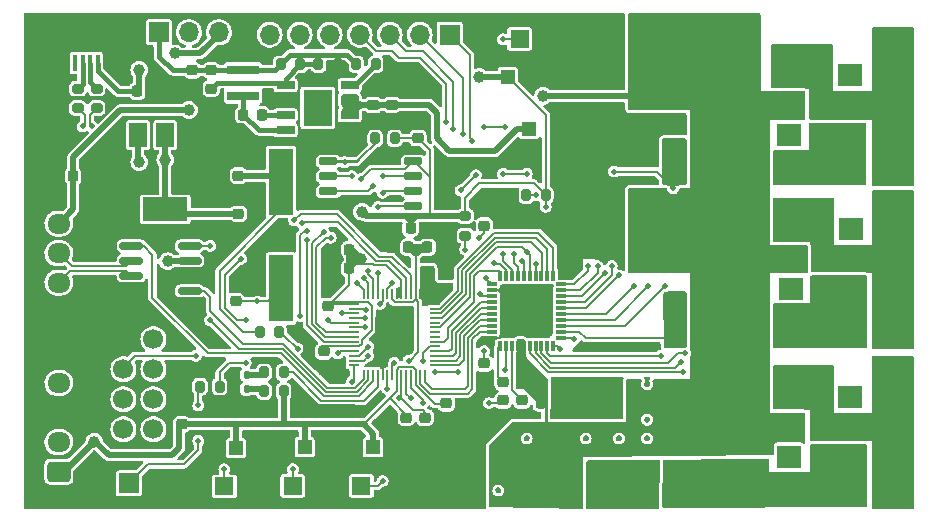
<source format=gbr>
%TF.GenerationSoftware,KiCad,Pcbnew,(7.0.0)*%
%TF.CreationDate,2023-03-04T23:05:34-05:00*%
%TF.ProjectId,electrium-esc-v2,656c6563-7472-4697-956d-2d6573632d76,rev?*%
%TF.SameCoordinates,Original*%
%TF.FileFunction,Copper,L1,Top*%
%TF.FilePolarity,Positive*%
%FSLAX46Y46*%
G04 Gerber Fmt 4.6, Leading zero omitted, Abs format (unit mm)*
G04 Created by KiCad (PCBNEW (7.0.0)) date 2023-03-04 23:05:34*
%MOMM*%
%LPD*%
G01*
G04 APERTURE LIST*
G04 Aperture macros list*
%AMRoundRect*
0 Rectangle with rounded corners*
0 $1 Rounding radius*
0 $2 $3 $4 $5 $6 $7 $8 $9 X,Y pos of 4 corners*
0 Add a 4 corners polygon primitive as box body*
4,1,4,$2,$3,$4,$5,$6,$7,$8,$9,$2,$3,0*
0 Add four circle primitives for the rounded corners*
1,1,$1+$1,$2,$3*
1,1,$1+$1,$4,$5*
1,1,$1+$1,$6,$7*
1,1,$1+$1,$8,$9*
0 Add four rect primitives between the rounded corners*
20,1,$1+$1,$2,$3,$4,$5,0*
20,1,$1+$1,$4,$5,$6,$7,0*
20,1,$1+$1,$6,$7,$8,$9,0*
20,1,$1+$1,$8,$9,$2,$3,0*%
G04 Aperture macros list end*
%TA.AperFunction,SMDPad,CuDef*%
%ADD10RoundRect,0.147500X-0.147500X-0.172500X0.147500X-0.172500X0.147500X0.172500X-0.147500X0.172500X0*%
%TD*%
%TA.AperFunction,SMDPad,CuDef*%
%ADD11RoundRect,0.225000X0.250000X-0.225000X0.250000X0.225000X-0.250000X0.225000X-0.250000X-0.225000X0*%
%TD*%
%TA.AperFunction,SMDPad,CuDef*%
%ADD12RoundRect,0.144000X-1.456000X-1.456000X1.456000X-1.456000X1.456000X1.456000X-1.456000X1.456000X0*%
%TD*%
%TA.AperFunction,ComponentPad*%
%ADD13C,0.600000*%
%TD*%
%TA.AperFunction,SMDPad,CuDef*%
%ADD14RoundRect,0.050000X-0.387500X-0.050000X0.387500X-0.050000X0.387500X0.050000X-0.387500X0.050000X0*%
%TD*%
%TA.AperFunction,SMDPad,CuDef*%
%ADD15RoundRect,0.050000X-0.050000X-0.387500X0.050000X-0.387500X0.050000X0.387500X-0.050000X0.387500X0*%
%TD*%
%TA.AperFunction,SMDPad,CuDef*%
%ADD16RoundRect,0.225000X0.225000X0.250000X-0.225000X0.250000X-0.225000X-0.250000X0.225000X-0.250000X0*%
%TD*%
%TA.AperFunction,SMDPad,CuDef*%
%ADD17RoundRect,0.225000X-0.250000X0.225000X-0.250000X-0.225000X0.250000X-0.225000X0.250000X0.225000X0*%
%TD*%
%TA.AperFunction,SMDPad,CuDef*%
%ADD18RoundRect,0.225000X-0.225000X-0.250000X0.225000X-0.250000X0.225000X0.250000X-0.225000X0.250000X0*%
%TD*%
%TA.AperFunction,ComponentPad*%
%ADD19R,1.700000X1.700000*%
%TD*%
%TA.AperFunction,ComponentPad*%
%ADD20C,1.700000*%
%TD*%
%TA.AperFunction,SMDPad,CuDef*%
%ADD21R,1.200000X1.200000*%
%TD*%
%TA.AperFunction,SMDPad,CuDef*%
%ADD22R,1.600000X1.500000*%
%TD*%
%TA.AperFunction,ComponentPad*%
%ADD23R,4.000000X4.000000*%
%TD*%
%TA.AperFunction,ComponentPad*%
%ADD24C,4.000000*%
%TD*%
%TA.AperFunction,SMDPad,CuDef*%
%ADD25R,2.100000X5.600000*%
%TD*%
%TA.AperFunction,SMDPad,CuDef*%
%ADD26RoundRect,0.150000X0.825000X0.150000X-0.825000X0.150000X-0.825000X-0.150000X0.825000X-0.150000X0*%
%TD*%
%TA.AperFunction,SMDPad,CuDef*%
%ADD27R,0.300000X0.900000*%
%TD*%
%TA.AperFunction,SMDPad,CuDef*%
%ADD28R,0.900000X0.300000*%
%TD*%
%TA.AperFunction,SMDPad,CuDef*%
%ADD29R,4.250000X4.250000*%
%TD*%
%TA.AperFunction,SMDPad,CuDef*%
%ADD30RoundRect,0.150000X-0.650000X-0.150000X0.650000X-0.150000X0.650000X0.150000X-0.650000X0.150000X0*%
%TD*%
%TA.AperFunction,SMDPad,CuDef*%
%ADD31R,1.500000X2.000000*%
%TD*%
%TA.AperFunction,SMDPad,CuDef*%
%ADD32R,3.800000X2.000000*%
%TD*%
%TA.AperFunction,SMDPad,CuDef*%
%ADD33RoundRect,0.200000X-0.200000X-0.275000X0.200000X-0.275000X0.200000X0.275000X-0.200000X0.275000X0*%
%TD*%
%TA.AperFunction,SMDPad,CuDef*%
%ADD34RoundRect,0.200000X0.200000X0.275000X-0.200000X0.275000X-0.200000X-0.275000X0.200000X-0.275000X0*%
%TD*%
%TA.AperFunction,SMDPad,CuDef*%
%ADD35RoundRect,0.200000X0.275000X-0.200000X0.275000X0.200000X-0.275000X0.200000X-0.275000X-0.200000X0*%
%TD*%
%TA.AperFunction,SMDPad,CuDef*%
%ADD36RoundRect,0.200000X-0.275000X0.200000X-0.275000X-0.200000X0.275000X-0.200000X0.275000X0.200000X0*%
%TD*%
%TA.AperFunction,ComponentPad*%
%ADD37O,2.000000X1.905000*%
%TD*%
%TA.AperFunction,ComponentPad*%
%ADD38R,2.000000X1.905000*%
%TD*%
%TA.AperFunction,SMDPad,CuDef*%
%ADD39R,2.700000X0.800000*%
%TD*%
%TA.AperFunction,ComponentPad*%
%ADD40O,1.700000X1.700000*%
%TD*%
%TA.AperFunction,ComponentPad*%
%ADD41O,1.950000X1.700000*%
%TD*%
%TA.AperFunction,ComponentPad*%
%ADD42RoundRect,0.250000X0.725000X-0.600000X0.725000X0.600000X-0.725000X0.600000X-0.725000X-0.600000X0*%
%TD*%
%TA.AperFunction,SMDPad,CuDef*%
%ADD43R,1.500000X1.900000*%
%TD*%
%TA.AperFunction,ComponentPad*%
%ADD44C,1.450000*%
%TD*%
%TA.AperFunction,SMDPad,CuDef*%
%ADD45R,1.200000X1.900000*%
%TD*%
%TA.AperFunction,ComponentPad*%
%ADD46O,1.200000X1.900000*%
%TD*%
%TA.AperFunction,SMDPad,CuDef*%
%ADD47R,0.400000X1.350000*%
%TD*%
%TA.AperFunction,SMDPad,CuDef*%
%ADD48R,1.525000X0.650000*%
%TD*%
%TA.AperFunction,SMDPad,CuDef*%
%ADD49R,2.400000X3.100000*%
%TD*%
%TA.AperFunction,SMDPad,CuDef*%
%ADD50RoundRect,0.250000X1.500000X0.550000X-1.500000X0.550000X-1.500000X-0.550000X1.500000X-0.550000X0*%
%TD*%
%TA.AperFunction,ComponentPad*%
%ADD51R,1.200000X1.200000*%
%TD*%
%TA.AperFunction,ComponentPad*%
%ADD52C,1.200000*%
%TD*%
%TA.AperFunction,ViaPad*%
%ADD53C,0.500000*%
%TD*%
%TA.AperFunction,ViaPad*%
%ADD54C,1.000000*%
%TD*%
%TA.AperFunction,Conductor*%
%ADD55C,0.203200*%
%TD*%
%TA.AperFunction,Conductor*%
%ADD56C,0.386000*%
%TD*%
%TA.AperFunction,Conductor*%
%ADD57C,0.500000*%
%TD*%
%TA.AperFunction,Conductor*%
%ADD58C,0.254000*%
%TD*%
%TA.AperFunction,Conductor*%
%ADD59C,0.200000*%
%TD*%
%TA.AperFunction,Conductor*%
%ADD60C,0.400000*%
%TD*%
G04 APERTURE END LIST*
D10*
%TO.P,D1,1,K*%
%TO.N,GND*%
X192915000Y-107000000D03*
%TO.P,D1,2,A*%
%TO.N,Net-(D1-A)*%
X193885000Y-107000000D03*
%TD*%
%TO.P,D2,1,K*%
%TO.N,GND*%
X192915000Y-105800000D03*
%TO.P,D2,2,A*%
%TO.N,Net-(D2-A)*%
X193885000Y-105800000D03*
%TD*%
D11*
%TO.P,C32,1*%
%TO.N,PWR_SRC*%
X204600000Y-82975000D03*
%TO.P,C32,2*%
%TO.N,GND*%
X204600000Y-81425000D03*
%TD*%
D12*
%TO.P,U3,57,GND*%
%TO.N,GND*%
X206400000Y-102400000D03*
D13*
X205125000Y-101125000D03*
X206400000Y-101125000D03*
X207675000Y-101125000D03*
X205125000Y-102400000D03*
X206400000Y-102400000D03*
X207675000Y-102400000D03*
X205125000Y-103675000D03*
X206400000Y-103675000D03*
X207675000Y-103675000D03*
D14*
%TO.P,U3,1,IOVDD*%
%TO.N,+3.3V*%
X202962500Y-99800000D03*
%TO.P,U3,2,GPIO0*%
%TO.N,/MCU/NRF_MISO*%
X202962500Y-100200000D03*
%TO.P,U3,3,GPIO1*%
%TO.N,/MCU/NRF_CSN*%
X202962500Y-100600000D03*
%TO.P,U3,4,GPIO2*%
%TO.N,/MCU/NRF_SCLK*%
X202962500Y-101000000D03*
%TO.P,U3,5,GPIO3*%
%TO.N,/MCU/NRF_MOSI*%
X202962500Y-101400000D03*
%TO.P,U3,6,GPIO4*%
%TO.N,/MCU/NRF_CE*%
X202962500Y-101800000D03*
%TO.P,U3,7,GPIO5*%
%TO.N,Net-(J3-Pin_1)*%
X202962500Y-102200000D03*
%TO.P,U3,8,GPIO6*%
%TO.N,Net-(J3-Pin_2)*%
X202962500Y-102600000D03*
%TO.P,U3,9,GPIO7*%
%TO.N,Net-(J3-Pin_3)*%
X202962500Y-103000000D03*
%TO.P,U3,10,IOVDD*%
%TO.N,+3.3V*%
X202962500Y-103400000D03*
%TO.P,U3,11,GPIO8*%
%TO.N,Net-(J3-Pin_4)*%
X202962500Y-103800000D03*
%TO.P,U3,12,GPIO9*%
%TO.N,Net-(J3-Pin_5)*%
X202962500Y-104200000D03*
%TO.P,U3,13,GPIO10*%
%TO.N,Net-(J3-Pin_6)*%
X202962500Y-104600000D03*
%TO.P,U3,14,GPIO11*%
%TO.N,Net-(J3-Pin_7)*%
X202962500Y-105000000D03*
D15*
%TO.P,U3,15,GPIO12*%
%TO.N,/MCU/CANTX*%
X203800000Y-105837500D03*
%TO.P,U3,16,GPIO13*%
%TO.N,/MCU/CANRX*%
X204200000Y-105837500D03*
%TO.P,U3,17,GPIO14*%
%TO.N,/MCU/LBK*%
X204600000Y-105837500D03*
%TO.P,U3,18,GPIO15*%
%TO.N,/MCU/LED*%
X205000000Y-105837500D03*
%TO.P,U3,19,TESTEN*%
%TO.N,GND*%
X205400000Y-105837500D03*
%TO.P,U3,20,XIN*%
%TO.N,/MCU/XIN*%
X205800000Y-105837500D03*
%TO.P,U3,21,XOUT*%
%TO.N,/MCU/XOUT*%
X206200000Y-105837500D03*
%TO.P,U3,22,IOVDD*%
%TO.N,+3.3V*%
X206600000Y-105837500D03*
%TO.P,U3,23,DVDD*%
%TO.N,+1V1*%
X207000000Y-105837500D03*
%TO.P,U3,24,SWCLK*%
%TO.N,/MCU/SWCLK*%
X207400000Y-105837500D03*
%TO.P,U3,25,SWD*%
%TO.N,/MCU/SWD*%
X207800000Y-105837500D03*
%TO.P,U3,26,RUN*%
%TO.N,+3.3V*%
X208200000Y-105837500D03*
%TO.P,U3,27,GPIO16*%
%TO.N,/MCU/OUT_L3*%
X208600000Y-105837500D03*
%TO.P,U3,28,GPIO17*%
%TO.N,/MCU/OUT_H3*%
X209000000Y-105837500D03*
D14*
%TO.P,U3,29,GPIO18*%
%TO.N,/MCU/OUT_L2*%
X209837500Y-105000000D03*
%TO.P,U3,30,GPIO19*%
%TO.N,/MCU/OUT_H2*%
X209837500Y-104600000D03*
%TO.P,U3,31,GPIO20*%
%TO.N,/MCU/OUT_L1*%
X209837500Y-104200000D03*
%TO.P,U3,32,GPIO21*%
%TO.N,/MCU/OUT_H1*%
X209837500Y-103800000D03*
%TO.P,U3,33,IOVDD*%
%TO.N,+3.3V*%
X209837500Y-103400000D03*
%TO.P,U3,34,GPIO22*%
%TO.N,/MCU/ENABLE*%
X209837500Y-103000000D03*
%TO.P,U3,35,GPIO23*%
%TO.N,unconnected-(U3-GPIO23-Pad35)*%
X209837500Y-102600000D03*
%TO.P,U3,36,GPIO24*%
%TO.N,unconnected-(U3-GPIO24-Pad36)*%
X209837500Y-102200000D03*
%TO.P,U3,37,GPIO25*%
%TO.N,/MCU/NFAULT*%
X209837500Y-101800000D03*
%TO.P,U3,38,GPIO26_ADC0*%
%TO.N,unconnected-(U3-GPIO26_ADC0-Pad38)*%
X209837500Y-101400000D03*
%TO.P,U3,39,GPIO27_ADC1*%
%TO.N,/MCU/SENS1*%
X209837500Y-101000000D03*
%TO.P,U3,40,GPIO28_ADC2*%
%TO.N,/MCU/SENS2*%
X209837500Y-100600000D03*
%TO.P,U3,41,GPIO29_ADC3*%
%TO.N,/MCU/SENS3*%
X209837500Y-100200000D03*
%TO.P,U3,42,IOVDD*%
%TO.N,+3.3V*%
X209837500Y-99800000D03*
D15*
%TO.P,U3,43,ADC_AVDD*%
X209000000Y-98962500D03*
%TO.P,U3,44,VREG_IN*%
X208600000Y-98962500D03*
%TO.P,U3,45,VREG_VOUT*%
%TO.N,+1V1*%
X208200000Y-98962500D03*
%TO.P,U3,46,USB_DM*%
%TO.N,/MCU/USB_DN*%
X207800000Y-98962500D03*
%TO.P,U3,47,USB_DP*%
%TO.N,/MCU/USB_DP*%
X207400000Y-98962500D03*
%TO.P,U3,48,USB_VDD*%
%TO.N,+3.3V*%
X207000000Y-98962500D03*
%TO.P,U3,49,IOVDD*%
X206600000Y-98962500D03*
%TO.P,U3,50,DVDD*%
%TO.N,+1V1*%
X206200000Y-98962500D03*
%TO.P,U3,51,QSPI_SD3*%
%TO.N,/MCU/QSPI_SD3*%
X205800000Y-98962500D03*
%TO.P,U3,52,QSPI_SCLK*%
%TO.N,/MCU/QSPI_SCLK*%
X205400000Y-98962500D03*
%TO.P,U3,53,QSPI_SD0*%
%TO.N,/MCU/QSPI_SD0*%
X205000000Y-98962500D03*
%TO.P,U3,54,QSPI_SD2*%
%TO.N,/MCU/QSPI_SD2*%
X204600000Y-98962500D03*
%TO.P,U3,55,QSPI_SD1*%
%TO.N,/MCU/QSPI_SD1*%
X204200000Y-98962500D03*
%TO.P,U3,56,QSPI_SS*%
%TO.N,/MCU/QSPI_SS*%
X203800000Y-98962500D03*
%TD*%
D16*
%TO.P,C13,1*%
%TO.N,+1V1*%
X207575000Y-95000000D03*
%TO.P,C13,2*%
%TO.N,GND*%
X206025000Y-95000000D03*
%TD*%
%TO.P,C35,1*%
%TO.N,+3.3V*%
X179200000Y-89000000D03*
%TO.P,C35,2*%
%TO.N,GND*%
X177650000Y-89000000D03*
%TD*%
D11*
%TO.P,C34,1*%
%TO.N,GND*%
X189300000Y-81575000D03*
%TO.P,C34,2*%
%TO.N,LMR_3v3*%
X189300000Y-80025000D03*
%TD*%
%TO.P,C33,1*%
%TO.N,PWR_SRC*%
X206200000Y-82950000D03*
%TO.P,C33,2*%
%TO.N,GND*%
X206200000Y-81400000D03*
%TD*%
%TO.P,C31,1*%
%TO.N,Net-(IC1-FB)*%
X190900000Y-81575000D03*
%TO.P,C31,2*%
%TO.N,LMR_3v3*%
X190900000Y-80025000D03*
%TD*%
D16*
%TO.P,C30,1*%
%TO.N,Net-(IC1-BOOT)*%
X195175000Y-83800000D03*
%TO.P,C30,2*%
%TO.N,Net-(IC1-SW)*%
X193625000Y-83800000D03*
%TD*%
D17*
%TO.P,C23,1*%
%TO.N,+3.3V*%
X207400000Y-109425000D03*
%TO.P,C23,2*%
%TO.N,GND*%
X207400000Y-110975000D03*
%TD*%
D18*
%TO.P,C21,1*%
%TO.N,PWR_SRC*%
X218825000Y-108200000D03*
%TO.P,C21,2*%
%TO.N,GND*%
X220375000Y-108200000D03*
%TD*%
D11*
%TO.P,C20,1*%
%TO.N,Net-(U4-VCP)*%
X217200000Y-107975000D03*
%TO.P,C20,2*%
%TO.N,PWR_SRC*%
X217200000Y-106425000D03*
%TD*%
D17*
%TO.P,C19,1*%
%TO.N,Net-(U4-CPL)*%
X215600000Y-106425000D03*
%TO.P,C19,2*%
%TO.N,Net-(U4-CPH)*%
X215600000Y-107975000D03*
%TD*%
D11*
%TO.P,C18,1*%
%TO.N,Net-(U4-DVDD)*%
X214000000Y-93175000D03*
%TO.P,C18,2*%
%TO.N,GND*%
X214000000Y-91625000D03*
%TD*%
%TO.P,C17,1*%
%TO.N,Net-(C17-Pad1)*%
X193200000Y-88950000D03*
%TO.P,C17,2*%
%TO.N,GND*%
X193200000Y-87400000D03*
%TD*%
%TO.P,C16,1*%
%TO.N,/MCU/XIN*%
X193000000Y-99575000D03*
%TO.P,C16,2*%
%TO.N,GND*%
X193000000Y-98025000D03*
%TD*%
%TO.P,C15,1*%
%TO.N,+3.3V*%
X208400000Y-85750000D03*
%TO.P,C15,2*%
%TO.N,GND*%
X208400000Y-84200000D03*
%TD*%
D18*
%TO.P,C14,1*%
%TO.N,+3.3V*%
X209250000Y-97200000D03*
%TO.P,C14,2*%
%TO.N,GND*%
X210800000Y-97200000D03*
%TD*%
D11*
%TO.P,C12,1*%
%TO.N,Net-(J6-Pin_3)*%
X193200000Y-92175000D03*
%TO.P,C12,2*%
%TO.N,GND*%
X193200000Y-90625000D03*
%TD*%
D18*
%TO.P,C11,1*%
%TO.N,VBUS*%
X184625000Y-81800000D03*
%TO.P,C11,2*%
%TO.N,GND*%
X186175000Y-81800000D03*
%TD*%
D11*
%TO.P,C10,1*%
%TO.N,+3.3V*%
X188400000Y-110000000D03*
%TO.P,C10,2*%
%TO.N,GND*%
X188400000Y-108450000D03*
%TD*%
D17*
%TO.P,C9,1*%
%TO.N,+3.3V*%
X214000000Y-104850000D03*
%TO.P,C9,2*%
%TO.N,GND*%
X214000000Y-106400000D03*
%TD*%
D16*
%TO.P,C8,1*%
%TO.N,+3.3V*%
X202575000Y-96800000D03*
%TO.P,C8,2*%
%TO.N,GND*%
X201025000Y-96800000D03*
%TD*%
D17*
%TO.P,C7,1*%
%TO.N,+3.3V*%
X210800000Y-108225000D03*
%TO.P,C7,2*%
%TO.N,GND*%
X210800000Y-109775000D03*
%TD*%
D11*
%TO.P,C6,1*%
%TO.N,+3.3V*%
X200800000Y-99975000D03*
%TO.P,C6,2*%
%TO.N,GND*%
X200800000Y-98425000D03*
%TD*%
D16*
%TO.P,C5,1*%
%TO.N,+3.3V*%
X202600000Y-95200000D03*
%TO.P,C5,2*%
%TO.N,GND*%
X201050000Y-95200000D03*
%TD*%
%TO.P,C4,1*%
%TO.N,+3.3V*%
X207775000Y-93400000D03*
%TO.P,C4,2*%
%TO.N,GND*%
X206225000Y-93400000D03*
%TD*%
D17*
%TO.P,C3,1*%
%TO.N,+3.3V*%
X200400000Y-103825000D03*
%TO.P,C3,2*%
%TO.N,GND*%
X200400000Y-105375000D03*
%TD*%
%TO.P,C2,1*%
%TO.N,+1V1*%
X209000000Y-109425000D03*
%TO.P,C2,2*%
%TO.N,GND*%
X209000000Y-110975000D03*
%TD*%
D18*
%TO.P,C1,1*%
%TO.N,+1V1*%
X209200000Y-95000000D03*
%TO.P,C1,2*%
%TO.N,GND*%
X210750000Y-95000000D03*
%TD*%
D19*
%TO.P,U5,1,GND*%
%TO.N,GND*%
X183459999Y-102799999D03*
D20*
%TO.P,U5,2,VCC*%
%TO.N,+3.3V*%
X186000000Y-102800000D03*
%TO.P,U5,3,CE*%
%TO.N,/MCU/NRF_CE*%
X183460000Y-105340000D03*
%TO.P,U5,4,~{CSN}*%
%TO.N,/MCU/NRF_CSN*%
X186000000Y-105340000D03*
%TO.P,U5,5,SCK*%
%TO.N,/MCU/NRF_SCLK*%
X183460000Y-107880000D03*
%TO.P,U5,6,MOSI*%
%TO.N,/MCU/NRF_MOSI*%
X186000000Y-107880000D03*
%TO.P,U5,7,MISO*%
%TO.N,/MCU/NRF_MISO*%
X183460000Y-110420000D03*
%TO.P,U5,8,IRQ*%
%TO.N,unconnected-(U5-IRQ-Pad8)*%
X186000000Y-110420000D03*
%TD*%
D21*
%TO.P,VR1,1,CCW*%
%TO.N,+3.3V*%
X192999999Y-111999999D03*
D22*
%TO.P,VR1,2,WIPER*%
%TO.N,GAIN*%
X191999999Y-115249999D03*
D21*
%TO.P,VR1,3,CW*%
%TO.N,GND*%
X190999999Y-111999999D03*
%TD*%
D23*
%TO.P,C27,1*%
%TO.N,PWR_SRC*%
X219199999Y-114799999D03*
D24*
%TO.P,C27,2*%
%TO.N,GND*%
X209200000Y-114800000D03*
%TD*%
D25*
%TO.P,Y1,2,2*%
%TO.N,Net-(C17-Pad1)*%
X196799999Y-89499999D03*
%TO.P,Y1,1,1*%
%TO.N,/MCU/XIN*%
X196799999Y-98499999D03*
%TD*%
D21*
%TO.P,VR4,1,CCW*%
%TO.N,+3.3V*%
X215999999Y-80599999D03*
D22*
%TO.P,VR4,2,WIPER*%
%TO.N,IDRIVE*%
X216999999Y-77349999D03*
D21*
%TO.P,VR4,3,CW*%
%TO.N,GND*%
X217999999Y-80599999D03*
%TD*%
%TO.P,VR3,1,CCW*%
%TO.N,+3.3V*%
X198799999Y-111949999D03*
D22*
%TO.P,VR3,2,WIPER*%
%TO.N,VDS*%
X197799999Y-115199999D03*
D21*
%TO.P,VR3,3,CW*%
%TO.N,GND*%
X196799999Y-111949999D03*
%TD*%
%TO.P,VR2,1,CCW*%
%TO.N,+3.3V*%
X204599999Y-111949999D03*
D22*
%TO.P,VR2,2,WIPER*%
%TO.N,MODE*%
X203599999Y-115199999D03*
D21*
%TO.P,VR2,3,CW*%
%TO.N,GND*%
X202599999Y-111949999D03*
%TD*%
D26*
%TO.P,U6,8,Rs*%
%TO.N,GND*%
X184125000Y-98705000D03*
%TO.P,U6,7,CANH*%
%TO.N,/CAN/CAN-*%
X184125000Y-97435000D03*
%TO.P,U6,6,CANL*%
%TO.N,/CAN/CAN+*%
X184125000Y-96165000D03*
%TO.P,U6,5,LBK*%
%TO.N,/MCU/LBK*%
X184125000Y-94895000D03*
%TO.P,U6,4,R*%
%TO.N,/MCU/CANRX*%
X189075000Y-94895000D03*
%TO.P,U6,3,VCC*%
%TO.N,+3.3V*%
X189075000Y-96165000D03*
%TO.P,U6,2,GND*%
%TO.N,GND*%
X189075000Y-97435000D03*
%TO.P,U6,1,D*%
%TO.N,/MCU/CANTX*%
X189075000Y-98705000D03*
%TD*%
D27*
%TO.P,U4,1,CPL*%
%TO.N,Net-(U4-CPL)*%
X215349999Y-103349999D03*
%TO.P,U4,2,CPH*%
%TO.N,Net-(U4-CPH)*%
X215849999Y-103349999D03*
%TO.P,U4,3,VCP*%
%TO.N,Net-(U4-VCP)*%
X216349999Y-103349999D03*
%TO.P,U4,4,VM*%
%TO.N,PWR_SRC*%
X216849999Y-103349999D03*
%TO.P,U4,5,VDRAIN*%
X217349999Y-103349999D03*
%TO.P,U4,6,GHA*%
%TO.N,/MOSFETs/M_H1*%
X217849999Y-103349999D03*
%TO.P,U4,7,SHA*%
%TO.N,/MOSFETs/SH1*%
X218349999Y-103349999D03*
%TO.P,U4,8,GLA*%
%TO.N,/MOSFETs/M_L1*%
X218849999Y-103349999D03*
%TO.P,U4,9,SPA*%
%TO.N,/MOSFETs/SP1*%
X219349999Y-103349999D03*
%TO.P,U4,10,SNA*%
%TO.N,GND*%
X219849999Y-103349999D03*
D28*
%TO.P,U4,11,SNB*%
X220549999Y-102649999D03*
%TO.P,U4,12,SPB*%
%TO.N,/MOSFETs/SP2*%
X220549999Y-102149999D03*
%TO.P,U4,13,GLB*%
%TO.N,/MOSFETs/M_L2*%
X220549999Y-101649999D03*
%TO.P,U4,14,SHB*%
%TO.N,/MOSFETs/SH2*%
X220549999Y-101149999D03*
%TO.P,U4,15,GHB*%
%TO.N,/MOSFETs/M_H2*%
X220549999Y-100649999D03*
%TO.P,U4,16,GHC*%
%TO.N,/MOSFETs/M_H3*%
X220549999Y-100149999D03*
%TO.P,U4,17,SHC*%
%TO.N,/MOSFETs/SH3*%
X220549999Y-99649999D03*
%TO.P,U4,18,GLC*%
%TO.N,/MOSFETs/M_L3*%
X220549999Y-99149999D03*
%TO.P,U4,19,SPC*%
%TO.N,/MOSFETs/SP3*%
X220549999Y-98649999D03*
%TO.P,U4,20,SNC*%
%TO.N,GND*%
X220549999Y-98149999D03*
D27*
%TO.P,U4,21,SOC*%
%TO.N,/MCU/SENS3*%
X219849999Y-97449999D03*
%TO.P,U4,22,SOB*%
%TO.N,/MCU/SENS2*%
X219349999Y-97449999D03*
%TO.P,U4,23,SOA*%
%TO.N,/MCU/SENS1*%
X218849999Y-97449999D03*
%TO.P,U4,24,VREF*%
%TO.N,+3.3V*%
X218349999Y-97449999D03*
%TO.P,U4,25,NFAULT*%
%TO.N,/MCU/NFAULT*%
X217849999Y-97449999D03*
%TO.P,U4,26,MODE*%
%TO.N,MODE*%
X217349999Y-97449999D03*
%TO.P,U4,27,IDRIVE*%
%TO.N,IDRIVE*%
X216849999Y-97449999D03*
%TO.P,U4,28,VDS*%
%TO.N,VDS*%
X216349999Y-97449999D03*
%TO.P,U4,29,GAIN*%
%TO.N,GAIN*%
X215849999Y-97449999D03*
%TO.P,U4,30,ENABLE*%
%TO.N,/MCU/ENABLE*%
X215349999Y-97449999D03*
D28*
%TO.P,U4,31,CAL*%
%TO.N,Net-(U4-CAL)*%
X214649999Y-98149999D03*
%TO.P,U4,32,AGND*%
%TO.N,GND*%
X214649999Y-98649999D03*
%TO.P,U4,33,DVDD*%
%TO.N,Net-(U4-DVDD)*%
X214649999Y-99149999D03*
%TO.P,U4,34,INHA*%
%TO.N,/MCU/OUT_H1*%
X214649999Y-99649999D03*
%TO.P,U4,35,INLA*%
%TO.N,/MCU/OUT_L1*%
X214649999Y-100149999D03*
%TO.P,U4,36,INHB*%
%TO.N,/MCU/OUT_H2*%
X214649999Y-100649999D03*
%TO.P,U4,37,INLB*%
%TO.N,/MCU/OUT_L2*%
X214649999Y-101149999D03*
%TO.P,U4,38,INHC*%
%TO.N,/MCU/OUT_H3*%
X214649999Y-101649999D03*
%TO.P,U4,39,INLC*%
%TO.N,/MCU/OUT_L3*%
X214649999Y-102149999D03*
%TO.P,U4,40,PGND*%
%TO.N,GND*%
X214649999Y-102649999D03*
D29*
%TO.P,U4,41,EP_(GND)*%
X217599999Y-100399999D03*
%TD*%
D30*
%TO.P,U2,1,~{CS}*%
%TO.N,/MCU/QSPI_SS*%
X200800000Y-87730000D03*
%TO.P,U2,2,DO(IO1)*%
%TO.N,/MCU/QSPI_SD1*%
X200800000Y-89000000D03*
%TO.P,U2,3,IO2*%
%TO.N,/MCU/QSPI_SD2*%
X200800000Y-90270000D03*
%TO.P,U2,4,GND*%
%TO.N,GND*%
X200800000Y-91540000D03*
%TO.P,U2,5,DI(IO0)*%
%TO.N,/MCU/QSPI_SD0*%
X208000000Y-91540000D03*
%TO.P,U2,6,CLK*%
%TO.N,/MCU/QSPI_SCLK*%
X208000000Y-90270000D03*
%TO.P,U2,7,IO3*%
%TO.N,/MCU/QSPI_SD3*%
X208000000Y-89000000D03*
%TO.P,U2,8,VCC*%
%TO.N,+3.3V*%
X208000000Y-87730000D03*
%TD*%
D31*
%TO.P,U1,1,GND*%
%TO.N,GND*%
X189299999Y-85499999D03*
D32*
%TO.P,U1,2,VO*%
%TO.N,Net-(J6-Pin_3)*%
X186999999Y-91799999D03*
D31*
X186999999Y-85499999D03*
%TO.P,U1,3,VI*%
%TO.N,VBUS*%
X184699999Y-85499999D03*
%TD*%
D33*
%TO.P,R15,1*%
%TO.N,Net-(IC1-FB)*%
X199975000Y-79500000D03*
%TO.P,R15,2*%
%TO.N,GND*%
X201625000Y-79500000D03*
%TD*%
%TO.P,R14,2*%
%TO.N,Net-(IC1-FB)*%
X198425000Y-79500000D03*
%TO.P,R14,1*%
%TO.N,LMR_3v3*%
X196775000Y-79500000D03*
%TD*%
D34*
%TO.P,R13,1*%
%TO.N,Net-(IC1-PG)*%
X204825000Y-79500000D03*
%TO.P,R13,2*%
%TO.N,LMR_3v3*%
X203175000Y-79500000D03*
%TD*%
%TO.P,R9,2*%
%TO.N,/MCU/NFAULT*%
X217575000Y-90600000D03*
%TO.P,R9,1*%
%TO.N,+3.3V*%
X219225000Y-90600000D03*
%TD*%
D35*
%TO.P,R8,1*%
%TO.N,Net-(U4-CAL)*%
X212400000Y-94025000D03*
%TO.P,R8,2*%
%TO.N,+3.3V*%
X212400000Y-92375000D03*
%TD*%
D34*
%TO.P,R7,1*%
%TO.N,/MCU/XOUT*%
X196650000Y-102200000D03*
%TO.P,R7,2*%
%TO.N,Net-(C17-Pad1)*%
X195000000Y-102200000D03*
%TD*%
%TO.P,R6,1*%
%TO.N,/MCU/QSPI_SS*%
X191600000Y-106800000D03*
%TO.P,R6,2*%
%TO.N,/MCU/~{USB_BOOT}*%
X189950000Y-106800000D03*
%TD*%
%TO.P,R5,1*%
%TO.N,+3.3V*%
X206425000Y-85800000D03*
%TO.P,R5,2*%
%TO.N,/MCU/QSPI_SS*%
X204775000Y-85800000D03*
%TD*%
D36*
%TO.P,R4,1*%
%TO.N,/MCU/USB_D-*%
X181200000Y-81575000D03*
%TO.P,R4,2*%
%TO.N,/MCU/USB_DN*%
X181200000Y-83225000D03*
%TD*%
%TO.P,R3,1*%
%TO.N,/MCU/USB_D+*%
X179600000Y-81575000D03*
%TO.P,R3,2*%
%TO.N,/MCU/USB_DP*%
X179600000Y-83225000D03*
%TD*%
D33*
%TO.P,R2,1*%
%TO.N,Net-(D2-A)*%
X195375000Y-105600000D03*
%TO.P,R2,2*%
%TO.N,/MCU/LED*%
X197025000Y-105600000D03*
%TD*%
%TO.P,R1,1*%
%TO.N,Net-(D1-A)*%
X195375000Y-107200000D03*
%TO.P,R1,2*%
%TO.N,+3.3V*%
X197025000Y-107200000D03*
%TD*%
D37*
%TO.P,Q6,3,S*%
%TO.N,/MOSFETs/SP3*%
X245006999Y-85539999D03*
%TO.P,Q6,2,D*%
%TO.N,/MOSFETs/SH3*%
X245006999Y-82999999D03*
D38*
%TO.P,Q6,1,G*%
%TO.N,/MOSFETs/M_L3*%
X245006999Y-80459999D03*
%TD*%
%TO.P,Q5,1,G*%
%TO.N,/MOSFETs/M_H2*%
X245046999Y-93459999D03*
D37*
%TO.P,Q5,2,D*%
%TO.N,/MOSFETs/SH2*%
X245046999Y-95999999D03*
%TO.P,Q5,3,S*%
%TO.N,/MOSFETs/SP2*%
X245046999Y-98539999D03*
%TD*%
D38*
%TO.P,Q4,1,G*%
%TO.N,/MOSFETs/M_L1*%
X244999999Y-107659999D03*
D37*
%TO.P,Q4,2,D*%
%TO.N,/MOSFETs/SH1*%
X244999999Y-110199999D03*
%TO.P,Q4,3,S*%
%TO.N,/MOSFETs/SP1*%
X244999999Y-112739999D03*
%TD*%
%TO.P,Q3,3,S*%
%TO.N,/MOSFETs/SH3*%
X239799999Y-80459999D03*
%TO.P,Q3,2,D*%
%TO.N,PWR_SRC*%
X239799999Y-82999999D03*
D38*
%TO.P,Q3,1,G*%
%TO.N,/MOSFETs/M_H3*%
X239799999Y-85539999D03*
%TD*%
%TO.P,Q2,1,G*%
%TO.N,/MOSFETs/M_L2*%
X240022999Y-98539999D03*
D37*
%TO.P,Q2,2,D*%
%TO.N,PWR_SRC*%
X240022999Y-95999999D03*
%TO.P,Q2,3,S*%
%TO.N,/MOSFETs/SH2*%
X240022999Y-93459999D03*
%TD*%
D38*
%TO.P,Q1,1,G*%
%TO.N,/MOSFETs/M_H1*%
X239792999Y-112739999D03*
D37*
%TO.P,Q1,2,D*%
%TO.N,PWR_SRC*%
X239792999Y-110199999D03*
%TO.P,Q1,3,S*%
%TO.N,/MOSFETs/SH1*%
X239792999Y-107659999D03*
%TD*%
D39*
%TO.P,L1,1,1*%
%TO.N,Net-(IC1-SW)*%
X193599999Y-82199999D03*
%TO.P,L1,2,2*%
%TO.N,LMR_3v3*%
X193599999Y-79999999D03*
%TD*%
D19*
%TO.P,J6,1,Pin_1*%
%TO.N,LMR_3v3*%
X186459999Y-76799999D03*
D40*
%TO.P,J6,2,Pin_2*%
%TO.N,+3.3V*%
X188999999Y-76799999D03*
%TO.P,J6,3,Pin_3*%
%TO.N,Net-(J6-Pin_3)*%
X191539999Y-76799999D03*
%TD*%
D41*
%TO.P,J5,4,Pin_4*%
%TO.N,/MCU/SWD*%
X177999999Y-106499999D03*
%TO.P,J5,3,Pin_3*%
%TO.N,GND*%
X177999999Y-108999999D03*
%TO.P,J5,2,Pin_2*%
%TO.N,/MCU/SWCLK*%
X177999999Y-111499999D03*
D42*
%TO.P,J5,1,Pin_1*%
%TO.N,+3.3V*%
X178000000Y-114000000D03*
%TD*%
D40*
%TO.P,J4,2,Pin_2*%
%TO.N,GND*%
X186464999Y-114999999D03*
D19*
%TO.P,J4,1,Pin_1*%
%TO.N,/MCU/~{USB_BOOT}*%
X183924999Y-114999999D03*
%TD*%
%TO.P,J3,1,Pin_1*%
%TO.N,Net-(J3-Pin_1)*%
X211079999Y-76999999D03*
D40*
%TO.P,J3,2,Pin_2*%
%TO.N,Net-(J3-Pin_2)*%
X208539999Y-76999999D03*
%TO.P,J3,3,Pin_3*%
%TO.N,Net-(J3-Pin_3)*%
X205999999Y-76999999D03*
%TO.P,J3,4,Pin_4*%
%TO.N,Net-(J3-Pin_4)*%
X203459999Y-76999999D03*
%TO.P,J3,5,Pin_5*%
%TO.N,Net-(J3-Pin_5)*%
X200919999Y-76999999D03*
%TO.P,J3,6,Pin_6*%
%TO.N,Net-(J3-Pin_6)*%
X198379999Y-76999999D03*
%TO.P,J3,7,Pin_7*%
%TO.N,Net-(J3-Pin_7)*%
X195839999Y-76999999D03*
%TD*%
D43*
%TO.P,J2,6,Shield*%
%TO.N,GND*%
X179005866Y-76699999D03*
D44*
X177505867Y-79400000D03*
D45*
X182905866Y-76699999D03*
D46*
X183505866Y-76699999D03*
D44*
X182505867Y-79400000D03*
D46*
X176505866Y-76699999D03*
D45*
X177105866Y-76699999D03*
D43*
X181005866Y-76699999D03*
D47*
%TO.P,J2,5,GND*%
X178705866Y-79399999D03*
%TO.P,J2,4,ID*%
%TO.N,unconnected-(J2-ID-Pad4)*%
X179355866Y-79399999D03*
%TO.P,J2,3,D+*%
%TO.N,/MCU/USB_D+*%
X180005866Y-79399999D03*
%TO.P,J2,2,D-*%
%TO.N,/MCU/USB_D-*%
X180655866Y-79399999D03*
%TO.P,J2,1,VBUS*%
%TO.N,VBUS*%
X181305866Y-79399999D03*
%TD*%
D42*
%TO.P,J1,1,Pin_1*%
%TO.N,GND*%
X178000000Y-100500000D03*
D41*
%TO.P,J1,2,Pin_2*%
%TO.N,/CAN/CAN-*%
X177999999Y-97999999D03*
%TO.P,J1,3,Pin_3*%
%TO.N,/CAN/CAN+*%
X177999999Y-95499999D03*
%TO.P,J1,4,Pin_4*%
%TO.N,+3.3V*%
X177999999Y-92999999D03*
%TD*%
D48*
%TO.P,IC1,1,PGND*%
%TO.N,GND*%
X202611999Y-85104999D03*
%TO.P,IC1,2,VIN*%
%TO.N,PWR_SRC*%
X202611999Y-83834999D03*
%TO.P,IC1,3,EN*%
X202611999Y-82564999D03*
%TO.P,IC1,4,PG*%
%TO.N,Net-(IC1-PG)*%
X202611999Y-81294999D03*
%TO.P,IC1,5,FB*%
%TO.N,Net-(IC1-FB)*%
X197187999Y-81294999D03*
%TO.P,IC1,6,VCC*%
%TO.N,GND*%
X197187999Y-82564999D03*
%TO.P,IC1,7,BOOT*%
%TO.N,Net-(IC1-BOOT)*%
X197187999Y-83834999D03*
%TO.P,IC1,8,SW*%
%TO.N,Net-(IC1-SW)*%
X197187999Y-85104999D03*
D49*
%TO.P,IC1,9,THERMAL*%
%TO.N,unconnected-(IC1-THERMAL-Pad9)*%
X199899999Y-83199999D03*
%TD*%
D50*
%TO.P,C26,1*%
%TO.N,PWR_SRC*%
X228645000Y-108200000D03*
%TO.P,C26,2*%
%TO.N,GND*%
X223245000Y-108200000D03*
%TD*%
%TO.P,C25,1*%
%TO.N,PWR_SRC*%
X228700000Y-93000000D03*
%TO.P,C25,2*%
%TO.N,GND*%
X223300000Y-93000000D03*
%TD*%
%TO.P,C24,2*%
%TO.N,GND*%
X223252000Y-79000000D03*
%TO.P,C24,1*%
%TO.N,PWR_SRC*%
X228652000Y-79000000D03*
%TD*%
D51*
%TO.P,C22,1*%
%TO.N,PWR_SRC*%
X217799999Y-84999999D03*
D52*
%TO.P,C22,2*%
%TO.N,GND*%
X217800000Y-86500000D03*
%TD*%
D53*
%TO.N,GND*%
X222800000Y-96600000D03*
X217600000Y-102000000D03*
X217600000Y-100400000D03*
X217600000Y-98800000D03*
X219000000Y-100400000D03*
X219000000Y-102000000D03*
X219000000Y-98800000D03*
X220400000Y-103600000D03*
%TO.N,+1V1*%
X206800000Y-107800000D03*
X207600000Y-104600000D03*
%TO.N,+3.3V*%
X203600000Y-89200000D03*
X211800000Y-105600000D03*
X209800000Y-105600000D03*
%TO.N,GND*%
X206000000Y-108600000D03*
X204800000Y-109800000D03*
X213800000Y-103000000D03*
X201600000Y-106000000D03*
X203200000Y-108600000D03*
X198400000Y-108400000D03*
X201600000Y-104800000D03*
X215600000Y-93000000D03*
X183000000Y-85200000D03*
X185800000Y-89000000D03*
X185000000Y-78400000D03*
X186000000Y-80200000D03*
X195800000Y-82400000D03*
X201000000Y-81000000D03*
X198800000Y-81000000D03*
X193721591Y-78727064D03*
X193701641Y-75874179D03*
X213800000Y-76600000D03*
X218400000Y-79000000D03*
X218400000Y-88200000D03*
X211600000Y-88000000D03*
X210200000Y-87400000D03*
X211600000Y-91200000D03*
X210600000Y-91200000D03*
X211200000Y-112000000D03*
X212400000Y-114800000D03*
X225400000Y-111200000D03*
X226945000Y-115200000D03*
X227800000Y-109600000D03*
X227800000Y-111200000D03*
X227800000Y-106600000D03*
X224400000Y-106600000D03*
X220400000Y-106800000D03*
X222600000Y-111200000D03*
X217600000Y-111200000D03*
X215200000Y-115600000D03*
X185000000Y-100800000D03*
X190600000Y-105200000D03*
X195400000Y-108400000D03*
X191400000Y-108600000D03*
X192000000Y-95200000D03*
X196800000Y-93000000D03*
X194600000Y-96400000D03*
X200400000Y-96000000D03*
X211000000Y-96000000D03*
X210400000Y-93600000D03*
X213400000Y-110400000D03*
X201400000Y-111000000D03*
X191400000Y-110800000D03*
X195400000Y-111000000D03*
X180600000Y-115200000D03*
X178400000Y-103600000D03*
X179800000Y-109400000D03*
X180200000Y-99400000D03*
X187000000Y-93600000D03*
X189000000Y-100400000D03*
X182400000Y-89400000D03*
X178425323Y-84669800D03*
X176200000Y-82200000D03*
X176200000Y-85400000D03*
X178000000Y-87000000D03*
X176000000Y-89000000D03*
X208800000Y-81400000D03*
X194800000Y-91200000D03*
X199200000Y-86000000D03*
X191600000Y-85600000D03*
X189200000Y-89000000D03*
X227600000Y-103400000D03*
X224600000Y-103400000D03*
X221600000Y-102800000D03*
%TO.N,/MCU/QSPI_SCLK*%
X205200000Y-99800000D03*
%TO.N,/MCU/QSPI_SD2*%
X204200000Y-97000000D03*
%TO.N,MODE*%
X205400000Y-114800000D03*
%TO.N,VDS*%
X197800000Y-113800000D03*
%TO.N,GAIN*%
X192000000Y-113800000D03*
%TO.N,+3.3V*%
X210000000Y-99000000D03*
%TO.N,/MCU/NRF_CE*%
X189600000Y-104200000D03*
D54*
%TO.N,/MOSFETs/SH1*%
X247600000Y-116400000D03*
X249400000Y-116400000D03*
X247600000Y-114400000D03*
X249400000Y-114400000D03*
X247600000Y-105200000D03*
X247600000Y-110800000D03*
X247600000Y-112600000D03*
X247600000Y-108800000D03*
X249400000Y-112600000D03*
X249400000Y-110800000D03*
X249400000Y-105200000D03*
X247600000Y-107000000D03*
X249400000Y-108800000D03*
X249400000Y-107000000D03*
%TO.N,/MOSFETs/SH2*%
X247600000Y-102600000D03*
X249400000Y-102600000D03*
X247600000Y-100600000D03*
X249400000Y-100600000D03*
X247600000Y-91400000D03*
X247600000Y-97000000D03*
X247600000Y-98800000D03*
X247600000Y-95000000D03*
X249400000Y-98800000D03*
X249400000Y-97000000D03*
X249400000Y-91400000D03*
X247600000Y-93200000D03*
X249400000Y-95000000D03*
X249400000Y-93200000D03*
%TO.N,/MOSFETs/SH3*%
X247800000Y-88800000D03*
X247800000Y-86800000D03*
X249600000Y-88800000D03*
X249600000Y-86800000D03*
X247800000Y-85000000D03*
X249600000Y-85000000D03*
X247800000Y-83200000D03*
X249600000Y-83200000D03*
X247800000Y-81200000D03*
X249600000Y-81200000D03*
X247800000Y-79400000D03*
X249600000Y-79400000D03*
X247800000Y-77600000D03*
D53*
%TO.N,GND*%
X221000000Y-96800000D03*
X221000000Y-92200000D03*
X221000000Y-88200000D03*
X224000000Y-84800000D03*
X221000000Y-84800000D03*
X221000000Y-81000000D03*
X221000000Y-76200000D03*
%TO.N,/MCU/NFAULT*%
X215600000Y-88800000D03*
X217600000Y-88800000D03*
X218400000Y-90600000D03*
%TO.N,GND*%
X206200000Y-87000000D03*
X206200000Y-87800000D03*
X205000000Y-87800000D03*
%TO.N,/MOSFETs/SP1*%
X242200000Y-116000000D03*
X242200000Y-114800000D03*
X239400000Y-116000000D03*
X243800000Y-116000000D03*
X243800000Y-114800000D03*
X245200000Y-116000000D03*
X245200000Y-114800000D03*
X239400000Y-114800000D03*
X240800000Y-114800000D03*
X240800000Y-116000000D03*
%TO.N,/MOSFETs/SP2*%
X242200000Y-102200000D03*
X242200000Y-101000000D03*
X239400000Y-102200000D03*
X243800000Y-102200000D03*
X243800000Y-101000000D03*
X245200000Y-102200000D03*
X245200000Y-101000000D03*
X239400000Y-101000000D03*
X240800000Y-101000000D03*
X240800000Y-102200000D03*
%TO.N,/MOSFETs/SP3*%
X244000000Y-89000000D03*
X244000000Y-87800000D03*
X245400000Y-87800000D03*
X245400000Y-89000000D03*
X230000000Y-90000000D03*
%TO.N,/MOSFETs/SP2*%
X230000000Y-103000000D03*
%TO.N,/MOSFETs/SP3*%
X241000000Y-87800000D03*
X239600000Y-87800000D03*
X239600000Y-89000000D03*
X241000000Y-89000000D03*
X242400000Y-89000000D03*
X242400000Y-87800000D03*
D54*
%TO.N,/MOSFETs/SH3*%
X249600000Y-77600000D03*
D53*
%TO.N,/MOSFETs/SP3*%
X225000000Y-88600000D03*
D54*
%TO.N,PWR_SRC*%
X219000000Y-82200000D03*
D53*
%TO.N,/MOSFETs/M_H1*%
X230802228Y-105606685D03*
%TO.N,/MOSFETs/SH1*%
X230700000Y-104700000D03*
%TO.N,/MCU/~{USB_BOOT}*%
X189800000Y-111400000D03*
X189800000Y-108400000D03*
%TO.N,/MCU/QSPI_SS*%
X193800000Y-101200000D03*
X193800000Y-104800000D03*
X193400000Y-96000000D03*
D54*
%TO.N,+3.3V*%
X181000000Y-111458900D03*
X187200000Y-96200000D03*
X203658900Y-92000000D03*
X203600000Y-96000000D03*
D53*
%TO.N,/MCU/USB_DN*%
X197934834Y-92734834D03*
%TO.N,/MCU/USB_DP*%
X198552604Y-92947291D03*
%TO.N,+3.3V*%
X208800000Y-104600000D03*
%TO.N,/MCU/NFAULT*%
X217600000Y-95400000D03*
%TO.N,/MCU/USB_DN*%
X180775000Y-84782640D03*
%TO.N,/MCU/USB_DP*%
X180025000Y-84782640D03*
D54*
%TO.N,VBUS*%
X184800000Y-80000000D03*
X184800000Y-87800000D03*
%TO.N,Net-(J6-Pin_3)*%
X187800000Y-78600000D03*
X187000000Y-87600000D03*
D53*
%TO.N,Net-(J3-Pin_5)*%
X215752739Y-84847261D03*
X214000000Y-84800000D03*
X204200000Y-103412385D03*
%TO.N,Net-(J3-Pin_7)*%
X212000000Y-90200000D03*
X213300000Y-88900000D03*
X202800000Y-106400000D03*
%TO.N,Net-(J3-Pin_6)*%
X204200000Y-104200000D03*
%TO.N,Net-(J3-Pin_4)*%
X210800000Y-84400000D03*
X199000000Y-93600000D03*
X198400000Y-100800000D03*
X201600000Y-104000000D03*
%TO.N,Net-(J3-Pin_3)*%
X199000000Y-94400000D03*
X211400000Y-85000000D03*
%TO.N,Net-(J3-Pin_2)*%
X200406496Y-93708953D03*
X212200000Y-85400000D03*
%TO.N,Net-(J3-Pin_1)*%
X201000000Y-94200000D03*
X213000000Y-86000000D03*
%TO.N,/MCU/NRF_CE*%
X203893598Y-101800000D03*
%TO.N,/MCU/NRF_MOSI*%
X200800000Y-101200000D03*
%TO.N,/MCU/NRF_SCLK*%
X203889657Y-101000000D03*
%TO.N,/MCU/NRF_CSN*%
X202000000Y-100600000D03*
%TO.N,/MCU/NRF_MISO*%
X203964532Y-100318282D03*
%TO.N,/MCU/QSPI_SS*%
X202200000Y-87800000D03*
X203200000Y-98000000D03*
%TO.N,/MCU/QSPI_SD1*%
X203797803Y-97602197D03*
X202800000Y-89000000D03*
%TO.N,/MCU/QSPI_SD2*%
X204600000Y-89800000D03*
%TO.N,/MCU/QSPI_SD0*%
X205000000Y-91600000D03*
X205000000Y-97200000D03*
%TO.N,/MCU/QSPI_SCLK*%
X205400000Y-90400000D03*
%TO.N,/MCU/QSPI_SD3*%
X205400000Y-89000000D03*
X206200000Y-98000000D03*
D54*
%TO.N,+3.3V*%
X213600000Y-80600000D03*
X189000000Y-83400000D03*
D53*
%TO.N,Net-(U4-CPH)*%
X214400000Y-108200000D03*
X215800000Y-105400000D03*
%TO.N,/MOSFETs/M_L1*%
X231000000Y-104000000D03*
%TO.N,/MOSFETs/SP1*%
X229000000Y-104200000D03*
%TO.N,/MOSFETs/M_L2*%
X229300000Y-98300000D03*
%TO.N,/MOSFETs/SH2*%
X227900000Y-98300000D03*
%TO.N,/MOSFETs/M_H2*%
X226700000Y-98300000D03*
%TO.N,/MOSFETs/M_H3*%
X225400000Y-97400000D03*
%TO.N,/MOSFETs/SH3*%
X224800000Y-96600000D03*
%TO.N,/MOSFETs/M_L3*%
X224200000Y-97200000D03*
%TO.N,/MOSFETs/SP3*%
X223600000Y-96600000D03*
%TO.N,Net-(U4-CAL)*%
X212400000Y-95200000D03*
%TO.N,GAIN*%
X214800000Y-96308900D03*
%TO.N,VDS*%
X215600000Y-95600000D03*
%TO.N,IDRIVE*%
X215600000Y-77400000D03*
X216560497Y-95600000D03*
%TO.N,MODE*%
X217200000Y-96200000D03*
%TO.N,+3.3V*%
X219200000Y-91600000D03*
X218358900Y-96400000D03*
%TO.N,Net-(U4-DVDD)*%
X213567381Y-94200000D03*
%TO.N,Net-(U4-CAL)*%
X214200000Y-97600000D03*
%TO.N,Net-(U4-DVDD)*%
X213691100Y-99000000D03*
%TO.N,+3.3V*%
X214000000Y-103800000D03*
X209400000Y-92375000D03*
%TO.N,/MCU/SWD*%
X208800000Y-108200000D03*
%TO.N,/MCU/SWCLK*%
X207800000Y-107800000D03*
%TO.N,/MCU/XOUT*%
X198200000Y-103600000D03*
X206400000Y-104800000D03*
%TO.N,/MCU/XIN*%
X194800000Y-99600000D03*
X205800000Y-107000000D03*
%TO.N,/MCU/CANRX*%
X190797488Y-94895000D03*
X190800000Y-101200000D03*
%TD*%
D55*
%TO.N,GND*%
X222800000Y-97000000D02*
X222800000Y-96600000D01*
X221650000Y-98150000D02*
X222800000Y-97000000D01*
X220550000Y-98150000D02*
X221650000Y-98150000D01*
X221450000Y-102650000D02*
X221600000Y-102800000D01*
X220550000Y-102650000D02*
X221450000Y-102650000D01*
%TO.N,/MOSFETs/M_H1*%
X221600000Y-105600000D02*
X219446800Y-105600000D01*
X230104772Y-105600000D02*
X221600000Y-105600000D01*
%TO.N,GND*%
X220150000Y-103350000D02*
X220400000Y-103600000D01*
X219850000Y-103350000D02*
X220150000Y-103350000D01*
D56*
%TO.N,Net-(IC1-FB)*%
X199975000Y-79500000D02*
X198425000Y-79500000D01*
X197188000Y-80737000D02*
X198425000Y-79500000D01*
X197188000Y-81295000D02*
X197188000Y-80737000D01*
D57*
%TO.N,PWR_SRC*%
X202612000Y-83835000D02*
X202612000Y-82565000D01*
X203472000Y-82975000D02*
X202612000Y-83835000D01*
X204600000Y-82975000D02*
X203472000Y-82975000D01*
X203022000Y-82975000D02*
X202612000Y-82565000D01*
X204600000Y-82975000D02*
X203022000Y-82975000D01*
X204625000Y-82950000D02*
X204600000Y-82975000D01*
X206200000Y-82950000D02*
X204625000Y-82950000D01*
D55*
X217200000Y-106575000D02*
X218825000Y-108200000D01*
X217200000Y-106425000D02*
X217200000Y-106575000D01*
D58*
X219200000Y-108575000D02*
X219200000Y-114800000D01*
X218825000Y-108200000D02*
X219200000Y-108575000D01*
D55*
%TO.N,+1V1*%
X207970785Y-99641600D02*
X208200000Y-99412385D01*
X206200000Y-99412385D02*
X206429215Y-99641600D01*
X206200000Y-98962500D02*
X206200000Y-99412385D01*
X206429215Y-99641600D02*
X207970785Y-99641600D01*
X208200000Y-99412385D02*
X208200000Y-98962500D01*
X207695228Y-104600000D02*
X207600000Y-104600000D01*
X208400000Y-103895228D02*
X207695228Y-104600000D01*
X208400000Y-99612385D02*
X208400000Y-103895228D01*
X208200000Y-99412385D02*
X208400000Y-99612385D01*
X208200000Y-95000000D02*
X208200000Y-99412385D01*
%TO.N,GND*%
X207725000Y-103675000D02*
X207675000Y-103675000D01*
%TO.N,+1V1*%
X206800000Y-107800000D02*
X207000000Y-107800000D01*
%TO.N,+3.3V*%
X204400000Y-88400000D02*
X203600000Y-89200000D01*
X208000000Y-87730000D02*
X207330000Y-88400000D01*
X207330000Y-88400000D02*
X204400000Y-88400000D01*
X204136828Y-99641600D02*
X204000000Y-99641600D01*
X204508048Y-100012820D02*
X204136828Y-99641600D01*
X203652386Y-102852386D02*
X204508048Y-101996724D01*
X203412385Y-103400000D02*
X203652386Y-103159999D01*
X203652386Y-103159999D02*
X203652386Y-102852386D01*
X204508048Y-101996724D02*
X204508048Y-100012820D01*
X202962500Y-103400000D02*
X203412385Y-103400000D01*
X204000000Y-99641600D02*
X201133400Y-99641600D01*
X201133400Y-99641600D02*
X200800000Y-99975000D01*
X204000000Y-99641600D02*
X203120900Y-99641600D01*
%TO.N,/MCU/NRF_MISO*%
X203846250Y-100200000D02*
X203964532Y-100318282D01*
X202962500Y-100200000D02*
X203846250Y-100200000D01*
%TO.N,/MCU/NRF_SCLK*%
X202962500Y-101000000D02*
X203889657Y-101000000D01*
%TO.N,/MCU/NRF_CE*%
X202962500Y-101800000D02*
X203893598Y-101800000D01*
%TO.N,+3.3V*%
X203120900Y-99641600D02*
X202962500Y-99800000D01*
%TO.N,Net-(J3-Pin_5)*%
X203412385Y-104200000D02*
X202962500Y-104200000D01*
X204200000Y-103412385D02*
X203412385Y-104200000D01*
%TO.N,/MCU/QSPI_SD2*%
X204600000Y-89800000D02*
X204130000Y-90270000D01*
X204130000Y-90270000D02*
X200800000Y-90270000D01*
%TO.N,+3.3V*%
X209800000Y-105600000D02*
X211800000Y-105600000D01*
%TO.N,GND*%
X203200000Y-108600000D02*
X203000000Y-108400000D01*
X203000000Y-108400000D02*
X198400000Y-108400000D01*
X201600000Y-106000000D02*
X201600000Y-104800000D01*
%TO.N,/MCU/XOUT*%
X206200000Y-105000000D02*
X206400000Y-104800000D01*
X206200000Y-105837500D02*
X206200000Y-105000000D01*
%TO.N,Net-(J3-Pin_7)*%
X202962500Y-106237500D02*
X202962500Y-105000000D01*
X202800000Y-106400000D02*
X202962500Y-106237500D01*
%TO.N,/MCU/CANTX*%
X190800000Y-100400000D02*
X190800000Y-99200000D01*
X190305000Y-98705000D02*
X189075000Y-98705000D01*
X197000000Y-103200000D02*
X193600000Y-103200000D01*
X193600000Y-103200000D02*
X190800000Y-100400000D01*
X200713600Y-106913600D02*
X197000000Y-103200000D01*
X203086400Y-106913600D02*
X200713600Y-106913600D01*
X203800000Y-106200000D02*
X203086400Y-106913600D01*
X203800000Y-105837500D02*
X203800000Y-106200000D01*
X190800000Y-99200000D02*
X190305000Y-98705000D01*
%TO.N,/MCU/CANRX*%
X196957321Y-103642679D02*
X193242679Y-103642679D01*
X203230585Y-107256800D02*
X200571442Y-107256800D01*
X204200000Y-106287385D02*
X203230585Y-107256800D01*
X193242679Y-103642679D02*
X190800000Y-101200000D01*
X204200000Y-105837500D02*
X204200000Y-106287385D01*
X200571442Y-107256800D02*
X196957321Y-103642679D01*
%TO.N,/MCU/LBK*%
X185180473Y-94895000D02*
X184125000Y-94895000D01*
X200400000Y-107600000D02*
X196785879Y-103985879D01*
X185908400Y-95622927D02*
X185180473Y-94895000D01*
X203372743Y-107600000D02*
X200400000Y-107600000D01*
X204600000Y-106372743D02*
X203372743Y-107600000D01*
X196785879Y-103985879D02*
X190585879Y-103985879D01*
X190585879Y-103985879D02*
X185908400Y-99308400D01*
X185908400Y-99308400D02*
X185908400Y-95622927D01*
X204600000Y-105837500D02*
X204600000Y-106372743D01*
%TO.N,/MCU/LED*%
X197800000Y-105600000D02*
X197025000Y-105600000D01*
X203800000Y-108000000D02*
X200200000Y-108000000D01*
X205000000Y-106800000D02*
X203800000Y-108000000D01*
X205000000Y-105837500D02*
X205000000Y-106800000D01*
X200200000Y-108000000D02*
X197800000Y-105600000D01*
%TO.N,+3.3V*%
X200975000Y-99800000D02*
X200800000Y-99975000D01*
X202962500Y-99800000D02*
X200975000Y-99800000D01*
X208083806Y-87730000D02*
X208000000Y-87730000D01*
X209400000Y-92375000D02*
X209400000Y-86750000D01*
X209400000Y-86750000D02*
X208400000Y-85750000D01*
X209400000Y-89046194D02*
X208083806Y-87730000D01*
X209400000Y-92375000D02*
X209400000Y-89046194D01*
%TO.N,GND*%
X207675000Y-103675000D02*
X207675000Y-102400000D01*
X206400000Y-103675000D02*
X206400000Y-102400000D01*
X205125000Y-103675000D02*
X205125000Y-102400000D01*
X206400000Y-103675000D02*
X207675000Y-103675000D01*
X205125000Y-103675000D02*
X206400000Y-103675000D01*
X207675000Y-102400000D02*
X206400000Y-102400000D01*
X206400000Y-102400000D02*
X205125000Y-102400000D01*
X205125000Y-101125000D02*
X205125000Y-102400000D01*
X206400000Y-101125000D02*
X207675000Y-101125000D01*
X205125000Y-101125000D02*
X206400000Y-101125000D01*
X215350000Y-102650000D02*
X217600000Y-100400000D01*
X214650000Y-102650000D02*
X215350000Y-102650000D01*
X200400000Y-96175000D02*
X201025000Y-96800000D01*
X200400000Y-96000000D02*
X200400000Y-96175000D01*
D57*
%TO.N,+3.3V*%
X204033900Y-92375000D02*
X207400000Y-92375000D01*
X203658900Y-92000000D02*
X204033900Y-92375000D01*
D55*
X209387615Y-103400000D02*
X209837500Y-103400000D01*
X208800000Y-103987615D02*
X209387615Y-103400000D01*
X208800000Y-104600000D02*
X208800000Y-103987615D01*
%TO.N,Net-(U4-CPL)*%
X215200000Y-106025000D02*
X215600000Y-106425000D01*
X215200000Y-103500000D02*
X215200000Y-106025000D01*
X215350000Y-103350000D02*
X215200000Y-103500000D01*
%TO.N,/MCU/QSPI_SD0*%
X205000000Y-97200000D02*
X205000000Y-98962500D01*
%TO.N,/MCU/QSPI_SCLK*%
X205400000Y-99600000D02*
X205200000Y-99800000D01*
X205400000Y-98962500D02*
X205400000Y-99600000D01*
%TO.N,/MCU/QSPI_SD2*%
X204200000Y-97295228D02*
X204200000Y-97000000D01*
X204600000Y-97695228D02*
X204200000Y-97295228D01*
X204600000Y-98962500D02*
X204600000Y-97695228D01*
D57*
%TO.N,+3.3V*%
X202600000Y-95600000D02*
X203000000Y-96000000D01*
X202600000Y-95200000D02*
X202600000Y-95600000D01*
X203000000Y-96000000D02*
X203600000Y-96000000D01*
X202600000Y-96000000D02*
X203000000Y-96000000D01*
X202600000Y-96000000D02*
X202600000Y-96775000D01*
X202600000Y-95200000D02*
X202600000Y-96000000D01*
X203375000Y-96000000D02*
X202575000Y-96800000D01*
X203600000Y-96000000D02*
X203375000Y-96000000D01*
D55*
X204598705Y-96400000D02*
X202975000Y-96400000D01*
X202975000Y-96400000D02*
X202575000Y-96800000D01*
X204680305Y-96481600D02*
X204598705Y-96400000D01*
X205681600Y-96481600D02*
X204680305Y-96481600D01*
X207000000Y-97800000D02*
X205681600Y-96481600D01*
X207000000Y-98962500D02*
X207000000Y-97800000D01*
D59*
%TO.N,/MCU/USB_DP*%
X205940000Y-96140000D02*
X207400000Y-97600000D01*
X204821800Y-96140000D02*
X205940000Y-96140000D01*
X201589572Y-92907772D02*
X204821800Y-96140000D01*
X198592123Y-92907772D02*
X201589572Y-92907772D01*
X198552604Y-92947291D02*
X198592123Y-92907772D01*
X207400000Y-97600000D02*
X207400000Y-98962500D01*
%TO.N,/MCU/USB_DN*%
X207800000Y-97400000D02*
X207800000Y-98962500D01*
X205118200Y-95800000D02*
X206200000Y-95800000D01*
X206200000Y-95800000D02*
X207800000Y-97400000D01*
X201518200Y-92200000D02*
X205118200Y-95800000D01*
X198469668Y-92200000D02*
X201518200Y-92200000D01*
X197934834Y-92734834D02*
X198469668Y-92200000D01*
D55*
%TO.N,/MCU/QSPI_SD3*%
X205800000Y-98512615D02*
X205800000Y-98962500D01*
X206200000Y-98112615D02*
X205800000Y-98512615D01*
X206200000Y-98000000D02*
X206200000Y-98112615D01*
%TO.N,MODE*%
X217200000Y-96200000D02*
X217350000Y-96350000D01*
X217350000Y-96350000D02*
X217350000Y-97450000D01*
%TO.N,/MCU/NFAULT*%
X210287385Y-101800000D02*
X209837500Y-101800000D01*
X215085358Y-95000000D02*
X212829600Y-97255758D01*
X212829600Y-99257785D02*
X210287385Y-101800000D01*
X217200000Y-95000000D02*
X215085358Y-95000000D01*
X212829600Y-97255758D02*
X212829600Y-99257785D01*
X217850000Y-95650000D02*
X217850000Y-97450000D01*
X217600000Y-95400000D02*
X217850000Y-95650000D01*
X217600000Y-95400000D02*
X217200000Y-95000000D01*
%TO.N,IDRIVE*%
X216560497Y-95600000D02*
X216560497Y-96350247D01*
X216560497Y-96350247D02*
X216850000Y-96639750D01*
X216850000Y-96639750D02*
X216850000Y-97450000D01*
%TO.N,VDS*%
X215600000Y-95600000D02*
X215600000Y-96200000D01*
X215600000Y-96200000D02*
X216350000Y-96950000D01*
X216350000Y-96950000D02*
X216350000Y-97450000D01*
%TO.N,/MCU/SENS1*%
X212486400Y-97113600D02*
X215000000Y-94600000D01*
X209837500Y-101000000D02*
X210458101Y-101000000D01*
X210458101Y-101000000D02*
X212486400Y-98971701D01*
X218894578Y-97405422D02*
X218850000Y-97450000D01*
X218894578Y-95494578D02*
X218894578Y-97405422D01*
X212486400Y-98971701D02*
X212486400Y-97113600D01*
X215000000Y-94600000D02*
X218000000Y-94600000D01*
X218000000Y-94600000D02*
X218894578Y-95494578D01*
%TO.N,/MCU/SENS2*%
X219350000Y-95150000D02*
X219350000Y-97450000D01*
X218400000Y-94200000D02*
X219350000Y-95150000D01*
X214914642Y-94200000D02*
X218400000Y-94200000D01*
X210372743Y-100600000D02*
X212143200Y-98829543D01*
X212143200Y-96971442D02*
X214914642Y-94200000D01*
X209837500Y-100600000D02*
X210372743Y-100600000D01*
X212143200Y-98829543D02*
X212143200Y-96971442D01*
%TO.N,/MCU/SENS3*%
X218600000Y-93800000D02*
X219850000Y-95050000D01*
X211800000Y-96829284D02*
X214829284Y-93800000D01*
X214829284Y-93800000D02*
X218600000Y-93800000D01*
X211800000Y-98687385D02*
X211800000Y-96829284D01*
X219850000Y-95050000D02*
X219850000Y-97450000D01*
X210287385Y-100200000D02*
X211800000Y-98687385D01*
X209837500Y-100200000D02*
X210287385Y-100200000D01*
%TO.N,+3.3V*%
X219200000Y-90625000D02*
X219225000Y-90600000D01*
X219200000Y-91600000D02*
X219200000Y-90625000D01*
%TO.N,MODE*%
X205000000Y-115200000D02*
X203600000Y-115200000D01*
X205400000Y-114800000D02*
X205000000Y-115200000D01*
%TO.N,VDS*%
X197800000Y-113800000D02*
X197800000Y-115200000D01*
%TO.N,GAIN*%
X192000000Y-113800000D02*
X192000000Y-115250000D01*
%TO.N,/MCU/ENABLE*%
X215350000Y-97050000D02*
X215300000Y-97000000D01*
X215350000Y-97450000D02*
X215350000Y-97050000D01*
X213600000Y-97000000D02*
X215300000Y-97000000D01*
X213172800Y-97427200D02*
X213600000Y-97000000D01*
X210913600Y-101886400D02*
X213172800Y-99627200D01*
X213172800Y-99627200D02*
X213172800Y-97427200D01*
X210913600Y-102686400D02*
X210913600Y-101886400D01*
X210600000Y-103000000D02*
X210913600Y-102686400D01*
X209837500Y-103000000D02*
X210600000Y-103000000D01*
%TO.N,Net-(U4-DVDD)*%
X213567381Y-94200000D02*
X214000000Y-93767381D01*
X214000000Y-93767381D02*
X214000000Y-93175000D01*
%TO.N,GAIN*%
X215850000Y-96964642D02*
X215850000Y-97450000D01*
X215342158Y-96456800D02*
X215850000Y-96964642D01*
X214800000Y-96308900D02*
X214947900Y-96456800D01*
X214947900Y-96456800D02*
X215342158Y-96456800D01*
%TO.N,Net-(U4-DVDD)*%
X213841100Y-99150000D02*
X214650000Y-99150000D01*
X213691100Y-99000000D02*
X213841100Y-99150000D01*
%TO.N,GND*%
X215850000Y-98650000D02*
X217600000Y-100400000D01*
X214650000Y-98650000D02*
X215850000Y-98650000D01*
%TO.N,Net-(J3-Pin_3)*%
X200400000Y-103000000D02*
X202962500Y-103000000D01*
X199000000Y-101600000D02*
X200400000Y-103000000D01*
X199000000Y-94400000D02*
X199000000Y-101600000D01*
%TO.N,Net-(J3-Pin_4)*%
X198400000Y-94000000D02*
X198800000Y-93600000D01*
X198400000Y-100800000D02*
X198400000Y-94000000D01*
X198800000Y-93600000D02*
X199000000Y-93600000D01*
%TO.N,Net-(J3-Pin_1)*%
X200600000Y-102200000D02*
X202962500Y-102200000D01*
X199800000Y-101400000D02*
X200600000Y-102200000D01*
X200600000Y-94200000D02*
X199800000Y-95000000D01*
X199800000Y-95000000D02*
X199800000Y-101400000D01*
X201000000Y-94200000D02*
X200600000Y-94200000D01*
%TO.N,Net-(J3-Pin_2)*%
X199456800Y-94671600D02*
X199456800Y-94800000D01*
X200406496Y-93708953D02*
X200406496Y-93721904D01*
X200406496Y-93721904D02*
X199456800Y-94671600D01*
%TO.N,+3.3V*%
X206600000Y-98962500D02*
X207000000Y-98962500D01*
%TO.N,/MCU/QSPI_SS*%
X192400000Y-104800000D02*
X191600000Y-105600000D01*
X193800000Y-104800000D02*
X192400000Y-104800000D01*
X191600000Y-105600000D02*
X191600000Y-106800000D01*
%TO.N,/MCU/SWD*%
X207800000Y-106904772D02*
X207800000Y-105837500D01*
X208800000Y-107904772D02*
X207800000Y-106904772D01*
X208800000Y-108200000D02*
X208800000Y-107904772D01*
%TO.N,+3.3V*%
X218358900Y-96400000D02*
X218350000Y-96408900D01*
X218350000Y-96408900D02*
X218350000Y-97450000D01*
%TO.N,/MOSFETs/M_L1*%
X218850000Y-104003200D02*
X218850000Y-103350000D01*
X219646800Y-104800000D02*
X218850000Y-104003200D01*
X229600000Y-104800000D02*
X219646800Y-104800000D01*
X230400000Y-104000000D02*
X229600000Y-104800000D01*
X231000000Y-104000000D02*
X230400000Y-104000000D01*
%TO.N,/MOSFETs/SH1*%
X219546800Y-105200000D02*
X218350000Y-104003200D01*
X230200000Y-105200000D02*
X219546800Y-105200000D01*
X230700000Y-104700000D02*
X230200000Y-105200000D01*
X218350000Y-104003200D02*
X218350000Y-103350000D01*
%TO.N,Net-(J3-Pin_1)*%
X212800000Y-78720000D02*
X211080000Y-77000000D01*
X212800000Y-85800000D02*
X212800000Y-78720000D01*
X213000000Y-86000000D02*
X212800000Y-85800000D01*
%TO.N,Net-(J3-Pin_2)*%
X212200000Y-80660000D02*
X208540000Y-77000000D01*
X212200000Y-85400000D02*
X212200000Y-80660000D01*
%TO.N,+3.3V*%
X218200000Y-89600000D02*
X219200000Y-90600000D01*
X213600000Y-89600000D02*
X218200000Y-89600000D01*
X219200000Y-90600000D02*
X219225000Y-90600000D01*
X212400000Y-90800000D02*
X213600000Y-89600000D01*
X212400000Y-92375000D02*
X212400000Y-90800000D01*
D57*
%TO.N,Net-(D2-A)*%
X195175000Y-105800000D02*
X195375000Y-105600000D01*
X193885000Y-105800000D02*
X195175000Y-105800000D01*
%TO.N,Net-(D1-A)*%
X195175000Y-107000000D02*
X195375000Y-107200000D01*
X193885000Y-107000000D02*
X195175000Y-107000000D01*
D55*
%TO.N,/MCU/NRF_CE*%
X184400000Y-104200000D02*
X183260000Y-105340000D01*
X189600000Y-104200000D02*
X184400000Y-104200000D01*
D57*
%TO.N,+3.3V*%
X204600000Y-110800000D02*
X204600000Y-111350000D01*
D55*
X207400000Y-109200000D02*
X207400000Y-109425000D01*
X206000000Y-107800000D02*
X207400000Y-109200000D01*
X206600000Y-107200000D02*
X206000000Y-107800000D01*
X206600000Y-107200000D02*
X203800000Y-110000000D01*
X206600000Y-105837500D02*
X206600000Y-107200000D01*
%TO.N,+1V1*%
X207000000Y-107800000D02*
X208000000Y-108800000D01*
X208800000Y-108800000D02*
X209000000Y-109000000D01*
X207000000Y-105837500D02*
X207000000Y-107800000D01*
X208000000Y-108800000D02*
X208800000Y-108800000D01*
X209000000Y-109000000D02*
X209000000Y-109425000D01*
%TO.N,+3.3V*%
X210739642Y-108285358D02*
X210800000Y-108225000D01*
X209800000Y-108285358D02*
X210739642Y-108285358D01*
D57*
X198800000Y-110000000D02*
X198800000Y-111400000D01*
X193014175Y-110014175D02*
X193014175Y-111400000D01*
X197025000Y-109975000D02*
X197025000Y-107200000D01*
X197000000Y-110000000D02*
X197025000Y-109975000D01*
%TO.N,PWR_SRC*%
X216800000Y-85000000D02*
X217800000Y-85000000D01*
X214960000Y-86840000D02*
X216800000Y-85000000D01*
X211040000Y-86840000D02*
X214960000Y-86840000D01*
X228652000Y-80148000D02*
X228652000Y-79000000D01*
X219000000Y-82200000D02*
X226600000Y-82200000D01*
X226600000Y-82200000D02*
X228652000Y-80148000D01*
D55*
%TO.N,/MCU/NFAULT*%
X217600000Y-88800000D02*
X215600000Y-88800000D01*
X217575000Y-90600000D02*
X218400000Y-90600000D01*
%TO.N,/MOSFETs/SP3*%
X222150000Y-98650000D02*
X220550000Y-98650000D01*
X223600000Y-97200000D02*
X222150000Y-98650000D01*
X223600000Y-96600000D02*
X223600000Y-97200000D01*
%TO.N,/MOSFETs/M_L3*%
X222250000Y-99150000D02*
X220550000Y-99150000D01*
X224200000Y-97200000D02*
X222250000Y-99150000D01*
%TO.N,/MOSFETs/SH3*%
X222550000Y-99650000D02*
X220550000Y-99650000D01*
X224800000Y-97400000D02*
X222550000Y-99650000D01*
X224800000Y-96600000D02*
X224800000Y-97400000D01*
%TO.N,/MOSFETs/M_H3*%
X222650000Y-100150000D02*
X220550000Y-100150000D01*
X225400000Y-97400000D02*
X222650000Y-100150000D01*
%TO.N,/MOSFETs/SP3*%
X228600000Y-88600000D02*
X230000000Y-90000000D01*
X225000000Y-88600000D02*
X228600000Y-88600000D01*
%TO.N,/MOSFETs/SP2*%
X229691600Y-102691600D02*
X230000000Y-103000000D01*
X229308400Y-102691600D02*
X229691600Y-102691600D01*
%TO.N,/MOSFETs/M_L2*%
X225950000Y-101650000D02*
X220550000Y-101650000D01*
X229300000Y-98300000D02*
X225950000Y-101650000D01*
%TO.N,/MOSFETs/SH2*%
X225050000Y-101150000D02*
X220550000Y-101150000D01*
X227900000Y-98300000D02*
X225050000Y-101150000D01*
%TO.N,/MOSFETs/M_H2*%
X226700000Y-98300000D02*
X224350000Y-100650000D01*
X224350000Y-100650000D02*
X220550000Y-100650000D01*
D57*
%TO.N,PWR_SRC*%
X228400000Y-79252000D02*
X228652000Y-79000000D01*
X227348000Y-79252000D02*
X228400000Y-79252000D01*
X209350000Y-82950000D02*
X206200000Y-82950000D01*
X210000000Y-83600000D02*
X209350000Y-82950000D01*
X210000000Y-85800000D02*
X210000000Y-83600000D01*
X211040000Y-86840000D02*
X210000000Y-85800000D01*
%TO.N,GND*%
X217600000Y-86800000D02*
X217560000Y-86840000D01*
D55*
%TO.N,+3.3V*%
X219225000Y-83825000D02*
X216000000Y-80600000D01*
X219225000Y-89600000D02*
X219225000Y-83825000D01*
%TO.N,Net-(J3-Pin_7)*%
X213300000Y-88900000D02*
X212000000Y-90200000D01*
%TO.N,Net-(J3-Pin_5)*%
X214000000Y-84800000D02*
X214047261Y-84847261D01*
X214047261Y-84847261D02*
X215752739Y-84847261D01*
%TO.N,/MOSFETs/M_H1*%
X217850000Y-104003200D02*
X217850000Y-103350000D01*
X219446800Y-105600000D02*
X217850000Y-104003200D01*
X230802228Y-105606685D02*
X230111457Y-105606685D01*
X230111457Y-105606685D02*
X230104772Y-105600000D01*
%TO.N,/MOSFETs/SP1*%
X219546800Y-104200000D02*
X219350000Y-104003200D01*
X219350000Y-104003200D02*
X219350000Y-103350000D01*
X229000000Y-104200000D02*
X219546800Y-104200000D01*
D58*
%TO.N,PWR_SRC*%
X218800000Y-108175000D02*
X218825000Y-108200000D01*
X217350000Y-104350000D02*
X218800000Y-105800000D01*
X217350000Y-103350000D02*
X217350000Y-104350000D01*
X218800000Y-105800000D02*
X218800000Y-108175000D01*
D55*
%TO.N,/MCU/~{USB_BOOT}*%
X189800000Y-106950000D02*
X189950000Y-106800000D01*
X189800000Y-108400000D02*
X189800000Y-106950000D01*
X189800000Y-112200000D02*
X189800000Y-111400000D01*
X188600000Y-113400000D02*
X189800000Y-112200000D01*
X185525000Y-113400000D02*
X188600000Y-113400000D01*
X183925000Y-115000000D02*
X185525000Y-113400000D01*
%TO.N,/MCU/QSPI_SS*%
X193085358Y-101200000D02*
X193800000Y-101200000D01*
X192042679Y-100157321D02*
X193085358Y-101200000D01*
X193400000Y-96000000D02*
X192042679Y-97357321D01*
X192042679Y-97357321D02*
X192042679Y-100157321D01*
D57*
%TO.N,Net-(C17-Pad1)*%
X196250000Y-88950000D02*
X196800000Y-89500000D01*
X193200000Y-88950000D02*
X196250000Y-88950000D01*
D55*
X191600000Y-97000000D02*
X196800000Y-91800000D01*
X191600000Y-100200000D02*
X191600000Y-97000000D01*
X193600000Y-102200000D02*
X191600000Y-100200000D01*
X195000000Y-102200000D02*
X193600000Y-102200000D01*
X196800000Y-91800000D02*
X196800000Y-89500000D01*
D57*
%TO.N,+3.3V*%
X178400000Y-114000000D02*
X180941100Y-111458900D01*
X180941100Y-111458900D02*
X181000000Y-111458900D01*
X178000000Y-114000000D02*
X178400000Y-114000000D01*
X181058900Y-111458900D02*
X182200000Y-112600000D01*
X181000000Y-111458900D02*
X181058900Y-111458900D01*
X188200000Y-112000000D02*
X188200000Y-110000000D01*
X187600000Y-112600000D02*
X188200000Y-112000000D01*
X182200000Y-112600000D02*
X187600000Y-112600000D01*
D55*
X208200000Y-105387615D02*
X208200000Y-105837500D01*
X206829215Y-105158400D02*
X207970785Y-105158400D01*
X206600000Y-105387615D02*
X206829215Y-105158400D01*
X207970785Y-105158400D02*
X208200000Y-105387615D01*
X206600000Y-105837500D02*
X206600000Y-105387615D01*
X208200000Y-106685358D02*
X209800000Y-108285358D01*
X208200000Y-105837500D02*
X208200000Y-106685358D01*
%TO.N,/MCU/OUT_L3*%
X213000000Y-102800000D02*
X213650000Y-102150000D01*
X213650000Y-102150000D02*
X214650000Y-102150000D01*
X213000000Y-107000000D02*
X213000000Y-102800000D01*
X212600000Y-107400000D02*
X213000000Y-107000000D01*
X209400000Y-107400000D02*
X212600000Y-107400000D01*
X208600000Y-105837500D02*
X208600000Y-106600000D01*
X208600000Y-106600000D02*
X209400000Y-107400000D01*
%TO.N,/MCU/OUT_H3*%
X212656800Y-102657842D02*
X213664642Y-101650000D01*
X213664642Y-101650000D02*
X214650000Y-101650000D01*
X212656800Y-106743200D02*
X212656800Y-102657842D01*
X212400000Y-107000000D02*
X212656800Y-106743200D01*
X209000000Y-106400000D02*
X209600000Y-107000000D01*
X209600000Y-107000000D02*
X212400000Y-107000000D01*
X209000000Y-105837500D02*
X209000000Y-106400000D01*
D57*
%TO.N,+3.3V*%
X203800000Y-110000000D02*
X204600000Y-110800000D01*
X202600000Y-110000000D02*
X203800000Y-110000000D01*
X196800000Y-110000000D02*
X198800000Y-110000000D01*
X198800000Y-110000000D02*
X202600000Y-110000000D01*
X193014175Y-110014175D02*
X193000000Y-110000000D01*
X193000000Y-110000000D02*
X196800000Y-110000000D01*
X191042768Y-110000000D02*
X193000000Y-110000000D01*
X202600000Y-110000000D02*
X203775000Y-110000000D01*
X188200000Y-110000000D02*
X191042768Y-110000000D01*
X189040000Y-96200000D02*
X189075000Y-96165000D01*
X187200000Y-96200000D02*
X189040000Y-96200000D01*
X207775000Y-92750000D02*
X207400000Y-92375000D01*
X207400000Y-92375000D02*
X208200000Y-92375000D01*
X207775000Y-93400000D02*
X207775000Y-92750000D01*
X207775000Y-92800000D02*
X208200000Y-92375000D01*
X208200000Y-92375000D02*
X212400000Y-92375000D01*
X207775000Y-93400000D02*
X207775000Y-92800000D01*
X202800000Y-95200000D02*
X203600000Y-96000000D01*
X202600000Y-95200000D02*
X202800000Y-95200000D01*
D55*
X202575000Y-98200000D02*
X200800000Y-99975000D01*
X202575000Y-96800000D02*
X202575000Y-98200000D01*
D57*
X202600000Y-96775000D02*
X202575000Y-96800000D01*
D55*
X209250000Y-97200000D02*
X209250000Y-97350000D01*
X209000000Y-97450000D02*
X209250000Y-97200000D01*
D57*
%TO.N,+1V1*%
X208800000Y-95000000D02*
X208200000Y-95600000D01*
X209200000Y-95200000D02*
X208800000Y-95200000D01*
X207575000Y-95200000D02*
X207600000Y-95200000D01*
D55*
X208200000Y-95600000D02*
X208200000Y-95000000D01*
X208200000Y-98962500D02*
X208200000Y-95800000D01*
D57*
X207600000Y-95000000D02*
X208200000Y-95600000D01*
X208200000Y-95000000D02*
X209200000Y-95000000D01*
X207575000Y-95000000D02*
X208200000Y-95000000D01*
D55*
%TO.N,/MCU/OUT_H1*%
X213723210Y-99650000D02*
X214650000Y-99650000D01*
X211256800Y-102116410D02*
X213723210Y-99650000D01*
X211256800Y-103600000D02*
X211256800Y-102116410D01*
X209837500Y-103800000D02*
X211056800Y-103800000D01*
X211056800Y-103800000D02*
X211256800Y-103600000D01*
%TO.N,/MCU/SWCLK*%
X207800000Y-107800000D02*
X207400000Y-107400000D01*
X207400000Y-107400000D02*
X207400000Y-105837500D01*
D59*
%TO.N,/MCU/USB_DN*%
X180625001Y-84632641D02*
X180775000Y-84782640D01*
X181200000Y-83225000D02*
X180625001Y-83799999D01*
X180625001Y-83799999D02*
X180625001Y-84632641D01*
%TO.N,/MCU/USB_DP*%
X180174999Y-84632641D02*
X180025000Y-84782640D01*
X180174999Y-83799999D02*
X180174999Y-84632641D01*
X179600000Y-83225000D02*
X180174999Y-83799999D01*
D56*
%TO.N,/MCU/USB_D+*%
X180000000Y-79462500D02*
X180000000Y-81175000D01*
X180000000Y-81175000D02*
X179600000Y-81575000D01*
%TO.N,/MCU/USB_D-*%
X180650000Y-81025000D02*
X181200000Y-81575000D01*
X180650000Y-79462500D02*
X180650000Y-81025000D01*
D60*
%TO.N,VBUS*%
X183000000Y-81800000D02*
X184625000Y-81800000D01*
X181300000Y-80100000D02*
X183000000Y-81800000D01*
X181300000Y-79462500D02*
X181300000Y-80100000D01*
D57*
X184800000Y-80000000D02*
X184800000Y-81625000D01*
X184700000Y-87700000D02*
X184800000Y-87800000D01*
X184700000Y-85500000D02*
X184700000Y-87700000D01*
X184800000Y-81625000D02*
X184625000Y-81800000D01*
%TO.N,Net-(J6-Pin_3)*%
X187800000Y-78600000D02*
X189940000Y-78600000D01*
X189940000Y-78600000D02*
X191540000Y-77000000D01*
X187000000Y-85500000D02*
X187000000Y-91800000D01*
X189625000Y-92175000D02*
X189600000Y-92200000D01*
X193200000Y-92175000D02*
X189625000Y-92175000D01*
X189600000Y-92200000D02*
X187400000Y-92200000D01*
X187400000Y-92200000D02*
X187000000Y-91800000D01*
D55*
%TO.N,Net-(J3-Pin_6)*%
X203800000Y-104600000D02*
X202962500Y-104600000D01*
X204200000Y-104200000D02*
X203800000Y-104600000D01*
%TO.N,/MCU/QSPI_SD3*%
X205400000Y-89000000D02*
X208000000Y-89000000D01*
%TO.N,GND*%
X211000000Y-95425000D02*
X210775000Y-95200000D01*
%TO.N,Net-(J3-Pin_4)*%
X206800000Y-79000000D02*
X208600000Y-79000000D01*
X206200000Y-78400000D02*
X206800000Y-79000000D01*
X204860000Y-78400000D02*
X206200000Y-78400000D01*
X203460000Y-77000000D02*
X204860000Y-78400000D01*
X210800000Y-81200000D02*
X208600000Y-79000000D01*
X210800000Y-84400000D02*
X210800000Y-81200000D01*
%TO.N,Net-(J3-Pin_3)*%
X211400000Y-85000000D02*
X211400000Y-81000000D01*
X211400000Y-81000000D02*
X208800000Y-78400000D01*
X208800000Y-78400000D02*
X207400000Y-78400000D01*
X207400000Y-78400000D02*
X206000000Y-77000000D01*
%TO.N,Net-(J3-Pin_4)*%
X201800000Y-103800000D02*
X201600000Y-104000000D01*
X202962500Y-103800000D02*
X201800000Y-103800000D01*
%TO.N,Net-(J3-Pin_2)*%
X199456800Y-94800000D02*
X199456800Y-94743200D01*
X199456800Y-101542158D02*
X199456800Y-94800000D01*
X200514642Y-102600000D02*
X199456800Y-101542158D01*
X202962500Y-102600000D02*
X200514642Y-102600000D01*
%TO.N,+3.3V*%
X200225000Y-103400000D02*
X200200000Y-103425000D01*
X202962500Y-103400000D02*
X200225000Y-103400000D01*
%TO.N,/MCU/NRF_MOSI*%
X201000000Y-101400000D02*
X200800000Y-101200000D01*
X202962500Y-101400000D02*
X201000000Y-101400000D01*
%TO.N,/MCU/NRF_CSN*%
X202962500Y-100600000D02*
X202000000Y-100600000D01*
%TO.N,+3.3V*%
X206475000Y-85750000D02*
X206425000Y-85800000D01*
X208400000Y-85750000D02*
X206475000Y-85750000D01*
%TO.N,/MCU/QSPI_SS*%
X203700000Y-87300000D02*
X203270000Y-87730000D01*
X203700000Y-87300000D02*
X204750000Y-86250000D01*
X203200000Y-87800000D02*
X203700000Y-87300000D01*
X203270000Y-87730000D02*
X200800000Y-87730000D01*
X202200000Y-87800000D02*
X203200000Y-87800000D01*
X200870000Y-87800000D02*
X200800000Y-87730000D01*
X203800000Y-98600000D02*
X203200000Y-98000000D01*
X203800000Y-98962500D02*
X203800000Y-98600000D01*
X202200000Y-87800000D02*
X200870000Y-87800000D01*
%TO.N,/MCU/QSPI_SD1*%
X202800000Y-89000000D02*
X200800000Y-89000000D01*
X204200000Y-98004394D02*
X203797803Y-97602197D01*
X204200000Y-98962500D02*
X204200000Y-98004394D01*
%TO.N,/MCU/QSPI_SD0*%
X205060000Y-91540000D02*
X208000000Y-91540000D01*
X205000000Y-91600000D02*
X205060000Y-91540000D01*
%TO.N,/MCU/QSPI_SCLK*%
X205400000Y-90400000D02*
X205530000Y-90270000D01*
X205530000Y-90270000D02*
X208000000Y-90270000D01*
%TO.N,+3.3V*%
X219225000Y-90600000D02*
X219225000Y-89600000D01*
D57*
X213600000Y-80600000D02*
X216000000Y-80600000D01*
X179200000Y-91800000D02*
X178000000Y-93000000D01*
X179200000Y-89000000D02*
X179200000Y-91800000D01*
X179200000Y-87400000D02*
X179200000Y-89000000D01*
X183200000Y-83400000D02*
X179200000Y-87400000D01*
X189000000Y-83400000D02*
X183200000Y-83400000D01*
D56*
%TO.N,Net-(IC1-FB)*%
X191373123Y-81101877D02*
X190900000Y-81575000D01*
X196994877Y-81101877D02*
X191373123Y-81101877D01*
X197188000Y-81295000D02*
X196994877Y-81101877D01*
%TO.N,Net-(IC1-PG)*%
X203030000Y-81295000D02*
X204825000Y-79500000D01*
X202612000Y-81295000D02*
X203030000Y-81295000D01*
%TO.N,LMR_3v3*%
X197583000Y-78692000D02*
X202367000Y-78692000D01*
X196775000Y-79500000D02*
X197583000Y-78692000D01*
X202367000Y-78692000D02*
X203175000Y-79500000D01*
X186460000Y-78860000D02*
X186460000Y-77000000D01*
X187625000Y-80025000D02*
X186460000Y-78860000D01*
X189300000Y-80025000D02*
X187625000Y-80025000D01*
X190900000Y-80025000D02*
X189300000Y-80025000D01*
X190925000Y-80000000D02*
X190900000Y-80025000D01*
X193600000Y-80000000D02*
X190925000Y-80000000D01*
X196275000Y-80000000D02*
X196775000Y-79500000D01*
X193600000Y-80000000D02*
X196275000Y-80000000D01*
%TO.N,Net-(IC1-SW)*%
X193625000Y-82225000D02*
X193600000Y-82200000D01*
X193625000Y-83800000D02*
X193625000Y-82225000D01*
X194930000Y-85105000D02*
X193625000Y-83800000D01*
X197188000Y-85105000D02*
X194930000Y-85105000D01*
%TO.N,Net-(IC1-BOOT)*%
X195210000Y-83835000D02*
X195175000Y-83800000D01*
X197188000Y-83835000D02*
X195210000Y-83835000D01*
D55*
%TO.N,Net-(U4-CPH)*%
X215375000Y-108200000D02*
X215600000Y-107975000D01*
X214400000Y-108200000D02*
X215375000Y-108200000D01*
X215850000Y-105350000D02*
X215800000Y-105400000D01*
X215850000Y-103350000D02*
X215850000Y-105350000D01*
%TO.N,Net-(U4-VCP)*%
X216350000Y-107125000D02*
X217200000Y-107975000D01*
X216350000Y-103350000D02*
X216350000Y-107125000D01*
%TO.N,PWR_SRC*%
X217200000Y-105000000D02*
X217200000Y-106425000D01*
X216850000Y-104650000D02*
X217200000Y-105000000D01*
X216850000Y-103350000D02*
X216850000Y-104650000D01*
%TO.N,/MOSFETs/SP2*%
X222596372Y-102691600D02*
X229308400Y-102691600D01*
X222054772Y-102150000D02*
X222596372Y-102691600D01*
X220550000Y-102150000D02*
X222054772Y-102150000D01*
%TO.N,Net-(U4-CAL)*%
X212400000Y-94025000D02*
X212400000Y-95200000D01*
%TO.N,IDRIVE*%
X216950000Y-77400000D02*
X217000000Y-77350000D01*
X215600000Y-77400000D02*
X216950000Y-77400000D01*
%TO.N,Net-(U4-CAL)*%
X214200000Y-97700000D02*
X214200000Y-97600000D01*
X214650000Y-98150000D02*
X214200000Y-97700000D01*
%TO.N,+3.3V*%
X214000000Y-103800000D02*
X214000000Y-104850000D01*
%TO.N,/MCU/OUT_L1*%
X213708568Y-100150000D02*
X214650000Y-100150000D01*
X211600000Y-102258568D02*
X213708568Y-100150000D01*
X211600000Y-104000000D02*
X211600000Y-102258568D01*
X211400000Y-104200000D02*
X211600000Y-104000000D01*
X209837500Y-104200000D02*
X211400000Y-104200000D01*
%TO.N,/MCU/OUT_H2*%
X211970400Y-102373526D02*
X213693926Y-100650000D01*
X211600000Y-104600000D02*
X211970400Y-104229600D01*
X213693926Y-100650000D02*
X214650000Y-100650000D01*
X209837500Y-104600000D02*
X211600000Y-104600000D01*
X211970400Y-104229600D02*
X211970400Y-102373526D01*
%TO.N,/MCU/OUT_L2*%
X212313600Y-102515684D02*
X213679284Y-101150000D01*
X213679284Y-101150000D02*
X214650000Y-101150000D01*
X212313600Y-104571758D02*
X212313600Y-102515684D01*
X211885358Y-105000000D02*
X212313600Y-104571758D01*
X209837500Y-105000000D02*
X211885358Y-105000000D01*
%TO.N,GND*%
X205400000Y-103950000D02*
X205125000Y-103675000D01*
X205400000Y-105837500D02*
X205400000Y-103950000D01*
%TO.N,/MCU/XIN*%
X205800000Y-105837500D02*
X205800000Y-107000000D01*
%TO.N,/MCU/XOUT*%
X198200000Y-103600000D02*
X197000000Y-102400000D01*
X197000000Y-102400000D02*
X196775000Y-102400000D01*
%TO.N,/MCU/XIN*%
X195700000Y-99600000D02*
X196800000Y-98500000D01*
X194800000Y-99600000D02*
X195700000Y-99600000D01*
X194800000Y-99600000D02*
X193025000Y-99600000D01*
X193025000Y-99600000D02*
X193000000Y-99575000D01*
%TO.N,/MCU/CANRX*%
X190797488Y-94895000D02*
X189075000Y-94895000D01*
D59*
%TO.N,/CAN/CAN-*%
X178975000Y-97025000D02*
X178000000Y-98000000D01*
X183715000Y-97025000D02*
X178975000Y-97025000D01*
X184125000Y-97435000D02*
X183715000Y-97025000D01*
%TO.N,/CAN/CAN+*%
X179075000Y-96575000D02*
X178000000Y-95500000D01*
X183715000Y-96575000D02*
X179075000Y-96575000D01*
X184125000Y-96165000D02*
X183715000Y-96575000D01*
%TD*%
%TA.AperFunction,Conductor*%
%TO.N,PWR_SRC*%
G36*
X203171255Y-82009831D02*
G01*
X203211971Y-82037765D01*
X203238557Y-82079372D01*
X203249947Y-82108898D01*
X203285967Y-82160041D01*
X203326436Y-82204690D01*
X203329317Y-82207175D01*
X203332041Y-82209833D01*
X203331043Y-82210855D01*
X203358193Y-82246900D01*
X203369500Y-82298631D01*
X203369500Y-82350500D01*
X203378206Y-82416629D01*
X203379252Y-82420534D01*
X203379255Y-82420547D01*
X203392592Y-82470319D01*
X203394819Y-82478629D01*
X203396365Y-82482361D01*
X203396367Y-82482367D01*
X203417233Y-82532741D01*
X203417235Y-82532744D01*
X203420344Y-82540250D01*
X203425289Y-82546694D01*
X203425291Y-82546698D01*
X203432548Y-82556155D01*
X203460947Y-82593166D01*
X203506334Y-82638553D01*
X203535470Y-82660909D01*
X203552801Y-82674208D01*
X203552803Y-82674209D01*
X203559250Y-82679156D01*
X203620871Y-82704681D01*
X203682871Y-82721294D01*
X203749000Y-82730000D01*
X203896598Y-82730000D01*
X203900193Y-82730000D01*
X203958950Y-82723152D01*
X204014455Y-82710036D01*
X204070065Y-82689858D01*
X204119544Y-82657432D01*
X204163306Y-82620858D01*
X204175363Y-82608136D01*
X204191041Y-82594180D01*
X204229213Y-82565605D01*
X204260182Y-82548694D01*
X204289345Y-82537817D01*
X204332677Y-82530000D01*
X204867322Y-82530000D01*
X204910654Y-82537818D01*
X204939812Y-82548693D01*
X204970785Y-82565605D01*
X205036572Y-82614852D01*
X205036572Y-82614851D01*
X205036573Y-82614852D01*
X205035506Y-82616277D01*
X205042517Y-82620765D01*
X205043018Y-82620139D01*
X205047126Y-82623419D01*
X205050948Y-82627042D01*
X205089048Y-82652500D01*
X205133222Y-82676112D01*
X205158608Y-82683813D01*
X205178244Y-82689770D01*
X205178247Y-82689770D01*
X205181152Y-82690652D01*
X205228605Y-82700091D01*
X205278451Y-82705000D01*
X205496598Y-82705000D01*
X205500193Y-82705000D01*
X205558950Y-82698152D01*
X205614455Y-82685036D01*
X205670065Y-82664858D01*
X205719544Y-82632432D01*
X205763306Y-82595858D01*
X205775363Y-82583136D01*
X205791044Y-82569178D01*
X205829213Y-82540605D01*
X205860182Y-82523694D01*
X205889345Y-82512817D01*
X205932677Y-82505000D01*
X206467322Y-82505000D01*
X206510654Y-82512818D01*
X206539812Y-82523693D01*
X206570788Y-82540607D01*
X206591558Y-82556155D01*
X206608955Y-82569178D01*
X206624635Y-82583136D01*
X206636694Y-82595858D01*
X206648327Y-82605580D01*
X206674006Y-82627042D01*
X206680456Y-82632432D01*
X206729935Y-82664858D01*
X206785545Y-82685036D01*
X206841050Y-82698152D01*
X206899807Y-82705000D01*
X206903402Y-82705000D01*
X207076000Y-82705000D01*
X207138000Y-82721613D01*
X207183387Y-82767000D01*
X207200000Y-82829000D01*
X207200000Y-83071000D01*
X207183387Y-83133000D01*
X207138000Y-83178387D01*
X207076000Y-83195000D01*
X206899807Y-83195000D01*
X206896242Y-83195415D01*
X206896233Y-83195416D01*
X206844627Y-83201431D01*
X206844625Y-83201431D01*
X206841050Y-83201848D01*
X206837567Y-83202670D01*
X206837550Y-83202674D01*
X206789031Y-83214140D01*
X206789027Y-83214141D01*
X206785545Y-83214964D01*
X206782187Y-83216182D01*
X206782175Y-83216186D01*
X206736705Y-83232685D01*
X206736701Y-83232686D01*
X206729935Y-83235142D01*
X206723913Y-83239088D01*
X206723910Y-83239090D01*
X206683467Y-83265594D01*
X206683458Y-83265600D01*
X206680456Y-83267568D01*
X206677702Y-83269869D01*
X206677688Y-83269880D01*
X206639461Y-83301828D01*
X206639446Y-83301841D01*
X206636694Y-83304142D01*
X206634225Y-83306745D01*
X206634215Y-83306756D01*
X206624635Y-83316863D01*
X206608957Y-83330819D01*
X206570791Y-83359390D01*
X206539816Y-83376304D01*
X206510658Y-83387180D01*
X206467322Y-83394999D01*
X205932677Y-83394999D01*
X205889343Y-83387180D01*
X205860184Y-83376304D01*
X205829208Y-83359390D01*
X205791047Y-83330823D01*
X205775361Y-83316860D01*
X205765783Y-83306755D01*
X205765780Y-83306752D01*
X205763306Y-83304142D01*
X205745055Y-83288888D01*
X205722311Y-83269880D01*
X205722305Y-83269875D01*
X205719544Y-83267568D01*
X205670065Y-83235142D01*
X205652328Y-83228706D01*
X205617824Y-83216186D01*
X205617817Y-83216183D01*
X205614455Y-83214964D01*
X205606203Y-83213014D01*
X205562449Y-83202674D01*
X205562435Y-83202671D01*
X205558950Y-83201848D01*
X205545145Y-83200239D01*
X205503766Y-83195416D01*
X205503758Y-83195415D01*
X205500193Y-83195000D01*
X205318521Y-83195000D01*
X205314956Y-83195415D01*
X205314947Y-83195416D01*
X205263341Y-83201431D01*
X205263339Y-83201431D01*
X205259764Y-83201848D01*
X205256281Y-83202670D01*
X205256264Y-83202674D01*
X205207761Y-83214136D01*
X205207753Y-83214138D01*
X205204259Y-83214964D01*
X205200875Y-83216191D01*
X205200871Y-83216193D01*
X205155423Y-83232683D01*
X205155419Y-83232684D01*
X205148650Y-83235141D01*
X205142628Y-83239087D01*
X205142623Y-83239090D01*
X205102183Y-83265593D01*
X205102174Y-83265599D01*
X205099172Y-83267567D01*
X205096415Y-83269870D01*
X205096407Y-83269877D01*
X205058175Y-83301828D01*
X205058161Y-83301840D01*
X205055409Y-83304141D01*
X205052932Y-83306753D01*
X205052928Y-83306758D01*
X205017184Y-83344468D01*
X205017169Y-83344485D01*
X205014712Y-83347078D01*
X205013722Y-83348400D01*
X204993969Y-83367038D01*
X204970791Y-83384390D01*
X204970790Y-83384391D01*
X204939816Y-83401304D01*
X204910658Y-83412180D01*
X204867322Y-83419999D01*
X204332677Y-83419999D01*
X204289343Y-83412180D01*
X204260184Y-83401304D01*
X204229208Y-83384390D01*
X204191047Y-83355823D01*
X204175361Y-83341860D01*
X204165783Y-83331755D01*
X204165780Y-83331752D01*
X204163306Y-83329142D01*
X204142133Y-83311447D01*
X204122311Y-83294880D01*
X204122305Y-83294875D01*
X204119544Y-83292568D01*
X204070065Y-83260142D01*
X204063294Y-83257685D01*
X204017824Y-83241186D01*
X204017817Y-83241183D01*
X204014455Y-83239964D01*
X204010756Y-83239090D01*
X203962449Y-83227674D01*
X203962435Y-83227671D01*
X203958950Y-83226848D01*
X203954409Y-83226318D01*
X203903766Y-83220416D01*
X203903758Y-83220415D01*
X203900193Y-83220000D01*
X203749000Y-83220000D01*
X203744984Y-83220528D01*
X203744979Y-83220529D01*
X203686896Y-83228176D01*
X203686894Y-83228176D01*
X203682871Y-83228706D01*
X203678967Y-83229751D01*
X203678952Y-83229755D01*
X203624780Y-83244271D01*
X203624771Y-83244273D01*
X203620871Y-83245319D01*
X203617142Y-83246863D01*
X203617132Y-83246867D01*
X203566758Y-83267733D01*
X203566751Y-83267736D01*
X203559250Y-83270844D01*
X203552808Y-83275786D01*
X203552801Y-83275791D01*
X203512445Y-83306758D01*
X203506334Y-83311447D01*
X203503462Y-83314318D01*
X203503454Y-83314326D01*
X203463826Y-83353954D01*
X203463818Y-83353962D01*
X203460947Y-83356834D01*
X203458470Y-83360060D01*
X203458470Y-83360062D01*
X203425291Y-83403301D01*
X203425286Y-83403308D01*
X203420344Y-83409750D01*
X203417236Y-83417251D01*
X203417233Y-83417258D01*
X203396367Y-83467632D01*
X203396363Y-83467642D01*
X203394819Y-83471371D01*
X203393773Y-83475271D01*
X203393771Y-83475280D01*
X203379255Y-83529452D01*
X203379251Y-83529467D01*
X203378206Y-83533371D01*
X203377676Y-83537394D01*
X203377676Y-83537396D01*
X203370784Y-83589750D01*
X203369500Y-83599500D01*
X203369500Y-83603553D01*
X203369500Y-84031000D01*
X203352887Y-84093000D01*
X203307500Y-84138387D01*
X203245500Y-84155000D01*
X201978500Y-84155000D01*
X201916500Y-84138387D01*
X201871113Y-84093000D01*
X201854500Y-84031000D01*
X201854500Y-83568631D01*
X201865737Y-83517052D01*
X201892918Y-83480810D01*
X201891961Y-83479829D01*
X201894681Y-83477174D01*
X201897566Y-83474686D01*
X201938034Y-83430037D01*
X201974052Y-83378896D01*
X201996565Y-83320536D01*
X202011207Y-83262083D01*
X202018864Y-83200000D01*
X202011207Y-83137917D01*
X201996565Y-83079464D01*
X201974052Y-83021104D01*
X201953461Y-82991867D01*
X201940222Y-82973069D01*
X201940217Y-82973063D01*
X201938034Y-82969963D01*
X201897566Y-82925314D01*
X201894684Y-82922828D01*
X201891961Y-82920171D01*
X201892918Y-82919189D01*
X201865737Y-82882948D01*
X201854500Y-82831369D01*
X201854500Y-82298631D01*
X201865737Y-82247052D01*
X201892918Y-82210810D01*
X201891961Y-82209829D01*
X201894681Y-82207174D01*
X201897566Y-82204686D01*
X201938034Y-82160037D01*
X201974052Y-82108896D01*
X201985441Y-82079370D01*
X202012029Y-82037763D01*
X202052745Y-82009831D01*
X202101132Y-82000000D01*
X203122867Y-82000000D01*
X203171255Y-82009831D01*
G37*
%TD.AperFunction*%
%TD*%
%TA.AperFunction,Conductor*%
%TO.N,GND*%
G36*
X228829746Y-113004463D02*
G01*
X228875803Y-113051172D01*
X228891586Y-113114841D01*
X228797825Y-116912137D01*
X228797825Y-116912150D01*
X228797724Y-116916265D01*
X228798169Y-116920355D01*
X228798170Y-116920365D01*
X228804625Y-116979624D01*
X228804627Y-116979637D01*
X228805073Y-116983728D01*
X228811297Y-117008973D01*
X228820380Y-117045819D01*
X228821224Y-117101521D01*
X228797597Y-117151971D01*
X228754269Y-117186986D01*
X228699985Y-117199500D01*
X222779324Y-117199500D01*
X222714955Y-117181484D01*
X222669290Y-117132671D01*
X222656774Y-117072862D01*
X222655500Y-117072862D01*
X222655500Y-113175485D01*
X222671894Y-113113866D01*
X222716740Y-113068540D01*
X222778181Y-113051492D01*
X224127142Y-113037141D01*
X228766306Y-112987787D01*
X228829746Y-113004463D01*
G37*
%TD.AperFunction*%
%TA.AperFunction,Conductor*%
G36*
X225882500Y-75217113D02*
G01*
X225927887Y-75262500D01*
X225944500Y-75324500D01*
X225944500Y-81575500D01*
X225927887Y-81637500D01*
X225882500Y-81682887D01*
X225820500Y-81699500D01*
X219612229Y-81699500D01*
X219564776Y-81690061D01*
X219524548Y-81663181D01*
X219475818Y-81614451D01*
X219470890Y-81609523D01*
X219456509Y-81600487D01*
X219392105Y-81560019D01*
X219327690Y-81519544D01*
X219321124Y-81517246D01*
X219321121Y-81517245D01*
X219174633Y-81465987D01*
X219174630Y-81465986D01*
X219168059Y-81463687D01*
X219161142Y-81462907D01*
X219161135Y-81462906D01*
X219006923Y-81445531D01*
X219000000Y-81444751D01*
X218993077Y-81445531D01*
X218838864Y-81462906D01*
X218838855Y-81462907D01*
X218831941Y-81463687D01*
X218825371Y-81465985D01*
X218825366Y-81465987D01*
X218678878Y-81517245D01*
X218678872Y-81517247D01*
X218672310Y-81519544D01*
X218666419Y-81523245D01*
X218666418Y-81523246D01*
X218535010Y-81605815D01*
X218535005Y-81605818D01*
X218529110Y-81609523D01*
X218524185Y-81614447D01*
X218524181Y-81614451D01*
X218414451Y-81724181D01*
X218414447Y-81724185D01*
X218409523Y-81729110D01*
X218405818Y-81735005D01*
X218405815Y-81735010D01*
X218328316Y-81858349D01*
X218319544Y-81872310D01*
X218317247Y-81878872D01*
X218317245Y-81878878D01*
X218265987Y-82025366D01*
X218265985Y-82025371D01*
X218263687Y-82031941D01*
X218262907Y-82038855D01*
X218262906Y-82038864D01*
X218258714Y-82076073D01*
X218232440Y-82139502D01*
X218176448Y-82179230D01*
X218107901Y-82183079D01*
X218047813Y-82149869D01*
X216886819Y-80988875D01*
X216859939Y-80948647D01*
X216850500Y-80901194D01*
X216850500Y-79981421D01*
X216850500Y-79975326D01*
X216835966Y-79902260D01*
X216780601Y-79819399D01*
X216697740Y-79764034D01*
X216685762Y-79761651D01*
X216685759Y-79761650D01*
X216630653Y-79750689D01*
X216630649Y-79750688D01*
X216624674Y-79749500D01*
X215375326Y-79749500D01*
X215369351Y-79750688D01*
X215369346Y-79750689D01*
X215314240Y-79761650D01*
X215314235Y-79761651D01*
X215302260Y-79764034D01*
X215292105Y-79770819D01*
X215292103Y-79770820D01*
X215229551Y-79812615D01*
X215229548Y-79812617D01*
X215219399Y-79819399D01*
X215212617Y-79829548D01*
X215212615Y-79829551D01*
X215170820Y-79892103D01*
X215170819Y-79892105D01*
X215164034Y-79902260D01*
X215161651Y-79914235D01*
X215161650Y-79914240D01*
X215150689Y-79969346D01*
X215150688Y-79969351D01*
X215149500Y-79975326D01*
X215149500Y-79981420D01*
X215148903Y-79987482D01*
X215146356Y-79987231D01*
X215132887Y-80037500D01*
X215087500Y-80082887D01*
X215025500Y-80099500D01*
X214212229Y-80099500D01*
X214164776Y-80090061D01*
X214124548Y-80063181D01*
X214075818Y-80014451D01*
X214070890Y-80009523D01*
X214047899Y-79995077D01*
X213985045Y-79955583D01*
X213927690Y-79919544D01*
X213921124Y-79917246D01*
X213921121Y-79917245D01*
X213774633Y-79865987D01*
X213774630Y-79865986D01*
X213768059Y-79863687D01*
X213761142Y-79862907D01*
X213761135Y-79862906D01*
X213606923Y-79845531D01*
X213600000Y-79844751D01*
X213593077Y-79845531D01*
X213438864Y-79862906D01*
X213438855Y-79862907D01*
X213431941Y-79863687D01*
X213425371Y-79865985D01*
X213425366Y-79865987D01*
X213317054Y-79903887D01*
X213258765Y-79909627D01*
X213204344Y-79887974D01*
X213165933Y-79843759D01*
X213152100Y-79786845D01*
X213152100Y-78769378D01*
X213154494Y-78746293D01*
X213154555Y-78744807D01*
X213156664Y-78734751D01*
X213152956Y-78705012D01*
X213152427Y-78699910D01*
X213152100Y-78695964D01*
X213152100Y-78690822D01*
X213148914Y-78671740D01*
X213148176Y-78666670D01*
X213145072Y-78641769D01*
X213142128Y-78618143D01*
X213138854Y-78611446D01*
X213137627Y-78604092D01*
X213114321Y-78561025D01*
X213112015Y-78556547D01*
X213090518Y-78512574D01*
X213085249Y-78507305D01*
X213081699Y-78500745D01*
X213045683Y-78467590D01*
X213041985Y-78464041D01*
X212216819Y-77638875D01*
X212189939Y-77598647D01*
X212180500Y-77551194D01*
X212180500Y-77400000D01*
X215094353Y-77400000D01*
X215095615Y-77408777D01*
X215113572Y-77533677D01*
X215113573Y-77533681D01*
X215114835Y-77542457D01*
X215118519Y-77550525D01*
X215118520Y-77550526D01*
X215158845Y-77638826D01*
X215174623Y-77673373D01*
X215180430Y-77680075D01*
X215180431Y-77680076D01*
X215263065Y-77775442D01*
X215263067Y-77775444D01*
X215268872Y-77782143D01*
X215389947Y-77859953D01*
X215528039Y-77900500D01*
X215663090Y-77900500D01*
X215671961Y-77900500D01*
X215789503Y-77865987D01*
X215790566Y-77865675D01*
X215847517Y-77862622D01*
X215899811Y-77885385D01*
X215936384Y-77929148D01*
X215949500Y-77984652D01*
X215949500Y-78124674D01*
X215950688Y-78130649D01*
X215950689Y-78130653D01*
X215961650Y-78185759D01*
X215961651Y-78185762D01*
X215964034Y-78197740D01*
X215970820Y-78207896D01*
X216010904Y-78267888D01*
X216019399Y-78280601D01*
X216102260Y-78335966D01*
X216175326Y-78350500D01*
X217818579Y-78350500D01*
X217824674Y-78350500D01*
X217897740Y-78335966D01*
X217980601Y-78280601D01*
X218035966Y-78197740D01*
X218050500Y-78124674D01*
X218050500Y-76575326D01*
X218035966Y-76502260D01*
X217980601Y-76419399D01*
X217897740Y-76364034D01*
X217885762Y-76361651D01*
X217885759Y-76361650D01*
X217830653Y-76350689D01*
X217830649Y-76350688D01*
X217824674Y-76349500D01*
X216175326Y-76349500D01*
X216169351Y-76350688D01*
X216169346Y-76350689D01*
X216114240Y-76361650D01*
X216114235Y-76361651D01*
X216102260Y-76364034D01*
X216092105Y-76370819D01*
X216092103Y-76370820D01*
X216029551Y-76412615D01*
X216029548Y-76412617D01*
X216019399Y-76419399D01*
X216012617Y-76429548D01*
X216012615Y-76429551D01*
X215970820Y-76492103D01*
X215970819Y-76492105D01*
X215964034Y-76502260D01*
X215961651Y-76514235D01*
X215961650Y-76514240D01*
X215950689Y-76569346D01*
X215950688Y-76569351D01*
X215949500Y-76575326D01*
X215949500Y-76581421D01*
X215949500Y-76815348D01*
X215936384Y-76870852D01*
X215899811Y-76914615D01*
X215847517Y-76937378D01*
X215790566Y-76934325D01*
X215680473Y-76901999D01*
X215680470Y-76901998D01*
X215671961Y-76899500D01*
X215528039Y-76899500D01*
X215519530Y-76901998D01*
X215519526Y-76901999D01*
X215399037Y-76937378D01*
X215389947Y-76940047D01*
X215382484Y-76944842D01*
X215382484Y-76944843D01*
X215276329Y-77013064D01*
X215276325Y-77013066D01*
X215268872Y-77017857D01*
X215263070Y-77024551D01*
X215263065Y-77024557D01*
X215180431Y-77119923D01*
X215180428Y-77119927D01*
X215174623Y-77126627D01*
X215170941Y-77134689D01*
X215170938Y-77134694D01*
X215118520Y-77249473D01*
X215114835Y-77257543D01*
X215113573Y-77266316D01*
X215113572Y-77266322D01*
X215108457Y-77301903D01*
X215094353Y-77400000D01*
X212180500Y-77400000D01*
X212180500Y-76131421D01*
X212180500Y-76125326D01*
X212165966Y-76052260D01*
X212110601Y-75969399D01*
X212027740Y-75914034D01*
X212015762Y-75911651D01*
X212015759Y-75911650D01*
X211960653Y-75900689D01*
X211960649Y-75900688D01*
X211954674Y-75899500D01*
X210205326Y-75899500D01*
X210199351Y-75900688D01*
X210199346Y-75900689D01*
X210144240Y-75911650D01*
X210144235Y-75911651D01*
X210132260Y-75914034D01*
X210122105Y-75920819D01*
X210122103Y-75920820D01*
X210059551Y-75962615D01*
X210059548Y-75962617D01*
X210049399Y-75969399D01*
X210042617Y-75979548D01*
X210042615Y-75979551D01*
X210000820Y-76042103D01*
X210000819Y-76042105D01*
X209994034Y-76052260D01*
X209991651Y-76064235D01*
X209991650Y-76064240D01*
X209980689Y-76119346D01*
X209980688Y-76119351D01*
X209979500Y-76125326D01*
X209979500Y-76131421D01*
X209979500Y-77642194D01*
X209965985Y-77698489D01*
X209928385Y-77742512D01*
X209874898Y-77764667D01*
X209817182Y-77760125D01*
X209767819Y-77729875D01*
X209589328Y-77551384D01*
X209561381Y-77508492D01*
X209553142Y-77457966D01*
X209566015Y-77408421D01*
X209570582Y-77399250D01*
X209626397Y-77203083D01*
X209645215Y-77000000D01*
X209626397Y-76796917D01*
X209570582Y-76600750D01*
X209479673Y-76418179D01*
X209411423Y-76327801D01*
X209360221Y-76259998D01*
X209360217Y-76259994D01*
X209356764Y-76255421D01*
X209352527Y-76251558D01*
X209352523Y-76251554D01*
X209210275Y-76121879D01*
X209210276Y-76121879D01*
X209206041Y-76118019D01*
X209201171Y-76115004D01*
X209201169Y-76115002D01*
X209037511Y-76013670D01*
X209037512Y-76013670D01*
X209032637Y-76010652D01*
X208952356Y-75979551D01*
X208847803Y-75939047D01*
X208847798Y-75939045D01*
X208842456Y-75936976D01*
X208836818Y-75935922D01*
X208647605Y-75900552D01*
X208647602Y-75900551D01*
X208641976Y-75899500D01*
X208438024Y-75899500D01*
X208432398Y-75900551D01*
X208432394Y-75900552D01*
X208243181Y-75935922D01*
X208243178Y-75935922D01*
X208237544Y-75936976D01*
X208232203Y-75939044D01*
X208232196Y-75939047D01*
X208052705Y-76008582D01*
X208052700Y-76008584D01*
X208047363Y-76010652D01*
X208042491Y-76013668D01*
X208042488Y-76013670D01*
X207878830Y-76115002D01*
X207878822Y-76115007D01*
X207873959Y-76118019D01*
X207869728Y-76121875D01*
X207869724Y-76121879D01*
X207727476Y-76251554D01*
X207727466Y-76251564D01*
X207723236Y-76255421D01*
X207719787Y-76259987D01*
X207719778Y-76259998D01*
X207603779Y-76413607D01*
X207603776Y-76413611D01*
X207600327Y-76418179D01*
X207597774Y-76423304D01*
X207597772Y-76423309D01*
X207514076Y-76591395D01*
X207509418Y-76600750D01*
X207507850Y-76606258D01*
X207507847Y-76606268D01*
X207455173Y-76791395D01*
X207455170Y-76791406D01*
X207453603Y-76796917D01*
X207453073Y-76802627D01*
X207453073Y-76802632D01*
X207440588Y-76937378D01*
X207434785Y-77000000D01*
X207453603Y-77203083D01*
X207455171Y-77208594D01*
X207455173Y-77208604D01*
X207507847Y-77393731D01*
X207507849Y-77393737D01*
X207509418Y-77399250D01*
X207511976Y-77404387D01*
X207595121Y-77571367D01*
X207600327Y-77581821D01*
X207603779Y-77586392D01*
X207719778Y-77740001D01*
X207719782Y-77740006D01*
X207723236Y-77744579D01*
X207817598Y-77830601D01*
X207819421Y-77832263D01*
X207852318Y-77881250D01*
X207858847Y-77939896D01*
X207837531Y-77994919D01*
X207793196Y-78033860D01*
X207735883Y-78047900D01*
X207597206Y-78047900D01*
X207549753Y-78038461D01*
X207509525Y-78011581D01*
X207049328Y-77551384D01*
X207021381Y-77508492D01*
X207013142Y-77457966D01*
X207026015Y-77408421D01*
X207030582Y-77399250D01*
X207086397Y-77203083D01*
X207105215Y-77000000D01*
X207086397Y-76796917D01*
X207030582Y-76600750D01*
X206939673Y-76418179D01*
X206871423Y-76327801D01*
X206820221Y-76259998D01*
X206820217Y-76259994D01*
X206816764Y-76255421D01*
X206812527Y-76251558D01*
X206812523Y-76251554D01*
X206670275Y-76121879D01*
X206670276Y-76121879D01*
X206666041Y-76118019D01*
X206661171Y-76115004D01*
X206661169Y-76115002D01*
X206497511Y-76013670D01*
X206497512Y-76013670D01*
X206492637Y-76010652D01*
X206412356Y-75979551D01*
X206307803Y-75939047D01*
X206307798Y-75939045D01*
X206302456Y-75936976D01*
X206296818Y-75935922D01*
X206107605Y-75900552D01*
X206107602Y-75900551D01*
X206101976Y-75899500D01*
X205898024Y-75899500D01*
X205892398Y-75900551D01*
X205892394Y-75900552D01*
X205703181Y-75935922D01*
X205703178Y-75935922D01*
X205697544Y-75936976D01*
X205692203Y-75939044D01*
X205692196Y-75939047D01*
X205512705Y-76008582D01*
X205512700Y-76008584D01*
X205507363Y-76010652D01*
X205502491Y-76013668D01*
X205502488Y-76013670D01*
X205338830Y-76115002D01*
X205338822Y-76115007D01*
X205333959Y-76118019D01*
X205329728Y-76121875D01*
X205329724Y-76121879D01*
X205187476Y-76251554D01*
X205187466Y-76251564D01*
X205183236Y-76255421D01*
X205179787Y-76259987D01*
X205179778Y-76259998D01*
X205063779Y-76413607D01*
X205063776Y-76413611D01*
X205060327Y-76418179D01*
X205057774Y-76423304D01*
X205057772Y-76423309D01*
X204974076Y-76591395D01*
X204969418Y-76600750D01*
X204967850Y-76606258D01*
X204967847Y-76606268D01*
X204915173Y-76791395D01*
X204915170Y-76791406D01*
X204913603Y-76796917D01*
X204913073Y-76802627D01*
X204913073Y-76802632D01*
X204900588Y-76937378D01*
X204894785Y-77000000D01*
X204913603Y-77203083D01*
X204915171Y-77208594D01*
X204915173Y-77208604D01*
X204967847Y-77393731D01*
X204967849Y-77393737D01*
X204969418Y-77399250D01*
X204971976Y-77404387D01*
X205055121Y-77571367D01*
X205060327Y-77581821D01*
X205063779Y-77586392D01*
X205179778Y-77740001D01*
X205179782Y-77740006D01*
X205183236Y-77744579D01*
X205277598Y-77830601D01*
X205279421Y-77832263D01*
X205312318Y-77881250D01*
X205318847Y-77939896D01*
X205297531Y-77994919D01*
X205253196Y-78033860D01*
X205195883Y-78047900D01*
X205057206Y-78047900D01*
X205009753Y-78038461D01*
X204969525Y-78011581D01*
X204509328Y-77551384D01*
X204481381Y-77508492D01*
X204473142Y-77457966D01*
X204486015Y-77408421D01*
X204490582Y-77399250D01*
X204546397Y-77203083D01*
X204565215Y-77000000D01*
X204546397Y-76796917D01*
X204490582Y-76600750D01*
X204399673Y-76418179D01*
X204331423Y-76327801D01*
X204280221Y-76259998D01*
X204280217Y-76259994D01*
X204276764Y-76255421D01*
X204272527Y-76251558D01*
X204272523Y-76251554D01*
X204130275Y-76121879D01*
X204130276Y-76121879D01*
X204126041Y-76118019D01*
X204121171Y-76115004D01*
X204121169Y-76115002D01*
X203957511Y-76013670D01*
X203957512Y-76013670D01*
X203952637Y-76010652D01*
X203872356Y-75979551D01*
X203767803Y-75939047D01*
X203767798Y-75939045D01*
X203762456Y-75936976D01*
X203756818Y-75935922D01*
X203567605Y-75900552D01*
X203567602Y-75900551D01*
X203561976Y-75899500D01*
X203358024Y-75899500D01*
X203352398Y-75900551D01*
X203352394Y-75900552D01*
X203163181Y-75935922D01*
X203163178Y-75935922D01*
X203157544Y-75936976D01*
X203152203Y-75939044D01*
X203152196Y-75939047D01*
X202972705Y-76008582D01*
X202972700Y-76008584D01*
X202967363Y-76010652D01*
X202962491Y-76013668D01*
X202962488Y-76013670D01*
X202798830Y-76115002D01*
X202798822Y-76115007D01*
X202793959Y-76118019D01*
X202789728Y-76121875D01*
X202789724Y-76121879D01*
X202647476Y-76251554D01*
X202647466Y-76251564D01*
X202643236Y-76255421D01*
X202639787Y-76259987D01*
X202639778Y-76259998D01*
X202523779Y-76413607D01*
X202523776Y-76413611D01*
X202520327Y-76418179D01*
X202517774Y-76423304D01*
X202517772Y-76423309D01*
X202434076Y-76591395D01*
X202429418Y-76600750D01*
X202427850Y-76606258D01*
X202427847Y-76606268D01*
X202375173Y-76791395D01*
X202375170Y-76791406D01*
X202373603Y-76796917D01*
X202373073Y-76802627D01*
X202373073Y-76802632D01*
X202360588Y-76937378D01*
X202354785Y-77000000D01*
X202373603Y-77203083D01*
X202375171Y-77208594D01*
X202375173Y-77208604D01*
X202427847Y-77393731D01*
X202427849Y-77393737D01*
X202429418Y-77399250D01*
X202431976Y-77404387D01*
X202515121Y-77571367D01*
X202520327Y-77581821D01*
X202523779Y-77586392D01*
X202639778Y-77740001D01*
X202639783Y-77740006D01*
X202643236Y-77744579D01*
X202647472Y-77748440D01*
X202647476Y-77748445D01*
X202723721Y-77817951D01*
X202793959Y-77881981D01*
X202967363Y-77989348D01*
X203157544Y-78063024D01*
X203358024Y-78100500D01*
X203556247Y-78100500D01*
X203561976Y-78100500D01*
X203762456Y-78063024D01*
X203825861Y-78038461D01*
X203876406Y-78018880D01*
X203923109Y-78010521D01*
X203969533Y-78020314D01*
X204008881Y-78046825D01*
X204548254Y-78586198D01*
X204579727Y-78639551D01*
X204581464Y-78701471D01*
X204553033Y-78756506D01*
X204501528Y-78790920D01*
X204420890Y-78819136D01*
X204420881Y-78819140D01*
X204412118Y-78822207D01*
X204404646Y-78827720D01*
X204404641Y-78827724D01*
X204310327Y-78897331D01*
X204310324Y-78897333D01*
X204302850Y-78902850D01*
X204297333Y-78910324D01*
X204297331Y-78910327D01*
X204227724Y-79004641D01*
X204227720Y-79004646D01*
X204222207Y-79012118D01*
X204219140Y-79020880D01*
X204219138Y-79020886D01*
X204179844Y-79133182D01*
X204179842Y-79133189D01*
X204177354Y-79140301D01*
X204176650Y-79147807D01*
X204176649Y-79147812D01*
X204174770Y-79167850D01*
X204174500Y-79170734D01*
X204174500Y-79173627D01*
X204174500Y-79471934D01*
X204165061Y-79519387D01*
X204138181Y-79559615D01*
X204037181Y-79660615D01*
X203987818Y-79690865D01*
X203930102Y-79695407D01*
X203876615Y-79673252D01*
X203839015Y-79629229D01*
X203825500Y-79572934D01*
X203825500Y-79173627D01*
X203825500Y-79170734D01*
X203822646Y-79140301D01*
X203815790Y-79120709D01*
X203785399Y-79033855D01*
X203777793Y-79012118D01*
X203772098Y-79004402D01*
X203707746Y-78917207D01*
X203697150Y-78902850D01*
X203675026Y-78886522D01*
X203595358Y-78827724D01*
X203595355Y-78827722D01*
X203587882Y-78822207D01*
X203579116Y-78819139D01*
X203579113Y-78819138D01*
X203466817Y-78779844D01*
X203466811Y-78779842D01*
X203459699Y-78777354D01*
X203452191Y-78776649D01*
X203452187Y-78776649D01*
X203432149Y-78774770D01*
X203432141Y-78774769D01*
X203429266Y-78774500D01*
X203426373Y-78774500D01*
X203128065Y-78774500D01*
X203080612Y-78765061D01*
X203040384Y-78738181D01*
X202703140Y-78400937D01*
X202693873Y-78390568D01*
X202677858Y-78370485D01*
X202677856Y-78370483D01*
X202672064Y-78363220D01*
X202625547Y-78331505D01*
X202621810Y-78328853D01*
X202617825Y-78325912D01*
X202576574Y-78295467D01*
X202568593Y-78292674D01*
X202561601Y-78287907D01*
X202552725Y-78285169D01*
X202552723Y-78285168D01*
X202507842Y-78271324D01*
X202503439Y-78269875D01*
X202459150Y-78254377D01*
X202459145Y-78254376D01*
X202450383Y-78251310D01*
X202441931Y-78250993D01*
X202433847Y-78248500D01*
X202424559Y-78248500D01*
X202377597Y-78248500D01*
X202372960Y-78248413D01*
X202326070Y-78246658D01*
X202326066Y-78246658D01*
X202316783Y-78246311D01*
X202310165Y-78248084D01*
X202302766Y-78248500D01*
X201407031Y-78248500D01*
X201341753Y-78229927D01*
X201296031Y-78179772D01*
X201283560Y-78113059D01*
X201308077Y-78049773D01*
X201362237Y-78008873D01*
X201371971Y-78005102D01*
X201412637Y-77989348D01*
X201586041Y-77881981D01*
X201736764Y-77744579D01*
X201859673Y-77581821D01*
X201950582Y-77399250D01*
X202006397Y-77203083D01*
X202025215Y-77000000D01*
X202006397Y-76796917D01*
X201950582Y-76600750D01*
X201859673Y-76418179D01*
X201791423Y-76327801D01*
X201740221Y-76259998D01*
X201740217Y-76259994D01*
X201736764Y-76255421D01*
X201732527Y-76251558D01*
X201732523Y-76251554D01*
X201590275Y-76121879D01*
X201590276Y-76121879D01*
X201586041Y-76118019D01*
X201581171Y-76115004D01*
X201581169Y-76115002D01*
X201417511Y-76013670D01*
X201417512Y-76013670D01*
X201412637Y-76010652D01*
X201332356Y-75979551D01*
X201227803Y-75939047D01*
X201227798Y-75939045D01*
X201222456Y-75936976D01*
X201216818Y-75935922D01*
X201027605Y-75900552D01*
X201027602Y-75900551D01*
X201021976Y-75899500D01*
X200818024Y-75899500D01*
X200812398Y-75900551D01*
X200812394Y-75900552D01*
X200623181Y-75935922D01*
X200623178Y-75935922D01*
X200617544Y-75936976D01*
X200612203Y-75939044D01*
X200612196Y-75939047D01*
X200432705Y-76008582D01*
X200432700Y-76008584D01*
X200427363Y-76010652D01*
X200422491Y-76013668D01*
X200422488Y-76013670D01*
X200258830Y-76115002D01*
X200258822Y-76115007D01*
X200253959Y-76118019D01*
X200249728Y-76121875D01*
X200249724Y-76121879D01*
X200107476Y-76251554D01*
X200107466Y-76251564D01*
X200103236Y-76255421D01*
X200099787Y-76259987D01*
X200099778Y-76259998D01*
X199983779Y-76413607D01*
X199983776Y-76413611D01*
X199980327Y-76418179D01*
X199977774Y-76423304D01*
X199977772Y-76423309D01*
X199894076Y-76591395D01*
X199889418Y-76600750D01*
X199887850Y-76606258D01*
X199887847Y-76606268D01*
X199835173Y-76791395D01*
X199835170Y-76791406D01*
X199833603Y-76796917D01*
X199833073Y-76802627D01*
X199833073Y-76802632D01*
X199820588Y-76937378D01*
X199814785Y-77000000D01*
X199833603Y-77203083D01*
X199835171Y-77208594D01*
X199835173Y-77208604D01*
X199887847Y-77393731D01*
X199887849Y-77393737D01*
X199889418Y-77399250D01*
X199891976Y-77404387D01*
X199975121Y-77571367D01*
X199980327Y-77581821D01*
X199983779Y-77586392D01*
X200099778Y-77740001D01*
X200099783Y-77740006D01*
X200103236Y-77744579D01*
X200107472Y-77748440D01*
X200107476Y-77748445D01*
X200183721Y-77817951D01*
X200253959Y-77881981D01*
X200427363Y-77989348D01*
X200441744Y-77994919D01*
X200477763Y-78008873D01*
X200531923Y-78049773D01*
X200556440Y-78113059D01*
X200543969Y-78179772D01*
X200498247Y-78229927D01*
X200432969Y-78248500D01*
X198867031Y-78248500D01*
X198801753Y-78229927D01*
X198756031Y-78179772D01*
X198743560Y-78113059D01*
X198768077Y-78049773D01*
X198822237Y-78008873D01*
X198831971Y-78005102D01*
X198872637Y-77989348D01*
X199046041Y-77881981D01*
X199196764Y-77744579D01*
X199319673Y-77581821D01*
X199410582Y-77399250D01*
X199466397Y-77203083D01*
X199485215Y-77000000D01*
X199466397Y-76796917D01*
X199410582Y-76600750D01*
X199319673Y-76418179D01*
X199251423Y-76327801D01*
X199200221Y-76259998D01*
X199200217Y-76259994D01*
X199196764Y-76255421D01*
X199192527Y-76251558D01*
X199192523Y-76251554D01*
X199050275Y-76121879D01*
X199050276Y-76121879D01*
X199046041Y-76118019D01*
X199041171Y-76115004D01*
X199041169Y-76115002D01*
X198877511Y-76013670D01*
X198877512Y-76013670D01*
X198872637Y-76010652D01*
X198792356Y-75979551D01*
X198687803Y-75939047D01*
X198687798Y-75939045D01*
X198682456Y-75936976D01*
X198676818Y-75935922D01*
X198487605Y-75900552D01*
X198487602Y-75900551D01*
X198481976Y-75899500D01*
X198278024Y-75899500D01*
X198272398Y-75900551D01*
X198272394Y-75900552D01*
X198083181Y-75935922D01*
X198083178Y-75935922D01*
X198077544Y-75936976D01*
X198072203Y-75939044D01*
X198072196Y-75939047D01*
X197892705Y-76008582D01*
X197892700Y-76008584D01*
X197887363Y-76010652D01*
X197882491Y-76013668D01*
X197882488Y-76013670D01*
X197718830Y-76115002D01*
X197718822Y-76115007D01*
X197713959Y-76118019D01*
X197709728Y-76121875D01*
X197709724Y-76121879D01*
X197567476Y-76251554D01*
X197567466Y-76251564D01*
X197563236Y-76255421D01*
X197559787Y-76259987D01*
X197559778Y-76259998D01*
X197443779Y-76413607D01*
X197443776Y-76413611D01*
X197440327Y-76418179D01*
X197437774Y-76423304D01*
X197437772Y-76423309D01*
X197354076Y-76591395D01*
X197349418Y-76600750D01*
X197347850Y-76606258D01*
X197347847Y-76606268D01*
X197295173Y-76791395D01*
X197295170Y-76791406D01*
X197293603Y-76796917D01*
X197293073Y-76802627D01*
X197293073Y-76802632D01*
X197280588Y-76937378D01*
X197274785Y-77000000D01*
X197293603Y-77203083D01*
X197295171Y-77208594D01*
X197295173Y-77208604D01*
X197347847Y-77393731D01*
X197347849Y-77393737D01*
X197349418Y-77399250D01*
X197351976Y-77404387D01*
X197435121Y-77571367D01*
X197440327Y-77581821D01*
X197443779Y-77586392D01*
X197559778Y-77740001D01*
X197559783Y-77740006D01*
X197563236Y-77744579D01*
X197567472Y-77748440D01*
X197567476Y-77748445D01*
X197643721Y-77817951D01*
X197713959Y-77881981D01*
X197887363Y-77989348D01*
X197901744Y-77994919D01*
X197937763Y-78008873D01*
X197991923Y-78049773D01*
X198016440Y-78113059D01*
X198003969Y-78179772D01*
X197958247Y-78229927D01*
X197892969Y-78248500D01*
X197614869Y-78248500D01*
X197600984Y-78247720D01*
X197575462Y-78244844D01*
X197575460Y-78244844D01*
X197566231Y-78243804D01*
X197557109Y-78245529D01*
X197557101Y-78245530D01*
X197510952Y-78254261D01*
X197506388Y-78255036D01*
X197459986Y-78262031D01*
X197459977Y-78262033D01*
X197450800Y-78263417D01*
X197443181Y-78267085D01*
X197434867Y-78268659D01*
X197426661Y-78272995D01*
X197426649Y-78273000D01*
X197385143Y-78294936D01*
X197381011Y-78297022D01*
X197338720Y-78317389D01*
X197338709Y-78317396D01*
X197330346Y-78321424D01*
X197324146Y-78327176D01*
X197316666Y-78331130D01*
X197310098Y-78337697D01*
X197310095Y-78337700D01*
X197276895Y-78370899D01*
X197273560Y-78374112D01*
X197239148Y-78406042D01*
X197239142Y-78406048D01*
X197232342Y-78412359D01*
X197228917Y-78418289D01*
X197223972Y-78423822D01*
X196909613Y-78738183D01*
X196869388Y-78765061D01*
X196821935Y-78774500D01*
X196520734Y-78774500D01*
X196517859Y-78774769D01*
X196517850Y-78774770D01*
X196497812Y-78776649D01*
X196497807Y-78776650D01*
X196490301Y-78777354D01*
X196483189Y-78779842D01*
X196483182Y-78779844D01*
X196370886Y-78819138D01*
X196370880Y-78819140D01*
X196362118Y-78822207D01*
X196354646Y-78827720D01*
X196354641Y-78827724D01*
X196260327Y-78897331D01*
X196260324Y-78897333D01*
X196252850Y-78902850D01*
X196247333Y-78910324D01*
X196247331Y-78910327D01*
X196177724Y-79004641D01*
X196177720Y-79004646D01*
X196172207Y-79012118D01*
X196169140Y-79020880D01*
X196169138Y-79020886D01*
X196129844Y-79133182D01*
X196129842Y-79133189D01*
X196127354Y-79140301D01*
X196126650Y-79147807D01*
X196126649Y-79147812D01*
X196124770Y-79167850D01*
X196124500Y-79170734D01*
X196124500Y-79173627D01*
X196124500Y-79432500D01*
X196107887Y-79494500D01*
X196062500Y-79539887D01*
X196000500Y-79556500D01*
X195288488Y-79556500D01*
X195230035Y-79541858D01*
X195185385Y-79501390D01*
X195144623Y-79440385D01*
X195130601Y-79419399D01*
X195047740Y-79364034D01*
X195035762Y-79361651D01*
X195035759Y-79361650D01*
X194980653Y-79350689D01*
X194980649Y-79350688D01*
X194974674Y-79349500D01*
X192225326Y-79349500D01*
X192219351Y-79350688D01*
X192219346Y-79350689D01*
X192164240Y-79361650D01*
X192164235Y-79361651D01*
X192152260Y-79364034D01*
X192142105Y-79370819D01*
X192142103Y-79370820D01*
X192079551Y-79412615D01*
X192079548Y-79412617D01*
X192069399Y-79419399D01*
X192062617Y-79429548D01*
X192062615Y-79429551D01*
X192014615Y-79501390D01*
X191969965Y-79541858D01*
X191911512Y-79556500D01*
X191623761Y-79556500D01*
X191568256Y-79543384D01*
X191524494Y-79506810D01*
X191495001Y-79467412D01*
X191489687Y-79460313D01*
X191380226Y-79378372D01*
X191371919Y-79375273D01*
X191371918Y-79375273D01*
X191259382Y-79333298D01*
X191259375Y-79333296D01*
X191252114Y-79330588D01*
X191244405Y-79329759D01*
X191244400Y-79329758D01*
X191198772Y-79324853D01*
X191198765Y-79324852D01*
X191195485Y-79324500D01*
X191192174Y-79324500D01*
X190607827Y-79324500D01*
X190607808Y-79324500D01*
X190604516Y-79324501D01*
X190601239Y-79324853D01*
X190601224Y-79324854D01*
X190555597Y-79329759D01*
X190555595Y-79329759D01*
X190547886Y-79330588D01*
X190540620Y-79333297D01*
X190540620Y-79333298D01*
X190428081Y-79375273D01*
X190428077Y-79375274D01*
X190419774Y-79378372D01*
X190412676Y-79383685D01*
X190412673Y-79383687D01*
X190317412Y-79454998D01*
X190317408Y-79455001D01*
X190310313Y-79460313D01*
X190305001Y-79467408D01*
X190304998Y-79467412D01*
X190256791Y-79531810D01*
X190213029Y-79568384D01*
X190157524Y-79581500D01*
X190042476Y-79581500D01*
X189986971Y-79568384D01*
X189943209Y-79531810D01*
X189895001Y-79467412D01*
X189889687Y-79460313D01*
X189780226Y-79378372D01*
X189714355Y-79353803D01*
X189679177Y-79340682D01*
X189624315Y-79300220D01*
X189599130Y-79236874D01*
X189611234Y-79169788D01*
X189656968Y-79119238D01*
X189722511Y-79100500D01*
X189872856Y-79100500D01*
X189886405Y-79101956D01*
X189886414Y-79101841D01*
X189895260Y-79102473D01*
X189903927Y-79104359D01*
X189953461Y-79100815D01*
X189962308Y-79100500D01*
X189971365Y-79100500D01*
X189975799Y-79100500D01*
X189989162Y-79098578D01*
X189997949Y-79097633D01*
X190047483Y-79094091D01*
X190055793Y-79090990D01*
X190064460Y-79089106D01*
X190064484Y-79089220D01*
X190065202Y-79089037D01*
X190065169Y-79088925D01*
X190073675Y-79086427D01*
X190082457Y-79085165D01*
X190127647Y-79064526D01*
X190135787Y-79061155D01*
X190182331Y-79043796D01*
X190189433Y-79038478D01*
X190197219Y-79034228D01*
X190197274Y-79034330D01*
X190197908Y-79033954D01*
X190197845Y-79033855D01*
X190205301Y-79029062D01*
X190213373Y-79025377D01*
X190250903Y-78992855D01*
X190257775Y-78987318D01*
X190268593Y-78979221D01*
X190278142Y-78969670D01*
X190284604Y-78963653D01*
X190322143Y-78931128D01*
X190326937Y-78923667D01*
X190332749Y-78916961D01*
X190332836Y-78917036D01*
X190341382Y-78906430D01*
X191315384Y-77932428D01*
X191366388Y-77901659D01*
X191425851Y-77898224D01*
X191438024Y-77900500D01*
X191636247Y-77900500D01*
X191641976Y-77900500D01*
X191842456Y-77863024D01*
X192032637Y-77789348D01*
X192206041Y-77681981D01*
X192356764Y-77544579D01*
X192479673Y-77381821D01*
X192570582Y-77199250D01*
X192626397Y-77003083D01*
X192626683Y-77000000D01*
X194734785Y-77000000D01*
X194753603Y-77203083D01*
X194755171Y-77208594D01*
X194755173Y-77208604D01*
X194807847Y-77393731D01*
X194807849Y-77393737D01*
X194809418Y-77399250D01*
X194811976Y-77404387D01*
X194895121Y-77571367D01*
X194900327Y-77581821D01*
X194903779Y-77586392D01*
X195019778Y-77740001D01*
X195019783Y-77740006D01*
X195023236Y-77744579D01*
X195027472Y-77748440D01*
X195027476Y-77748445D01*
X195103721Y-77817951D01*
X195173959Y-77881981D01*
X195347363Y-77989348D01*
X195537544Y-78063024D01*
X195738024Y-78100500D01*
X195936247Y-78100500D01*
X195941976Y-78100500D01*
X196142456Y-78063024D01*
X196332637Y-77989348D01*
X196506041Y-77881981D01*
X196656764Y-77744579D01*
X196779673Y-77581821D01*
X196870582Y-77399250D01*
X196926397Y-77203083D01*
X196945215Y-77000000D01*
X196926397Y-76796917D01*
X196870582Y-76600750D01*
X196779673Y-76418179D01*
X196711423Y-76327801D01*
X196660221Y-76259998D01*
X196660217Y-76259994D01*
X196656764Y-76255421D01*
X196652527Y-76251558D01*
X196652523Y-76251554D01*
X196510275Y-76121879D01*
X196510276Y-76121879D01*
X196506041Y-76118019D01*
X196501171Y-76115004D01*
X196501169Y-76115002D01*
X196337511Y-76013670D01*
X196337512Y-76013670D01*
X196332637Y-76010652D01*
X196252356Y-75979551D01*
X196147803Y-75939047D01*
X196147798Y-75939045D01*
X196142456Y-75936976D01*
X196136818Y-75935922D01*
X195947605Y-75900552D01*
X195947602Y-75900551D01*
X195941976Y-75899500D01*
X195738024Y-75899500D01*
X195732398Y-75900551D01*
X195732394Y-75900552D01*
X195543181Y-75935922D01*
X195543178Y-75935922D01*
X195537544Y-75936976D01*
X195532203Y-75939044D01*
X195532196Y-75939047D01*
X195352705Y-76008582D01*
X195352700Y-76008584D01*
X195347363Y-76010652D01*
X195342491Y-76013668D01*
X195342488Y-76013670D01*
X195178830Y-76115002D01*
X195178822Y-76115007D01*
X195173959Y-76118019D01*
X195169728Y-76121875D01*
X195169724Y-76121879D01*
X195027476Y-76251554D01*
X195027466Y-76251564D01*
X195023236Y-76255421D01*
X195019787Y-76259987D01*
X195019778Y-76259998D01*
X194903779Y-76413607D01*
X194903776Y-76413611D01*
X194900327Y-76418179D01*
X194897774Y-76423304D01*
X194897772Y-76423309D01*
X194814076Y-76591395D01*
X194809418Y-76600750D01*
X194807850Y-76606258D01*
X194807847Y-76606268D01*
X194755173Y-76791395D01*
X194755170Y-76791406D01*
X194753603Y-76796917D01*
X194753073Y-76802627D01*
X194753073Y-76802632D01*
X194740588Y-76937378D01*
X194734785Y-77000000D01*
X192626683Y-77000000D01*
X192645215Y-76800000D01*
X192626397Y-76596917D01*
X192599464Y-76502260D01*
X192572152Y-76406268D01*
X192570582Y-76400750D01*
X192479673Y-76218179D01*
X192424033Y-76144500D01*
X192360221Y-76059998D01*
X192360217Y-76059994D01*
X192356764Y-76055421D01*
X192352527Y-76051558D01*
X192352523Y-76051554D01*
X192210275Y-75921879D01*
X192210276Y-75921879D01*
X192206041Y-75918019D01*
X192201171Y-75915004D01*
X192201169Y-75915002D01*
X192037511Y-75813670D01*
X192037512Y-75813670D01*
X192032637Y-75810652D01*
X191952356Y-75779551D01*
X191847803Y-75739047D01*
X191847798Y-75739045D01*
X191842456Y-75736976D01*
X191756029Y-75720820D01*
X191647605Y-75700552D01*
X191647602Y-75700551D01*
X191641976Y-75699500D01*
X191438024Y-75699500D01*
X191432398Y-75700551D01*
X191432394Y-75700552D01*
X191243181Y-75735922D01*
X191243178Y-75735922D01*
X191237544Y-75736976D01*
X191232203Y-75739044D01*
X191232196Y-75739047D01*
X191052705Y-75808582D01*
X191052700Y-75808584D01*
X191047363Y-75810652D01*
X191042491Y-75813668D01*
X191042488Y-75813670D01*
X190878830Y-75915002D01*
X190878822Y-75915007D01*
X190873959Y-75918019D01*
X190869728Y-75921875D01*
X190869724Y-75921879D01*
X190727476Y-76051554D01*
X190727466Y-76051564D01*
X190723236Y-76055421D01*
X190719787Y-76059987D01*
X190719778Y-76059998D01*
X190603779Y-76213607D01*
X190603776Y-76213611D01*
X190600327Y-76218179D01*
X190597774Y-76223304D01*
X190597772Y-76223309D01*
X190538792Y-76341758D01*
X190509418Y-76400750D01*
X190507850Y-76406258D01*
X190507847Y-76406268D01*
X190455173Y-76591395D01*
X190455170Y-76591406D01*
X190453603Y-76596917D01*
X190453073Y-76602627D01*
X190453073Y-76602632D01*
X190435582Y-76791395D01*
X190434785Y-76800000D01*
X190435314Y-76805709D01*
X190447514Y-76937378D01*
X190453603Y-77003083D01*
X190455171Y-77008594D01*
X190455173Y-77008604D01*
X190507847Y-77193731D01*
X190507849Y-77193737D01*
X190509418Y-77199250D01*
X190511975Y-77204385D01*
X190514044Y-77209725D01*
X190512872Y-77210179D01*
X190523576Y-77251378D01*
X190515337Y-77301903D01*
X190487390Y-77344794D01*
X189769005Y-78063181D01*
X189728777Y-78090061D01*
X189681324Y-78099500D01*
X189355384Y-78099500D01*
X189290106Y-78080927D01*
X189244384Y-78030771D01*
X189231913Y-77964059D01*
X189256430Y-77900773D01*
X189310590Y-77859873D01*
X189349624Y-77844751D01*
X189492637Y-77789348D01*
X189666041Y-77681981D01*
X189816764Y-77544579D01*
X189939673Y-77381821D01*
X190030582Y-77199250D01*
X190086397Y-77003083D01*
X190105215Y-76800000D01*
X190086397Y-76596917D01*
X190059464Y-76502260D01*
X190032152Y-76406268D01*
X190030582Y-76400750D01*
X189939673Y-76218179D01*
X189884033Y-76144500D01*
X189820221Y-76059998D01*
X189820217Y-76059994D01*
X189816764Y-76055421D01*
X189812527Y-76051558D01*
X189812523Y-76051554D01*
X189670275Y-75921879D01*
X189670276Y-75921879D01*
X189666041Y-75918019D01*
X189661171Y-75915004D01*
X189661169Y-75915002D01*
X189497511Y-75813670D01*
X189497512Y-75813670D01*
X189492637Y-75810652D01*
X189412356Y-75779551D01*
X189307803Y-75739047D01*
X189307798Y-75739045D01*
X189302456Y-75736976D01*
X189216029Y-75720820D01*
X189107605Y-75700552D01*
X189107602Y-75700551D01*
X189101976Y-75699500D01*
X188898024Y-75699500D01*
X188892398Y-75700551D01*
X188892394Y-75700552D01*
X188703181Y-75735922D01*
X188703178Y-75735922D01*
X188697544Y-75736976D01*
X188692203Y-75739044D01*
X188692196Y-75739047D01*
X188512705Y-75808582D01*
X188512700Y-75808584D01*
X188507363Y-75810652D01*
X188502491Y-75813668D01*
X188502488Y-75813670D01*
X188338830Y-75915002D01*
X188338822Y-75915007D01*
X188333959Y-75918019D01*
X188329728Y-75921875D01*
X188329724Y-75921879D01*
X188187476Y-76051554D01*
X188187466Y-76051564D01*
X188183236Y-76055421D01*
X188179787Y-76059987D01*
X188179778Y-76059998D01*
X188063779Y-76213607D01*
X188063776Y-76213611D01*
X188060327Y-76218179D01*
X188057774Y-76223304D01*
X188057772Y-76223309D01*
X187998792Y-76341758D01*
X187969418Y-76400750D01*
X187967850Y-76406258D01*
X187967847Y-76406268D01*
X187915173Y-76591395D01*
X187915170Y-76591406D01*
X187913603Y-76596917D01*
X187913073Y-76602627D01*
X187913073Y-76602632D01*
X187895582Y-76791395D01*
X187894785Y-76800000D01*
X187895314Y-76805709D01*
X187907514Y-76937378D01*
X187913603Y-77003083D01*
X187915171Y-77008594D01*
X187915173Y-77008604D01*
X187967847Y-77193731D01*
X187967849Y-77193737D01*
X187969418Y-77199250D01*
X188060327Y-77381821D01*
X188063779Y-77386392D01*
X188179778Y-77540001D01*
X188179783Y-77540006D01*
X188183236Y-77544579D01*
X188187472Y-77548440D01*
X188187476Y-77548445D01*
X188280745Y-77633470D01*
X188333959Y-77681981D01*
X188507363Y-77789348D01*
X188613850Y-77830601D01*
X188689410Y-77859873D01*
X188743570Y-77900773D01*
X188768087Y-77964059D01*
X188755616Y-78030771D01*
X188709894Y-78080927D01*
X188644616Y-78099500D01*
X188412229Y-78099500D01*
X188364776Y-78090061D01*
X188324548Y-78063181D01*
X188275818Y-78014451D01*
X188275818Y-78014450D01*
X188270890Y-78009523D01*
X188127690Y-77919544D01*
X188121124Y-77917246D01*
X188121121Y-77917245D01*
X187974633Y-77865987D01*
X187974630Y-77865986D01*
X187968059Y-77863687D01*
X187961142Y-77862907D01*
X187961135Y-77862906D01*
X187806923Y-77845531D01*
X187800000Y-77844751D01*
X187793077Y-77845531D01*
X187793076Y-77845531D01*
X187689003Y-77857257D01*
X187631711Y-77850191D01*
X187583827Y-77817951D01*
X187555728Y-77767526D01*
X187553503Y-77709848D01*
X187560500Y-77674674D01*
X187560500Y-75925326D01*
X187545966Y-75852260D01*
X187490601Y-75769399D01*
X187407740Y-75714034D01*
X187395762Y-75711651D01*
X187395759Y-75711650D01*
X187340653Y-75700689D01*
X187340649Y-75700688D01*
X187334674Y-75699500D01*
X185585326Y-75699500D01*
X185579351Y-75700688D01*
X185579346Y-75700689D01*
X185524240Y-75711650D01*
X185524235Y-75711651D01*
X185512260Y-75714034D01*
X185502105Y-75720819D01*
X185502103Y-75720820D01*
X185439551Y-75762615D01*
X185439548Y-75762617D01*
X185429399Y-75769399D01*
X185422617Y-75779548D01*
X185422615Y-75779551D01*
X185380820Y-75842103D01*
X185380819Y-75842105D01*
X185374034Y-75852260D01*
X185371651Y-75864235D01*
X185371650Y-75864240D01*
X185360689Y-75919346D01*
X185360688Y-75919351D01*
X185359500Y-75925326D01*
X185359500Y-77674674D01*
X185360688Y-77680645D01*
X185360689Y-77680653D01*
X185371650Y-77735759D01*
X185371651Y-77735762D01*
X185374034Y-77747740D01*
X185429399Y-77830601D01*
X185512260Y-77885966D01*
X185585326Y-77900500D01*
X185892500Y-77900500D01*
X185954500Y-77917113D01*
X185999887Y-77962500D01*
X186016500Y-78024500D01*
X186016500Y-78828140D01*
X186015720Y-78842024D01*
X186012845Y-78867535D01*
X186012845Y-78867538D01*
X186011805Y-78876770D01*
X186013531Y-78885897D01*
X186013532Y-78885900D01*
X186022258Y-78932017D01*
X186023034Y-78936585D01*
X186023390Y-78938949D01*
X186030032Y-78983017D01*
X186030033Y-78983022D01*
X186031417Y-78992200D01*
X186035085Y-78999818D01*
X186036659Y-79008133D01*
X186050504Y-79034330D01*
X186062941Y-79057862D01*
X186065030Y-79062000D01*
X186084216Y-79101841D01*
X186089424Y-79112654D01*
X186095176Y-79118853D01*
X186099130Y-79126334D01*
X186105704Y-79132908D01*
X186138897Y-79166101D01*
X186142114Y-79169440D01*
X186161633Y-79190477D01*
X186180359Y-79210658D01*
X186186290Y-79214082D01*
X186191817Y-79219021D01*
X187288868Y-80316072D01*
X187298134Y-80326441D01*
X187301053Y-80330102D01*
X187319936Y-80353780D01*
X187327609Y-80359011D01*
X187327611Y-80359013D01*
X187366398Y-80385457D01*
X187370181Y-80388141D01*
X187415426Y-80421534D01*
X187423409Y-80424327D01*
X187430399Y-80429093D01*
X187439279Y-80431832D01*
X187439281Y-80431833D01*
X187484128Y-80445666D01*
X187488534Y-80447116D01*
X187532841Y-80462620D01*
X187532846Y-80462621D01*
X187541617Y-80465690D01*
X187550068Y-80466006D01*
X187558153Y-80468500D01*
X187614403Y-80468500D01*
X187619040Y-80468587D01*
X187675217Y-80470689D01*
X187681834Y-80468915D01*
X187689237Y-80468500D01*
X188557524Y-80468500D01*
X188613029Y-80481616D01*
X188656791Y-80518190D01*
X188703511Y-80580601D01*
X188710313Y-80589687D01*
X188819774Y-80671628D01*
X188898557Y-80701013D01*
X188940617Y-80716701D01*
X188940618Y-80716701D01*
X188947886Y-80719412D01*
X189004515Y-80725500D01*
X189595484Y-80725499D01*
X189652114Y-80719412D01*
X189780226Y-80671628D01*
X189889687Y-80589687D01*
X189943208Y-80518190D01*
X189986971Y-80481616D01*
X190042476Y-80468500D01*
X190157524Y-80468500D01*
X190213029Y-80481616D01*
X190256791Y-80518190D01*
X190303511Y-80580601D01*
X190310313Y-80589687D01*
X190419774Y-80671628D01*
X190452455Y-80683817D01*
X190501664Y-80717464D01*
X190529485Y-80770189D01*
X190529487Y-80829803D01*
X190501668Y-80882529D01*
X190452459Y-80916179D01*
X190428088Y-80925269D01*
X190428076Y-80925275D01*
X190419774Y-80928372D01*
X190412676Y-80933685D01*
X190412673Y-80933687D01*
X190317412Y-81004998D01*
X190317408Y-81005001D01*
X190310313Y-81010313D01*
X190305001Y-81017408D01*
X190304998Y-81017412D01*
X190233687Y-81112673D01*
X190233685Y-81112676D01*
X190228372Y-81119774D01*
X190225274Y-81128077D01*
X190225273Y-81128081D01*
X190183298Y-81240617D01*
X190183295Y-81240626D01*
X190180588Y-81247886D01*
X190179759Y-81255592D01*
X190179758Y-81255599D01*
X190174853Y-81301227D01*
X190174500Y-81304515D01*
X190174500Y-81307824D01*
X190174500Y-81307825D01*
X190174500Y-81842172D01*
X190174500Y-81842190D01*
X190174501Y-81845484D01*
X190174853Y-81848761D01*
X190174854Y-81848775D01*
X190177302Y-81871546D01*
X190180588Y-81902114D01*
X190228372Y-82030226D01*
X190310313Y-82139687D01*
X190419774Y-82221628D01*
X190493265Y-82249039D01*
X190540617Y-82266701D01*
X190540618Y-82266701D01*
X190547886Y-82269412D01*
X190604515Y-82275500D01*
X191195484Y-82275499D01*
X191252114Y-82269412D01*
X191380226Y-82221628D01*
X191489687Y-82139687D01*
X191571628Y-82030226D01*
X191619412Y-81902114D01*
X191625500Y-81845485D01*
X191625499Y-81669376D01*
X191642112Y-81607377D01*
X191687499Y-81561990D01*
X191749499Y-81545377D01*
X191896017Y-81545377D01*
X191954470Y-81560019D01*
X191999119Y-81600487D01*
X192019420Y-81657224D01*
X192012776Y-81702009D01*
X192014034Y-81702260D01*
X192000689Y-81769346D01*
X192000688Y-81769351D01*
X191999500Y-81775326D01*
X191999500Y-82624674D01*
X192000688Y-82630649D01*
X192000689Y-82630653D01*
X192011650Y-82685759D01*
X192011651Y-82685762D01*
X192014034Y-82697740D01*
X192020820Y-82707896D01*
X192057304Y-82762500D01*
X192069399Y-82780601D01*
X192152260Y-82835966D01*
X192225326Y-82850500D01*
X193057500Y-82850500D01*
X193119500Y-82867113D01*
X193164887Y-82912500D01*
X193181500Y-82974500D01*
X193181500Y-83057524D01*
X193168384Y-83113029D01*
X193131810Y-83156791D01*
X193067412Y-83204998D01*
X193067408Y-83205001D01*
X193060313Y-83210313D01*
X193055001Y-83217408D01*
X193054998Y-83217412D01*
X192983687Y-83312673D01*
X192983685Y-83312676D01*
X192978372Y-83319774D01*
X192975274Y-83328077D01*
X192975273Y-83328081D01*
X192933298Y-83440617D01*
X192933295Y-83440626D01*
X192930588Y-83447886D01*
X192929759Y-83455592D01*
X192929758Y-83455599D01*
X192924853Y-83501227D01*
X192924500Y-83504515D01*
X192924500Y-83507824D01*
X192924500Y-83507825D01*
X192924500Y-84092172D01*
X192924500Y-84092190D01*
X192924501Y-84095484D01*
X192924853Y-84098761D01*
X192924854Y-84098775D01*
X192928973Y-84137093D01*
X192930588Y-84152114D01*
X192944963Y-84190653D01*
X192974863Y-84270820D01*
X192978372Y-84280226D01*
X193060313Y-84389687D01*
X193169774Y-84471628D01*
X193234423Y-84495741D01*
X193290617Y-84516701D01*
X193290618Y-84516701D01*
X193297886Y-84519412D01*
X193354515Y-84525500D01*
X193671933Y-84525499D01*
X193719386Y-84534938D01*
X193759614Y-84561818D01*
X194593868Y-85396072D01*
X194603134Y-85406441D01*
X194624936Y-85433780D01*
X194632609Y-85439011D01*
X194632611Y-85439013D01*
X194671398Y-85465457D01*
X194675181Y-85468141D01*
X194720426Y-85501534D01*
X194728409Y-85504327D01*
X194735399Y-85509093D01*
X194744279Y-85511832D01*
X194744281Y-85511833D01*
X194789128Y-85525666D01*
X194793534Y-85527116D01*
X194837841Y-85542620D01*
X194837846Y-85542621D01*
X194846617Y-85545690D01*
X194855068Y-85546006D01*
X194863153Y-85548500D01*
X194919403Y-85548500D01*
X194924040Y-85548587D01*
X194980217Y-85550689D01*
X194986834Y-85548915D01*
X194994237Y-85548500D01*
X196137125Y-85548500D01*
X196195579Y-85563142D01*
X196228398Y-85592888D01*
X196229477Y-85591810D01*
X196238115Y-85600448D01*
X196244899Y-85610601D01*
X196327760Y-85665966D01*
X196400826Y-85680500D01*
X197969079Y-85680500D01*
X197975174Y-85680500D01*
X198048240Y-85665966D01*
X198131101Y-85610601D01*
X198186466Y-85527740D01*
X198201000Y-85454674D01*
X198201000Y-84774674D01*
X198449500Y-84774674D01*
X198450688Y-84780649D01*
X198450689Y-84780653D01*
X198461650Y-84835759D01*
X198461651Y-84835762D01*
X198464034Y-84847740D01*
X198470820Y-84857896D01*
X198508496Y-84914284D01*
X198519399Y-84930601D01*
X198602260Y-84985966D01*
X198675326Y-85000500D01*
X201118579Y-85000500D01*
X201124674Y-85000500D01*
X201197740Y-84985966D01*
X201280601Y-84930601D01*
X201335966Y-84847740D01*
X201350500Y-84774674D01*
X201350500Y-81625326D01*
X201335966Y-81552260D01*
X201280601Y-81469399D01*
X201197740Y-81414034D01*
X201185762Y-81411651D01*
X201185759Y-81411650D01*
X201130653Y-81400689D01*
X201130649Y-81400688D01*
X201124674Y-81399500D01*
X198675326Y-81399500D01*
X198669351Y-81400688D01*
X198669346Y-81400689D01*
X198614240Y-81411650D01*
X198614235Y-81411651D01*
X198602260Y-81414034D01*
X198592105Y-81420819D01*
X198592103Y-81420820D01*
X198529551Y-81462615D01*
X198529548Y-81462617D01*
X198519399Y-81469399D01*
X198512617Y-81479548D01*
X198512615Y-81479551D01*
X198470820Y-81542103D01*
X198470819Y-81542105D01*
X198464034Y-81552260D01*
X198461651Y-81564235D01*
X198461650Y-81564240D01*
X198450689Y-81619346D01*
X198450688Y-81619351D01*
X198449500Y-81625326D01*
X198449500Y-84774674D01*
X198201000Y-84774674D01*
X198201000Y-84755326D01*
X198186466Y-84682260D01*
X198131101Y-84599399D01*
X198120948Y-84592615D01*
X198120946Y-84592613D01*
X198091746Y-84573103D01*
X198051277Y-84528454D01*
X198036635Y-84470000D01*
X198051277Y-84411546D01*
X198091746Y-84366897D01*
X198112312Y-84353155D01*
X198131101Y-84340601D01*
X198186466Y-84257740D01*
X198201000Y-84184674D01*
X198201000Y-83485326D01*
X198186466Y-83412260D01*
X198131101Y-83329399D01*
X198120943Y-83322612D01*
X198058396Y-83280820D01*
X198048240Y-83274034D01*
X198036262Y-83271651D01*
X198036259Y-83271650D01*
X197981153Y-83260689D01*
X197981149Y-83260688D01*
X197975174Y-83259500D01*
X196400826Y-83259500D01*
X196394851Y-83260688D01*
X196394846Y-83260689D01*
X196339740Y-83271650D01*
X196339735Y-83271651D01*
X196327760Y-83274034D01*
X196317605Y-83280819D01*
X196317603Y-83280820D01*
X196255051Y-83322615D01*
X196255048Y-83322617D01*
X196244899Y-83329399D01*
X196238115Y-83339550D01*
X196229477Y-83348190D01*
X196228398Y-83347111D01*
X196195579Y-83376858D01*
X196137125Y-83391500D01*
X195932927Y-83391500D01*
X195869652Y-83374141D01*
X195824422Y-83327264D01*
X195821628Y-83319774D01*
X195739687Y-83210313D01*
X195630226Y-83128372D01*
X195621919Y-83125273D01*
X195621918Y-83125273D01*
X195509382Y-83083298D01*
X195509375Y-83083296D01*
X195502114Y-83080588D01*
X195494405Y-83079759D01*
X195494400Y-83079758D01*
X195448772Y-83074853D01*
X195448765Y-83074852D01*
X195445485Y-83074500D01*
X195442175Y-83074500D01*
X195089030Y-83074500D01*
X195024239Y-83056227D01*
X194978544Y-83006793D01*
X194965412Y-82940768D01*
X194988714Y-82877611D01*
X195039454Y-82837614D01*
X195047740Y-82835966D01*
X195130601Y-82780601D01*
X195185966Y-82697740D01*
X195200500Y-82624674D01*
X195200500Y-81775326D01*
X195185966Y-81702260D01*
X195185966Y-81702259D01*
X195187223Y-81702009D01*
X195180580Y-81657224D01*
X195200881Y-81600487D01*
X195245530Y-81560019D01*
X195303983Y-81545377D01*
X196053485Y-81545377D01*
X196108329Y-81558165D01*
X196151861Y-81593891D01*
X196175102Y-81645186D01*
X196187150Y-81705758D01*
X196187151Y-81705760D01*
X196189534Y-81717740D01*
X196196320Y-81727896D01*
X196232083Y-81781421D01*
X196244899Y-81800601D01*
X196327760Y-81855966D01*
X196400826Y-81870500D01*
X197969079Y-81870500D01*
X197975174Y-81870500D01*
X198048240Y-81855966D01*
X198131101Y-81800601D01*
X198186466Y-81717740D01*
X198201000Y-81644674D01*
X198201000Y-80945326D01*
X198186466Y-80872260D01*
X198131101Y-80789399D01*
X198048240Y-80734034D01*
X198047678Y-80733922D01*
X198006784Y-80703594D01*
X197981020Y-80649120D01*
X197983976Y-80588933D01*
X198014955Y-80537248D01*
X198290384Y-80261818D01*
X198330612Y-80234939D01*
X198378065Y-80225500D01*
X198676373Y-80225500D01*
X198679266Y-80225500D01*
X198709699Y-80222646D01*
X198837882Y-80177793D01*
X198947150Y-80097150D01*
X199023377Y-79993864D01*
X199067265Y-79956805D01*
X199123146Y-79943500D01*
X199276854Y-79943500D01*
X199332735Y-79956805D01*
X199376622Y-79993864D01*
X199452850Y-80097150D01*
X199471065Y-80110593D01*
X199539037Y-80160759D01*
X199562118Y-80177793D01*
X199690301Y-80222646D01*
X199720734Y-80225500D01*
X200226373Y-80225500D01*
X200229266Y-80225500D01*
X200259699Y-80222646D01*
X200387882Y-80177793D01*
X200497150Y-80097150D01*
X200577793Y-79987882D01*
X200622646Y-79859699D01*
X200625500Y-79829266D01*
X200625500Y-79259500D01*
X200642113Y-79197500D01*
X200687500Y-79152113D01*
X200749500Y-79135500D01*
X202131934Y-79135500D01*
X202179387Y-79144939D01*
X202219615Y-79171819D01*
X202488181Y-79440385D01*
X202515061Y-79480613D01*
X202524500Y-79528066D01*
X202524500Y-79829266D01*
X202524769Y-79832141D01*
X202524770Y-79832149D01*
X202526649Y-79852187D01*
X202526649Y-79852191D01*
X202527354Y-79859699D01*
X202529842Y-79866811D01*
X202529844Y-79866817D01*
X202569138Y-79979113D01*
X202569139Y-79979116D01*
X202572207Y-79987882D01*
X202577722Y-79995355D01*
X202577724Y-79995358D01*
X202627780Y-80063181D01*
X202652850Y-80097150D01*
X202671065Y-80110593D01*
X202739037Y-80160759D01*
X202762118Y-80177793D01*
X202890301Y-80222646D01*
X202920734Y-80225500D01*
X202923627Y-80225500D01*
X203172934Y-80225500D01*
X203229229Y-80239015D01*
X203273252Y-80276615D01*
X203295407Y-80330102D01*
X203290865Y-80387818D01*
X203260615Y-80437181D01*
X203014616Y-80683181D01*
X202974388Y-80710061D01*
X202926935Y-80719500D01*
X201824826Y-80719500D01*
X201818851Y-80720688D01*
X201818846Y-80720689D01*
X201763740Y-80731650D01*
X201763735Y-80731651D01*
X201751760Y-80734034D01*
X201741605Y-80740819D01*
X201741603Y-80740820D01*
X201679051Y-80782615D01*
X201679048Y-80782617D01*
X201668899Y-80789399D01*
X201662117Y-80799548D01*
X201662115Y-80799551D01*
X201620320Y-80862103D01*
X201620319Y-80862105D01*
X201613534Y-80872260D01*
X201611151Y-80884235D01*
X201611150Y-80884240D01*
X201600189Y-80939346D01*
X201600188Y-80939351D01*
X201599000Y-80945326D01*
X201599000Y-81644674D01*
X201600188Y-81650649D01*
X201600189Y-81650653D01*
X201611150Y-81705759D01*
X201611151Y-81705762D01*
X201613534Y-81717740D01*
X201620320Y-81727896D01*
X201656083Y-81781421D01*
X201668899Y-81800601D01*
X201679051Y-81807384D01*
X201679054Y-81807387D01*
X201708254Y-81826898D01*
X201748722Y-81871547D01*
X201763364Y-81930000D01*
X201748722Y-81988453D01*
X201708254Y-82033102D01*
X201679054Y-82052612D01*
X201679048Y-82052617D01*
X201668899Y-82059399D01*
X201662117Y-82069548D01*
X201662115Y-82069551D01*
X201620320Y-82132103D01*
X201620319Y-82132105D01*
X201613534Y-82142260D01*
X201611151Y-82154235D01*
X201611150Y-82154240D01*
X201600189Y-82209346D01*
X201600188Y-82209351D01*
X201599000Y-82215326D01*
X201599000Y-82914674D01*
X201600188Y-82920649D01*
X201600189Y-82920653D01*
X201611150Y-82975759D01*
X201611151Y-82975762D01*
X201613534Y-82987740D01*
X201668899Y-83070601D01*
X201679051Y-83077384D01*
X201679054Y-83077387D01*
X201708254Y-83096898D01*
X201748722Y-83141547D01*
X201763364Y-83200000D01*
X201748722Y-83258453D01*
X201708254Y-83303102D01*
X201679054Y-83322612D01*
X201679048Y-83322617D01*
X201668899Y-83329399D01*
X201662117Y-83339548D01*
X201662115Y-83339551D01*
X201620320Y-83402103D01*
X201620319Y-83402105D01*
X201613534Y-83412260D01*
X201611151Y-83424235D01*
X201611150Y-83424240D01*
X201600189Y-83479346D01*
X201600188Y-83479351D01*
X201599000Y-83485326D01*
X201599000Y-84184674D01*
X201600188Y-84190649D01*
X201600189Y-84190653D01*
X201611150Y-84245759D01*
X201611151Y-84245762D01*
X201613534Y-84257740D01*
X201620320Y-84267896D01*
X201654732Y-84319399D01*
X201668899Y-84340601D01*
X201751760Y-84395966D01*
X201824826Y-84410500D01*
X203393079Y-84410500D01*
X203399174Y-84410500D01*
X203472240Y-84395966D01*
X203555101Y-84340601D01*
X203610466Y-84257740D01*
X203625000Y-84184674D01*
X203625000Y-83599500D01*
X203641613Y-83537500D01*
X203687000Y-83492113D01*
X203749000Y-83475500D01*
X203900193Y-83475500D01*
X203955698Y-83488616D01*
X203999460Y-83525190D01*
X204004997Y-83532587D01*
X204005000Y-83532590D01*
X204010313Y-83539687D01*
X204017408Y-83544998D01*
X204017411Y-83545001D01*
X204079251Y-83591293D01*
X204119774Y-83621628D01*
X204183082Y-83645241D01*
X204240617Y-83666701D01*
X204240618Y-83666701D01*
X204247886Y-83669412D01*
X204304515Y-83675500D01*
X204895484Y-83675499D01*
X204952114Y-83669412D01*
X205080226Y-83621628D01*
X205189687Y-83539687D01*
X205219253Y-83500190D01*
X205263016Y-83463616D01*
X205318521Y-83450500D01*
X205500193Y-83450500D01*
X205555698Y-83463616D01*
X205599460Y-83500190D01*
X205604997Y-83507587D01*
X205605000Y-83507590D01*
X205610313Y-83514687D01*
X205617408Y-83519998D01*
X205617411Y-83520001D01*
X205643709Y-83539687D01*
X205719774Y-83596628D01*
X205786801Y-83621628D01*
X205840617Y-83641701D01*
X205840618Y-83641701D01*
X205847886Y-83644412D01*
X205904515Y-83650500D01*
X206495484Y-83650499D01*
X206552114Y-83644412D01*
X206680226Y-83596628D01*
X206789687Y-83514687D01*
X206797302Y-83504515D01*
X206800540Y-83500190D01*
X206844302Y-83463616D01*
X206899807Y-83450500D01*
X209091324Y-83450500D01*
X209138777Y-83459939D01*
X209179005Y-83486819D01*
X209463181Y-83770995D01*
X209490061Y-83811223D01*
X209499500Y-83858676D01*
X209499500Y-85732856D01*
X209498043Y-85746405D01*
X209498159Y-85746414D01*
X209497525Y-85755262D01*
X209495641Y-85763927D01*
X209496273Y-85772767D01*
X209496273Y-85772773D01*
X209499184Y-85813461D01*
X209499500Y-85822308D01*
X209499500Y-85835799D01*
X209500130Y-85840180D01*
X209501420Y-85849155D01*
X209502365Y-85857946D01*
X209505230Y-85898000D01*
X209505909Y-85907483D01*
X209509006Y-85915789D01*
X209510892Y-85924455D01*
X209510779Y-85924479D01*
X209510964Y-85925203D01*
X209511075Y-85925171D01*
X209513572Y-85933676D01*
X209514835Y-85942457D01*
X209518519Y-85950524D01*
X209518520Y-85950527D01*
X209535457Y-85987613D01*
X209538845Y-85995790D01*
X209553104Y-86034021D01*
X209553105Y-86034023D01*
X209556204Y-86042331D01*
X209561519Y-86049431D01*
X209565768Y-86057212D01*
X209565666Y-86057267D01*
X209566046Y-86057907D01*
X209566143Y-86057845D01*
X209570939Y-86065308D01*
X209574623Y-86073373D01*
X209580429Y-86080073D01*
X209580430Y-86080075D01*
X209594280Y-86096059D01*
X209622038Y-86152347D01*
X209618678Y-86215018D01*
X209585061Y-86268016D01*
X209529799Y-86297765D01*
X209467049Y-86296644D01*
X209412886Y-86264941D01*
X209161817Y-86013873D01*
X209134938Y-85973646D01*
X209125499Y-85926193D01*
X209125499Y-85482828D01*
X209125499Y-85479516D01*
X209119412Y-85422886D01*
X209071628Y-85294774D01*
X208989687Y-85185313D01*
X208982151Y-85179672D01*
X208887326Y-85108687D01*
X208880226Y-85103372D01*
X208871919Y-85100273D01*
X208871918Y-85100273D01*
X208759382Y-85058298D01*
X208759375Y-85058296D01*
X208752114Y-85055588D01*
X208744405Y-85054759D01*
X208744400Y-85054758D01*
X208698772Y-85049853D01*
X208698765Y-85049852D01*
X208695485Y-85049500D01*
X208692174Y-85049500D01*
X208107827Y-85049500D01*
X208107808Y-85049500D01*
X208104516Y-85049501D01*
X208101239Y-85049853D01*
X208101224Y-85049854D01*
X208055597Y-85054759D01*
X208055595Y-85054759D01*
X208047886Y-85055588D01*
X208040620Y-85058297D01*
X208040620Y-85058298D01*
X207928081Y-85100273D01*
X207928077Y-85100274D01*
X207919774Y-85103372D01*
X207912676Y-85108685D01*
X207912673Y-85108687D01*
X207817412Y-85179998D01*
X207817408Y-85180001D01*
X207810313Y-85185313D01*
X207805001Y-85192408D01*
X207804998Y-85192412D01*
X207733689Y-85287670D01*
X207733686Y-85287674D01*
X207728372Y-85294774D01*
X207725274Y-85303081D01*
X207725272Y-85303085D01*
X207719994Y-85317236D01*
X207693555Y-85359471D01*
X207652625Y-85387889D01*
X207603813Y-85397900D01*
X207145792Y-85397900D01*
X207096201Y-85387552D01*
X207054887Y-85358234D01*
X207036824Y-85328251D01*
X207035206Y-85329107D01*
X207030861Y-85320886D01*
X207027793Y-85312118D01*
X207021126Y-85303085D01*
X206978326Y-85245092D01*
X206947150Y-85202850D01*
X206919093Y-85182143D01*
X206845358Y-85127724D01*
X206845355Y-85127722D01*
X206837882Y-85122207D01*
X206829116Y-85119139D01*
X206829113Y-85119138D01*
X206716817Y-85079844D01*
X206716811Y-85079842D01*
X206709699Y-85077354D01*
X206702191Y-85076649D01*
X206702187Y-85076649D01*
X206682149Y-85074770D01*
X206682141Y-85074769D01*
X206679266Y-85074500D01*
X206170734Y-85074500D01*
X206167859Y-85074769D01*
X206167850Y-85074770D01*
X206147812Y-85076649D01*
X206147807Y-85076650D01*
X206140301Y-85077354D01*
X206133189Y-85079842D01*
X206133182Y-85079844D01*
X206020886Y-85119138D01*
X206020880Y-85119140D01*
X206012118Y-85122207D01*
X206004646Y-85127720D01*
X206004641Y-85127724D01*
X205910327Y-85197331D01*
X205910324Y-85197333D01*
X205902850Y-85202850D01*
X205897333Y-85210324D01*
X205897331Y-85210327D01*
X205827724Y-85304641D01*
X205827720Y-85304646D01*
X205822207Y-85312118D01*
X205819140Y-85320880D01*
X205819138Y-85320886D01*
X205779844Y-85433182D01*
X205779842Y-85433189D01*
X205777354Y-85440301D01*
X205776650Y-85447807D01*
X205776649Y-85447812D01*
X205774872Y-85466763D01*
X205774500Y-85470734D01*
X205774500Y-86129266D01*
X205774769Y-86132141D01*
X205774770Y-86132149D01*
X205776649Y-86152187D01*
X205776649Y-86152191D01*
X205777354Y-86159699D01*
X205779842Y-86166811D01*
X205779844Y-86166817D01*
X205819138Y-86279113D01*
X205819139Y-86279116D01*
X205822207Y-86287882D01*
X205827722Y-86295355D01*
X205827724Y-86295358D01*
X205872627Y-86356199D01*
X205902850Y-86397150D01*
X206012118Y-86477793D01*
X206063794Y-86495875D01*
X206131021Y-86519399D01*
X206140301Y-86522646D01*
X206170734Y-86525500D01*
X206676373Y-86525500D01*
X206679266Y-86525500D01*
X206709699Y-86522646D01*
X206837882Y-86477793D01*
X206947150Y-86397150D01*
X207027793Y-86287882D01*
X207032870Y-86273373D01*
X207063743Y-86185145D01*
X207089886Y-86141759D01*
X207131197Y-86112446D01*
X207180784Y-86102100D01*
X207603813Y-86102100D01*
X207652625Y-86112111D01*
X207693555Y-86140529D01*
X207719993Y-86182763D01*
X207728372Y-86205226D01*
X207810313Y-86314687D01*
X207919774Y-86396628D01*
X207998557Y-86426013D01*
X208040617Y-86441701D01*
X208040618Y-86441701D01*
X208047886Y-86444412D01*
X208104515Y-86450500D01*
X208551192Y-86450499D01*
X208598645Y-86459938D01*
X208638873Y-86486818D01*
X209011581Y-86859526D01*
X209038461Y-86899754D01*
X209047900Y-86947207D01*
X209047900Y-87130899D01*
X209032089Y-87191488D01*
X208988690Y-87236626D01*
X208928768Y-87254803D01*
X208867605Y-87241384D01*
X208858267Y-87236626D01*
X208775304Y-87194354D01*
X208765667Y-87192827D01*
X208765662Y-87192826D01*
X208686339Y-87180263D01*
X208686333Y-87180262D01*
X208681519Y-87179500D01*
X208676640Y-87179500D01*
X207323352Y-87179500D01*
X207323339Y-87179500D01*
X207318482Y-87179501D01*
X207313680Y-87180261D01*
X207313673Y-87180262D01*
X207234331Y-87192828D01*
X207234330Y-87192828D01*
X207224696Y-87194354D01*
X207216010Y-87198779D01*
X207216003Y-87198782D01*
X207120353Y-87247519D01*
X207120349Y-87247521D01*
X207111658Y-87251950D01*
X207104759Y-87258848D01*
X207104756Y-87258851D01*
X207028851Y-87334756D01*
X207028848Y-87334759D01*
X207021950Y-87341658D01*
X207017521Y-87350349D01*
X207017519Y-87350353D01*
X206968785Y-87445999D01*
X206964354Y-87454696D01*
X206962827Y-87464330D01*
X206962826Y-87464337D01*
X206950263Y-87543660D01*
X206950262Y-87543667D01*
X206949500Y-87548481D01*
X206949500Y-87553358D01*
X206949500Y-87553359D01*
X206949500Y-87906650D01*
X206949500Y-87906662D01*
X206949501Y-87911518D01*
X206949997Y-87914654D01*
X206936958Y-87980198D01*
X206891263Y-88029628D01*
X206826475Y-88047900D01*
X204449384Y-88047900D01*
X204426282Y-88045504D01*
X204424804Y-88045442D01*
X204414752Y-88043335D01*
X204404561Y-88044605D01*
X204404556Y-88044605D01*
X204384988Y-88047045D01*
X204379890Y-88047573D01*
X204375943Y-88047900D01*
X204370822Y-88047900D01*
X204365773Y-88048742D01*
X204365766Y-88048743D01*
X204351780Y-88051077D01*
X204346713Y-88051816D01*
X204308333Y-88056600D01*
X204308329Y-88056601D01*
X204298143Y-88057871D01*
X204291443Y-88061146D01*
X204284092Y-88062373D01*
X204275062Y-88067259D01*
X204275055Y-88067262D01*
X204241049Y-88085664D01*
X204236501Y-88088005D01*
X204201802Y-88104969D01*
X204201795Y-88104973D01*
X204192574Y-88109482D01*
X204187305Y-88114750D01*
X204180745Y-88118301D01*
X204173791Y-88125854D01*
X204173788Y-88125857D01*
X204147590Y-88154315D01*
X204144043Y-88158011D01*
X203638875Y-88663181D01*
X203598647Y-88690061D01*
X203551194Y-88699500D01*
X203528039Y-88699500D01*
X203519530Y-88701998D01*
X203519526Y-88701999D01*
X203398461Y-88737547D01*
X203389947Y-88740047D01*
X203382491Y-88744838D01*
X203382479Y-88744844D01*
X203382094Y-88745093D01*
X203381445Y-88745317D01*
X203374417Y-88748527D01*
X203374110Y-88747855D01*
X203326842Y-88764213D01*
X203268972Y-88755891D01*
X203221347Y-88721976D01*
X203136934Y-88624557D01*
X203136932Y-88624555D01*
X203131128Y-88617857D01*
X203010053Y-88540047D01*
X202933322Y-88517517D01*
X202880473Y-88501999D01*
X202880470Y-88501998D01*
X202871961Y-88499500D01*
X202728039Y-88499500D01*
X202719530Y-88501998D01*
X202719526Y-88501999D01*
X202598461Y-88537547D01*
X202589947Y-88540047D01*
X202582484Y-88544842D01*
X202582484Y-88544843D01*
X202476329Y-88613064D01*
X202476325Y-88613066D01*
X202468872Y-88617857D01*
X202466970Y-88620051D01*
X202433211Y-88640082D01*
X202389878Y-88647900D01*
X201865654Y-88647900D01*
X201818201Y-88638461D01*
X201777973Y-88611581D01*
X201695243Y-88528851D01*
X201688342Y-88521950D01*
X201670902Y-88513064D01*
X201649186Y-88501999D01*
X201597148Y-88475484D01*
X201547717Y-88429790D01*
X201529444Y-88365000D01*
X201547717Y-88300210D01*
X201597148Y-88254515D01*
X201688342Y-88208050D01*
X201705292Y-88191099D01*
X201758035Y-88159805D01*
X201819328Y-88157614D01*
X201868740Y-88182348D01*
X201868872Y-88182143D01*
X201989947Y-88259953D01*
X202128039Y-88300500D01*
X202263090Y-88300500D01*
X202271961Y-88300500D01*
X202410053Y-88259953D01*
X202531128Y-88182143D01*
X202533029Y-88179948D01*
X202566789Y-88159918D01*
X202610122Y-88152100D01*
X203150615Y-88152100D01*
X203173716Y-88154495D01*
X203175190Y-88154556D01*
X203185248Y-88156665D01*
X203215020Y-88152953D01*
X203220113Y-88152425D01*
X203224033Y-88152100D01*
X203229178Y-88152100D01*
X203248263Y-88148914D01*
X203253286Y-88148182D01*
X203301857Y-88142129D01*
X203308556Y-88138853D01*
X203315908Y-88137627D01*
X203358930Y-88114343D01*
X203363486Y-88111999D01*
X203398188Y-88095034D01*
X203398187Y-88095034D01*
X203407426Y-88090518D01*
X203412694Y-88085249D01*
X203419255Y-88081699D01*
X203452421Y-88045669D01*
X203455923Y-88042019D01*
X203479908Y-88018034D01*
X203483646Y-88014733D01*
X203489255Y-88011699D01*
X203522421Y-87975669D01*
X203525923Y-87972019D01*
X203969604Y-87528340D01*
X203969603Y-87528340D01*
X204936125Y-86561819D01*
X204976354Y-86534939D01*
X205023807Y-86525500D01*
X205026373Y-86525500D01*
X205029266Y-86525500D01*
X205059699Y-86522646D01*
X205187882Y-86477793D01*
X205297150Y-86397150D01*
X205377793Y-86287882D01*
X205422646Y-86159699D01*
X205425500Y-86129266D01*
X205425500Y-85470734D01*
X205422646Y-85440301D01*
X205377793Y-85312118D01*
X205371126Y-85303085D01*
X205328326Y-85245092D01*
X205297150Y-85202850D01*
X205269093Y-85182143D01*
X205195358Y-85127724D01*
X205195355Y-85127722D01*
X205187882Y-85122207D01*
X205179116Y-85119139D01*
X205179113Y-85119138D01*
X205066817Y-85079844D01*
X205066811Y-85079842D01*
X205059699Y-85077354D01*
X205052191Y-85076649D01*
X205052187Y-85076649D01*
X205032149Y-85074770D01*
X205032141Y-85074769D01*
X205029266Y-85074500D01*
X204520734Y-85074500D01*
X204517859Y-85074769D01*
X204517850Y-85074770D01*
X204497812Y-85076649D01*
X204497807Y-85076650D01*
X204490301Y-85077354D01*
X204483189Y-85079842D01*
X204483182Y-85079844D01*
X204370886Y-85119138D01*
X204370880Y-85119140D01*
X204362118Y-85122207D01*
X204354646Y-85127720D01*
X204354641Y-85127724D01*
X204260327Y-85197331D01*
X204260324Y-85197333D01*
X204252850Y-85202850D01*
X204247333Y-85210324D01*
X204247331Y-85210327D01*
X204177724Y-85304641D01*
X204177720Y-85304646D01*
X204172207Y-85312118D01*
X204169140Y-85320880D01*
X204169138Y-85320886D01*
X204129844Y-85433182D01*
X204129842Y-85433189D01*
X204127354Y-85440301D01*
X204126650Y-85447807D01*
X204126649Y-85447812D01*
X204124872Y-85466763D01*
X204124500Y-85470734D01*
X204124500Y-86129266D01*
X204124769Y-86132141D01*
X204124770Y-86132149D01*
X204126649Y-86152187D01*
X204126649Y-86152191D01*
X204127354Y-86159699D01*
X204129845Y-86166817D01*
X204129846Y-86166822D01*
X204157351Y-86245427D01*
X204161201Y-86313974D01*
X204127991Y-86374063D01*
X203805366Y-86696689D01*
X203492575Y-87009480D01*
X203492574Y-87009481D01*
X203309228Y-87192828D01*
X203160475Y-87341581D01*
X203120247Y-87368461D01*
X203072794Y-87377900D01*
X202505364Y-87377900D01*
X202438325Y-87358216D01*
X202417516Y-87344843D01*
X202417515Y-87344842D01*
X202410053Y-87340047D01*
X202346822Y-87321481D01*
X202280473Y-87301999D01*
X202280470Y-87301998D01*
X202271961Y-87299500D01*
X202128039Y-87299500D01*
X202119530Y-87301998D01*
X202119526Y-87301999D01*
X201998461Y-87337547D01*
X201989947Y-87340047D01*
X201982487Y-87344841D01*
X201982483Y-87344843D01*
X201961675Y-87358216D01*
X201894636Y-87377900D01*
X201865654Y-87377900D01*
X201818201Y-87368461D01*
X201777973Y-87341581D01*
X201695243Y-87258851D01*
X201688342Y-87251950D01*
X201575304Y-87194354D01*
X201565667Y-87192827D01*
X201565662Y-87192826D01*
X201486339Y-87180263D01*
X201486333Y-87180262D01*
X201481519Y-87179500D01*
X201476640Y-87179500D01*
X200123352Y-87179500D01*
X200123339Y-87179500D01*
X200118482Y-87179501D01*
X200113680Y-87180261D01*
X200113673Y-87180262D01*
X200034331Y-87192828D01*
X200034330Y-87192828D01*
X200024696Y-87194354D01*
X200016010Y-87198779D01*
X200016003Y-87198782D01*
X199920353Y-87247519D01*
X199920349Y-87247521D01*
X199911658Y-87251950D01*
X199904759Y-87258848D01*
X199904756Y-87258851D01*
X199828851Y-87334756D01*
X199828848Y-87334759D01*
X199821950Y-87341658D01*
X199817521Y-87350349D01*
X199817519Y-87350353D01*
X199768785Y-87445999D01*
X199764354Y-87454696D01*
X199762827Y-87464330D01*
X199762826Y-87464337D01*
X199750263Y-87543660D01*
X199750262Y-87543667D01*
X199749500Y-87548481D01*
X199749500Y-87553358D01*
X199749500Y-87553359D01*
X199749500Y-87906647D01*
X199749500Y-87906659D01*
X199749501Y-87911518D01*
X199750261Y-87916320D01*
X199750262Y-87916326D01*
X199752062Y-87927690D01*
X199764354Y-88005304D01*
X199768780Y-88013991D01*
X199768782Y-88013996D01*
X199817519Y-88109646D01*
X199821950Y-88118342D01*
X199911658Y-88208050D01*
X200002849Y-88254514D01*
X200052282Y-88300208D01*
X200070555Y-88364998D01*
X200052283Y-88429788D01*
X200002851Y-88475483D01*
X199920355Y-88517517D01*
X199920347Y-88517522D01*
X199911658Y-88521950D01*
X199904759Y-88528848D01*
X199904756Y-88528851D01*
X199828851Y-88604756D01*
X199828848Y-88604759D01*
X199821950Y-88611658D01*
X199817521Y-88620349D01*
X199817519Y-88620353D01*
X199774636Y-88704516D01*
X199764354Y-88724696D01*
X199762827Y-88734330D01*
X199762826Y-88734337D01*
X199750263Y-88813660D01*
X199750262Y-88813667D01*
X199749500Y-88818481D01*
X199749500Y-88823358D01*
X199749500Y-88823359D01*
X199749500Y-89176647D01*
X199749500Y-89176659D01*
X199749501Y-89181518D01*
X199750261Y-89186320D01*
X199750262Y-89186326D01*
X199760384Y-89250238D01*
X199764354Y-89275304D01*
X199768780Y-89283991D01*
X199768782Y-89283996D01*
X199816096Y-89376853D01*
X199821950Y-89388342D01*
X199911658Y-89478050D01*
X200002849Y-89524514D01*
X200052282Y-89570208D01*
X200070555Y-89634998D01*
X200052283Y-89699788D01*
X200002851Y-89745483D01*
X199920355Y-89787517D01*
X199920347Y-89787522D01*
X199911658Y-89791950D01*
X199904759Y-89798848D01*
X199904756Y-89798851D01*
X199828851Y-89874756D01*
X199828848Y-89874759D01*
X199821950Y-89881658D01*
X199817521Y-89890349D01*
X199817519Y-89890353D01*
X199771171Y-89981317D01*
X199764354Y-89994696D01*
X199762827Y-90004330D01*
X199762826Y-90004337D01*
X199750263Y-90083660D01*
X199750262Y-90083667D01*
X199749500Y-90088481D01*
X199749500Y-90093358D01*
X199749500Y-90093359D01*
X199749500Y-90446647D01*
X199749500Y-90446659D01*
X199749501Y-90451518D01*
X199750261Y-90456320D01*
X199750262Y-90456326D01*
X199759079Y-90511995D01*
X199764354Y-90545304D01*
X199768780Y-90553991D01*
X199768782Y-90553996D01*
X199812006Y-90638826D01*
X199821950Y-90658342D01*
X199911658Y-90748050D01*
X200024696Y-90805646D01*
X200118481Y-90820500D01*
X201481518Y-90820499D01*
X201575304Y-90805646D01*
X201688342Y-90748050D01*
X201777973Y-90658418D01*
X201818201Y-90631539D01*
X201865654Y-90622100D01*
X204080615Y-90622100D01*
X204103716Y-90624495D01*
X204105190Y-90624556D01*
X204115248Y-90626665D01*
X204145020Y-90622953D01*
X204150113Y-90622425D01*
X204154033Y-90622100D01*
X204159178Y-90622100D01*
X204178263Y-90618914D01*
X204183286Y-90618182D01*
X204231857Y-90612129D01*
X204238556Y-90608853D01*
X204245908Y-90607627D01*
X204288930Y-90584343D01*
X204293486Y-90581999D01*
X204328188Y-90565034D01*
X204328187Y-90565034D01*
X204337426Y-90560518D01*
X204342694Y-90555249D01*
X204349255Y-90551699D01*
X204382420Y-90515670D01*
X204385898Y-90512044D01*
X204561127Y-90336816D01*
X204601354Y-90309939D01*
X204648806Y-90300500D01*
X204663090Y-90300500D01*
X204671961Y-90300500D01*
X204720023Y-90286387D01*
X204736681Y-90281497D01*
X204793632Y-90278444D01*
X204845926Y-90301207D01*
X204882499Y-90344970D01*
X204894788Y-90396974D01*
X204894353Y-90400000D01*
X204895615Y-90408777D01*
X204913572Y-90533677D01*
X204913573Y-90533681D01*
X204914835Y-90542457D01*
X204918519Y-90550525D01*
X204918520Y-90550526D01*
X204967793Y-90658419D01*
X204974623Y-90673373D01*
X204980430Y-90680075D01*
X204980431Y-90680076D01*
X205063065Y-90775442D01*
X205063067Y-90775444D01*
X205068872Y-90782143D01*
X205189947Y-90859953D01*
X205328039Y-90900500D01*
X205463090Y-90900500D01*
X205471961Y-90900500D01*
X205610053Y-90859953D01*
X205731128Y-90782143D01*
X205825377Y-90673373D01*
X205825870Y-90673800D01*
X205865112Y-90637267D01*
X205924537Y-90622100D01*
X206934346Y-90622100D01*
X206981799Y-90631539D01*
X207022027Y-90658418D01*
X207111658Y-90748050D01*
X207149016Y-90767085D01*
X207202850Y-90794515D01*
X207252282Y-90840210D01*
X207270555Y-90905000D01*
X207252282Y-90969790D01*
X207202850Y-91015485D01*
X207120353Y-91057519D01*
X207120349Y-91057521D01*
X207111658Y-91061950D01*
X207104759Y-91068848D01*
X207104756Y-91068851D01*
X207022027Y-91151581D01*
X206981799Y-91178461D01*
X206934346Y-91187900D01*
X205320924Y-91187900D01*
X205253885Y-91168216D01*
X205228000Y-91151581D01*
X205210053Y-91140047D01*
X205154863Y-91123841D01*
X205080473Y-91101999D01*
X205080470Y-91101998D01*
X205071961Y-91099500D01*
X204928039Y-91099500D01*
X204919530Y-91101998D01*
X204919526Y-91101999D01*
X204818136Y-91131770D01*
X204789947Y-91140047D01*
X204782484Y-91144842D01*
X204782484Y-91144843D01*
X204676329Y-91213064D01*
X204676325Y-91213066D01*
X204668872Y-91217857D01*
X204663070Y-91224551D01*
X204663065Y-91224557D01*
X204580431Y-91319923D01*
X204580428Y-91319927D01*
X204574623Y-91326627D01*
X204570941Y-91334689D01*
X204570938Y-91334694D01*
X204518520Y-91449473D01*
X204514835Y-91457543D01*
X204513573Y-91466316D01*
X204513572Y-91466322D01*
X204505090Y-91525318D01*
X204482521Y-91580761D01*
X204436608Y-91619170D01*
X204378052Y-91631595D01*
X204320497Y-91615141D01*
X204277358Y-91573641D01*
X204253087Y-91535013D01*
X204253082Y-91535007D01*
X204249377Y-91529110D01*
X204129790Y-91409523D01*
X203986590Y-91319544D01*
X203980024Y-91317246D01*
X203980021Y-91317245D01*
X203833533Y-91265987D01*
X203833530Y-91265986D01*
X203826959Y-91263687D01*
X203820042Y-91262907D01*
X203820035Y-91262906D01*
X203665823Y-91245531D01*
X203658900Y-91244751D01*
X203651977Y-91245531D01*
X203497764Y-91262906D01*
X203497755Y-91262907D01*
X203490841Y-91263687D01*
X203484271Y-91265985D01*
X203484266Y-91265987D01*
X203337778Y-91317245D01*
X203337772Y-91317247D01*
X203331210Y-91319544D01*
X203325319Y-91323245D01*
X203325318Y-91323246D01*
X203193910Y-91405815D01*
X203193905Y-91405818D01*
X203188010Y-91409523D01*
X203183085Y-91414447D01*
X203183081Y-91414451D01*
X203073351Y-91524181D01*
X203073347Y-91524185D01*
X203068423Y-91529110D01*
X203064718Y-91535005D01*
X203064715Y-91535010D01*
X202985309Y-91661384D01*
X202978444Y-91672310D01*
X202976147Y-91678872D01*
X202976145Y-91678878D01*
X202924887Y-91825366D01*
X202924885Y-91825371D01*
X202922587Y-91831941D01*
X202921807Y-91838855D01*
X202921806Y-91838864D01*
X202905663Y-91982143D01*
X202903651Y-92000000D01*
X202904431Y-92006923D01*
X202921806Y-92161135D01*
X202921807Y-92161142D01*
X202922587Y-92168059D01*
X202924886Y-92174630D01*
X202924887Y-92174633D01*
X202961168Y-92278320D01*
X202978444Y-92327690D01*
X203068423Y-92470890D01*
X203188010Y-92590477D01*
X203331210Y-92680456D01*
X203490841Y-92736313D01*
X203658900Y-92755249D01*
X203663035Y-92754782D01*
X203704629Y-92762287D01*
X203742498Y-92784755D01*
X203760527Y-92800377D01*
X203768597Y-92804062D01*
X203776054Y-92808855D01*
X203775990Y-92808953D01*
X203776629Y-92809332D01*
X203776685Y-92809230D01*
X203784465Y-92813478D01*
X203791569Y-92818796D01*
X203838122Y-92836159D01*
X203846260Y-92839530D01*
X203891443Y-92860165D01*
X203900226Y-92861427D01*
X203908732Y-92863925D01*
X203908698Y-92864037D01*
X203909415Y-92864220D01*
X203909440Y-92864106D01*
X203918104Y-92865990D01*
X203926417Y-92869091D01*
X203975952Y-92872633D01*
X203984737Y-92873578D01*
X203998101Y-92875500D01*
X204011592Y-92875500D01*
X204020438Y-92875815D01*
X204069973Y-92879359D01*
X204078639Y-92877473D01*
X204087486Y-92876841D01*
X204087494Y-92876956D01*
X204101044Y-92875500D01*
X206966290Y-92875500D01*
X207023763Y-92889624D01*
X207068144Y-92928777D01*
X207089323Y-92984042D01*
X207083650Y-93032729D01*
X207085083Y-93033068D01*
X207083298Y-93040619D01*
X207080588Y-93047886D01*
X207079759Y-93055592D01*
X207079758Y-93055599D01*
X207074853Y-93101227D01*
X207074500Y-93104515D01*
X207074500Y-93107824D01*
X207074500Y-93107825D01*
X207074500Y-93692172D01*
X207074500Y-93692190D01*
X207074501Y-93695484D01*
X207074853Y-93698761D01*
X207074854Y-93698775D01*
X207078553Y-93733182D01*
X207080588Y-93752114D01*
X207096818Y-93795627D01*
X207124179Y-93868986D01*
X207128372Y-93880226D01*
X207210313Y-93989687D01*
X207300959Y-94057543D01*
X207303370Y-94059348D01*
X207345046Y-94114764D01*
X207350456Y-94183891D01*
X207317906Y-94245115D01*
X207257575Y-94279292D01*
X207255598Y-94279758D01*
X207247886Y-94280588D01*
X207240618Y-94283298D01*
X207240617Y-94283299D01*
X207128081Y-94325273D01*
X207128077Y-94325274D01*
X207119774Y-94328372D01*
X207112676Y-94333685D01*
X207112673Y-94333687D01*
X207017412Y-94404998D01*
X207017410Y-94405000D01*
X207010313Y-94410313D01*
X207005001Y-94417408D01*
X207004998Y-94417412D01*
X206933687Y-94512673D01*
X206933685Y-94512676D01*
X206928372Y-94519774D01*
X206925274Y-94528077D01*
X206925273Y-94528081D01*
X206883298Y-94640617D01*
X206883295Y-94640626D01*
X206880588Y-94647886D01*
X206879759Y-94655592D01*
X206879758Y-94655599D01*
X206874853Y-94701227D01*
X206874500Y-94704515D01*
X206874500Y-94707824D01*
X206874500Y-94707825D01*
X206874500Y-95292172D01*
X206874500Y-95292190D01*
X206874501Y-95295484D01*
X206874853Y-95298761D01*
X206874854Y-95298775D01*
X206878519Y-95332863D01*
X206880588Y-95352114D01*
X206887452Y-95370517D01*
X206924863Y-95470820D01*
X206928372Y-95480226D01*
X207010313Y-95589687D01*
X207119774Y-95671628D01*
X207190018Y-95697828D01*
X207240617Y-95716701D01*
X207240618Y-95716701D01*
X207247886Y-95719412D01*
X207304515Y-95725500D01*
X207566323Y-95725499D01*
X207613776Y-95734938D01*
X207654004Y-95761818D01*
X207811581Y-95919395D01*
X207838461Y-95959623D01*
X207847900Y-96007076D01*
X207847900Y-96652857D01*
X207834385Y-96709152D01*
X207796785Y-96753175D01*
X207743298Y-96775330D01*
X207685582Y-96770788D01*
X207636219Y-96740538D01*
X207123711Y-96228030D01*
X206482638Y-95586956D01*
X206468193Y-95569167D01*
X206467056Y-95567932D01*
X206461437Y-95559331D01*
X206437865Y-95540984D01*
X206433901Y-95537766D01*
X206430941Y-95535259D01*
X206427307Y-95531625D01*
X206418664Y-95525454D01*
X206411653Y-95520448D01*
X206407544Y-95517385D01*
X206377233Y-95493793D01*
X206369126Y-95487483D01*
X206362107Y-95485073D01*
X206356066Y-95480760D01*
X206346223Y-95477829D01*
X206346218Y-95477827D01*
X206309409Y-95466868D01*
X206304532Y-95465306D01*
X206268206Y-95452835D01*
X206268199Y-95452833D01*
X206258488Y-95449500D01*
X206251065Y-95449500D01*
X206243954Y-95447383D01*
X206233689Y-95447807D01*
X206233685Y-95447807D01*
X206195332Y-95449394D01*
X206190208Y-95449500D01*
X205314744Y-95449500D01*
X205267291Y-95440061D01*
X205227063Y-95413181D01*
X201800838Y-91986956D01*
X201786393Y-91969167D01*
X201785256Y-91967932D01*
X201779637Y-91959331D01*
X201756065Y-91940984D01*
X201752101Y-91937766D01*
X201749141Y-91935259D01*
X201745507Y-91931625D01*
X201735505Y-91924484D01*
X201729853Y-91920448D01*
X201725744Y-91917385D01*
X201695433Y-91893793D01*
X201687326Y-91887483D01*
X201680307Y-91885073D01*
X201674266Y-91880760D01*
X201664423Y-91877829D01*
X201664418Y-91877827D01*
X201627609Y-91866868D01*
X201622732Y-91865306D01*
X201586406Y-91852835D01*
X201586399Y-91852833D01*
X201576688Y-91849500D01*
X201569265Y-91849500D01*
X201562154Y-91847383D01*
X201551889Y-91847807D01*
X201551885Y-91847807D01*
X201513532Y-91849394D01*
X201508408Y-91849500D01*
X198518875Y-91849500D01*
X198496073Y-91847135D01*
X198494406Y-91847066D01*
X198484353Y-91844958D01*
X198474162Y-91846228D01*
X198474157Y-91846228D01*
X198454731Y-91848650D01*
X198449636Y-91849178D01*
X198445750Y-91849500D01*
X198440628Y-91849500D01*
X198435572Y-91850343D01*
X198435566Y-91850344D01*
X198421651Y-91852665D01*
X198416593Y-91853402D01*
X198378469Y-91858155D01*
X198378462Y-91858157D01*
X198368275Y-91859427D01*
X198361607Y-91862686D01*
X198354287Y-91863908D01*
X198345255Y-91868795D01*
X198345251Y-91868797D01*
X198311481Y-91887072D01*
X198306930Y-91889415D01*
X198291666Y-91896878D01*
X198278962Y-91903088D01*
X198218099Y-91915524D01*
X198158840Y-91896878D01*
X198116062Y-91851831D01*
X198100500Y-91791689D01*
X198100500Y-86681421D01*
X198100500Y-86675326D01*
X198085966Y-86602260D01*
X198030601Y-86519399D01*
X197947740Y-86464034D01*
X197935762Y-86461651D01*
X197935759Y-86461650D01*
X197880653Y-86450689D01*
X197880649Y-86450688D01*
X197874674Y-86449500D01*
X195725326Y-86449500D01*
X195719351Y-86450688D01*
X195719346Y-86450689D01*
X195664240Y-86461650D01*
X195664235Y-86461651D01*
X195652260Y-86464034D01*
X195642105Y-86470819D01*
X195642103Y-86470820D01*
X195579551Y-86512615D01*
X195579548Y-86512617D01*
X195569399Y-86519399D01*
X195562617Y-86529548D01*
X195562615Y-86529551D01*
X195520820Y-86592103D01*
X195520819Y-86592105D01*
X195514034Y-86602260D01*
X195511651Y-86614235D01*
X195511650Y-86614240D01*
X195500689Y-86669346D01*
X195500688Y-86669351D01*
X195499500Y-86675326D01*
X195499500Y-86681421D01*
X195499500Y-88325500D01*
X195482887Y-88387500D01*
X195437500Y-88432887D01*
X195375500Y-88449500D01*
X193899807Y-88449500D01*
X193844302Y-88436384D01*
X193800540Y-88399810D01*
X193795002Y-88392412D01*
X193794999Y-88392409D01*
X193789687Y-88385313D01*
X193782591Y-88380001D01*
X193782588Y-88379998D01*
X193687326Y-88308687D01*
X193680226Y-88303372D01*
X193671919Y-88300273D01*
X193671918Y-88300273D01*
X193559382Y-88258298D01*
X193559375Y-88258296D01*
X193552114Y-88255588D01*
X193544405Y-88254759D01*
X193544400Y-88254758D01*
X193498772Y-88249853D01*
X193498765Y-88249852D01*
X193495485Y-88249500D01*
X193492174Y-88249500D01*
X192907827Y-88249500D01*
X192907808Y-88249500D01*
X192904516Y-88249501D01*
X192901239Y-88249853D01*
X192901224Y-88249854D01*
X192855597Y-88254759D01*
X192855595Y-88254759D01*
X192847886Y-88255588D01*
X192840620Y-88258297D01*
X192840620Y-88258298D01*
X192728081Y-88300273D01*
X192728077Y-88300274D01*
X192719774Y-88303372D01*
X192712676Y-88308685D01*
X192712673Y-88308687D01*
X192617412Y-88379998D01*
X192617408Y-88380001D01*
X192610313Y-88385313D01*
X192605001Y-88392408D01*
X192604998Y-88392412D01*
X192533687Y-88487673D01*
X192533685Y-88487676D01*
X192528372Y-88494774D01*
X192525274Y-88503077D01*
X192525273Y-88503081D01*
X192483298Y-88615617D01*
X192483295Y-88615626D01*
X192480588Y-88622886D01*
X192479759Y-88630592D01*
X192479758Y-88630599D01*
X192475918Y-88666322D01*
X192474500Y-88679515D01*
X192474500Y-88682824D01*
X192474500Y-88682825D01*
X192474500Y-89217172D01*
X192474500Y-89217190D01*
X192474501Y-89220484D01*
X192474853Y-89223761D01*
X192474854Y-89223775D01*
X192477588Y-89249204D01*
X192480588Y-89277114D01*
X192502389Y-89335563D01*
X192522074Y-89388342D01*
X192528372Y-89405226D01*
X192610313Y-89514687D01*
X192719774Y-89596628D01*
X192779621Y-89618950D01*
X192840617Y-89641701D01*
X192840618Y-89641701D01*
X192847886Y-89644412D01*
X192904515Y-89650500D01*
X193495484Y-89650499D01*
X193552114Y-89644412D01*
X193680226Y-89596628D01*
X193789687Y-89514687D01*
X193795147Y-89507393D01*
X193800540Y-89500190D01*
X193844302Y-89463616D01*
X193899807Y-89450500D01*
X195375500Y-89450500D01*
X195437500Y-89467113D01*
X195482887Y-89512500D01*
X195499500Y-89574500D01*
X195499500Y-92324674D01*
X195500688Y-92330649D01*
X195500689Y-92330653D01*
X195511650Y-92385759D01*
X195511651Y-92385762D01*
X195514034Y-92397740D01*
X195520820Y-92407896D01*
X195533713Y-92427192D01*
X195553549Y-92479897D01*
X195548029Y-92535941D01*
X195518291Y-92583763D01*
X191385946Y-96716108D01*
X191367908Y-96730757D01*
X191366825Y-96731753D01*
X191358231Y-96737369D01*
X191351923Y-96745472D01*
X191351923Y-96745473D01*
X191339822Y-96761020D01*
X191336597Y-96764991D01*
X191334011Y-96768044D01*
X191330396Y-96771660D01*
X191327425Y-96775819D01*
X191327417Y-96775830D01*
X191319154Y-96787402D01*
X191316098Y-96791500D01*
X191292364Y-96821995D01*
X191292362Y-96821997D01*
X191286055Y-96830102D01*
X191283634Y-96837153D01*
X191279302Y-96843221D01*
X191276372Y-96853061D01*
X191276371Y-96853064D01*
X191265341Y-96890113D01*
X191263778Y-96894991D01*
X191251236Y-96931525D01*
X191251235Y-96931529D01*
X191247900Y-96941245D01*
X191247900Y-96948697D01*
X191245772Y-96955845D01*
X191246196Y-96966108D01*
X191246196Y-96966113D01*
X191247794Y-97004733D01*
X191247900Y-97009857D01*
X191247900Y-98850593D01*
X191234385Y-98906888D01*
X191196785Y-98950911D01*
X191143298Y-98973066D01*
X191085582Y-98968524D01*
X191036219Y-98938274D01*
X190588893Y-98490949D01*
X190574261Y-98472930D01*
X190573250Y-98471831D01*
X190567631Y-98463231D01*
X190557292Y-98455184D01*
X190543954Y-98444802D01*
X190539972Y-98441568D01*
X190536965Y-98439021D01*
X190533340Y-98435396D01*
X190529169Y-98432418D01*
X190529167Y-98432416D01*
X190517613Y-98424166D01*
X190513509Y-98421106D01*
X190483004Y-98397364D01*
X190474898Y-98391055D01*
X190467846Y-98388634D01*
X190461779Y-98384302D01*
X190451934Y-98381371D01*
X190451928Y-98381368D01*
X190414869Y-98370335D01*
X190409992Y-98368773D01*
X190373470Y-98356235D01*
X190373469Y-98356234D01*
X190363755Y-98352900D01*
X190356303Y-98352900D01*
X190349155Y-98350772D01*
X190338889Y-98351196D01*
X190338885Y-98351196D01*
X190319962Y-98351979D01*
X190269763Y-98343602D01*
X190227158Y-98315766D01*
X190145243Y-98233851D01*
X190138342Y-98226950D01*
X190109982Y-98212500D01*
X190034000Y-98173785D01*
X190025304Y-98169354D01*
X190015667Y-98167827D01*
X190015662Y-98167826D01*
X189936339Y-98155263D01*
X189936333Y-98155262D01*
X189931519Y-98154500D01*
X189926640Y-98154500D01*
X188223352Y-98154500D01*
X188223339Y-98154500D01*
X188218482Y-98154501D01*
X188213680Y-98155261D01*
X188213673Y-98155262D01*
X188134331Y-98167828D01*
X188134330Y-98167828D01*
X188124696Y-98169354D01*
X188116010Y-98173779D01*
X188116003Y-98173782D01*
X188020353Y-98222519D01*
X188020349Y-98222521D01*
X188011658Y-98226950D01*
X188004759Y-98233848D01*
X188004756Y-98233851D01*
X187928851Y-98309756D01*
X187928848Y-98309759D01*
X187921950Y-98316658D01*
X187917521Y-98325349D01*
X187917519Y-98325353D01*
X187874119Y-98410531D01*
X187864354Y-98429696D01*
X187862827Y-98439330D01*
X187862826Y-98439337D01*
X187850263Y-98518660D01*
X187850262Y-98518667D01*
X187849500Y-98523481D01*
X187849500Y-98528358D01*
X187849500Y-98528359D01*
X187849500Y-98881647D01*
X187849500Y-98881659D01*
X187849501Y-98886518D01*
X187850261Y-98891320D01*
X187850262Y-98891326D01*
X187856971Y-98933687D01*
X187864354Y-98980304D01*
X187868780Y-98988991D01*
X187868782Y-98988996D01*
X187917120Y-99083862D01*
X187921950Y-99093342D01*
X188011658Y-99183050D01*
X188124696Y-99240646D01*
X188218481Y-99255500D01*
X189931518Y-99255499D01*
X190025304Y-99240646D01*
X190138342Y-99183050D01*
X190140619Y-99180772D01*
X190190057Y-99160292D01*
X190247775Y-99164833D01*
X190297140Y-99195084D01*
X190411581Y-99309525D01*
X190438461Y-99349753D01*
X190447900Y-99397206D01*
X190447900Y-100350615D01*
X190445504Y-100373716D01*
X190445442Y-100375196D01*
X190443335Y-100385248D01*
X190444605Y-100395437D01*
X190444605Y-100395441D01*
X190447045Y-100415010D01*
X190447573Y-100420109D01*
X190447900Y-100424058D01*
X190447900Y-100429178D01*
X190448741Y-100434222D01*
X190448742Y-100434226D01*
X190451078Y-100448224D01*
X190451815Y-100453288D01*
X190456599Y-100491660D01*
X190456600Y-100491664D01*
X190457871Y-100501857D01*
X190461146Y-100508556D01*
X190462373Y-100515908D01*
X190467261Y-100524940D01*
X190467262Y-100524943D01*
X190485653Y-100558926D01*
X190487998Y-100563481D01*
X190504968Y-100598194D01*
X190504969Y-100598196D01*
X190509482Y-100607426D01*
X190514750Y-100612694D01*
X190518301Y-100619255D01*
X190523611Y-100624143D01*
X190548353Y-100685269D01*
X190536947Y-100752085D01*
X190492112Y-100802921D01*
X190476331Y-100813062D01*
X190476324Y-100813067D01*
X190468872Y-100817857D01*
X190463070Y-100824551D01*
X190463065Y-100824557D01*
X190380431Y-100919923D01*
X190380428Y-100919927D01*
X190374623Y-100926627D01*
X190370941Y-100934689D01*
X190370938Y-100934694D01*
X190318520Y-101049473D01*
X190314835Y-101057543D01*
X190313573Y-101066316D01*
X190313572Y-101066322D01*
X190301554Y-101149915D01*
X190294353Y-101200000D01*
X190295615Y-101208777D01*
X190313572Y-101333677D01*
X190313573Y-101333681D01*
X190314835Y-101342457D01*
X190318519Y-101350525D01*
X190318520Y-101350526D01*
X190330066Y-101375809D01*
X190374623Y-101473373D01*
X190380430Y-101480075D01*
X190380431Y-101480076D01*
X190463065Y-101575442D01*
X190463067Y-101575444D01*
X190468872Y-101582143D01*
X190589947Y-101659953D01*
X190728039Y-101700500D01*
X190751194Y-101700500D01*
X190798647Y-101709939D01*
X190838875Y-101736819D01*
X192524154Y-103422098D01*
X192554404Y-103471461D01*
X192558946Y-103529177D01*
X192536791Y-103582664D01*
X192492768Y-103620264D01*
X192436473Y-103633779D01*
X190783085Y-103633779D01*
X190735632Y-103624340D01*
X190695404Y-103597460D01*
X186296819Y-99198875D01*
X186269939Y-99158647D01*
X186260500Y-99111194D01*
X186260500Y-96517197D01*
X186279506Y-96451225D01*
X186330698Y-96405477D01*
X186398384Y-96393977D01*
X186461813Y-96420250D01*
X186501542Y-96476243D01*
X186513332Y-96509939D01*
X186519544Y-96527690D01*
X186564980Y-96600000D01*
X186602294Y-96659386D01*
X186609523Y-96670890D01*
X186729110Y-96790477D01*
X186872310Y-96880456D01*
X187031941Y-96936313D01*
X187038864Y-96937093D01*
X187164987Y-96951304D01*
X187200000Y-96955249D01*
X187368059Y-96936313D01*
X187527690Y-96880456D01*
X187670890Y-96790477D01*
X187724548Y-96736819D01*
X187764776Y-96709939D01*
X187812229Y-96700500D01*
X188114017Y-96700500D01*
X188133415Y-96702027D01*
X188142304Y-96703434D01*
X188218481Y-96715500D01*
X189931518Y-96715499D01*
X190025304Y-96700646D01*
X190138342Y-96643050D01*
X190228050Y-96553342D01*
X190285646Y-96440304D01*
X190300500Y-96346519D01*
X190300499Y-95983482D01*
X190285646Y-95889696D01*
X190276787Y-95872310D01*
X190244223Y-95808400D01*
X190228050Y-95776658D01*
X190138342Y-95686950D01*
X190125145Y-95680226D01*
X190090258Y-95662450D01*
X190047148Y-95640484D01*
X189997717Y-95594790D01*
X189979444Y-95530000D01*
X189997717Y-95465210D01*
X190047148Y-95419515D01*
X190138342Y-95373050D01*
X190227973Y-95283419D01*
X190268201Y-95256539D01*
X190315654Y-95247100D01*
X190387366Y-95247100D01*
X190430699Y-95254918D01*
X190464458Y-95274948D01*
X190466360Y-95277143D01*
X190587435Y-95354953D01*
X190725527Y-95395500D01*
X190860578Y-95395500D01*
X190869449Y-95395500D01*
X191007541Y-95354953D01*
X191128616Y-95277143D01*
X191222865Y-95168373D01*
X191282653Y-95037457D01*
X191303135Y-94895000D01*
X191282653Y-94752543D01*
X191222865Y-94621627D01*
X191193176Y-94587364D01*
X191134422Y-94519557D01*
X191134420Y-94519555D01*
X191128616Y-94512857D01*
X191007541Y-94435047D01*
X190923304Y-94410313D01*
X190877961Y-94396999D01*
X190877958Y-94396998D01*
X190869449Y-94394500D01*
X190725527Y-94394500D01*
X190717018Y-94396998D01*
X190717014Y-94396999D01*
X190595949Y-94432547D01*
X190587435Y-94435047D01*
X190579972Y-94439842D01*
X190579972Y-94439843D01*
X190473817Y-94508064D01*
X190473813Y-94508066D01*
X190466360Y-94512857D01*
X190464458Y-94515051D01*
X190430699Y-94535082D01*
X190387366Y-94542900D01*
X190315654Y-94542900D01*
X190268201Y-94533461D01*
X190227973Y-94506581D01*
X190145243Y-94423851D01*
X190145243Y-94423850D01*
X190138342Y-94416950D01*
X190025304Y-94359354D01*
X190015667Y-94357827D01*
X190015662Y-94357826D01*
X189936339Y-94345263D01*
X189936333Y-94345262D01*
X189931519Y-94344500D01*
X189926640Y-94344500D01*
X188223352Y-94344500D01*
X188223339Y-94344500D01*
X188218482Y-94344501D01*
X188213680Y-94345261D01*
X188213673Y-94345262D01*
X188134331Y-94357828D01*
X188134330Y-94357828D01*
X188124696Y-94359354D01*
X188116010Y-94363779D01*
X188116003Y-94363782D01*
X188020353Y-94412519D01*
X188020349Y-94412521D01*
X188011658Y-94416950D01*
X188004759Y-94423848D01*
X188004756Y-94423851D01*
X187928851Y-94499756D01*
X187928848Y-94499759D01*
X187921950Y-94506658D01*
X187917521Y-94515349D01*
X187917519Y-94515353D01*
X187880828Y-94587364D01*
X187864354Y-94619696D01*
X187862827Y-94629330D01*
X187862826Y-94629337D01*
X187850263Y-94708660D01*
X187850262Y-94708667D01*
X187849500Y-94713481D01*
X187849500Y-94718358D01*
X187849500Y-94718359D01*
X187849500Y-95071647D01*
X187849500Y-95071659D01*
X187849501Y-95076518D01*
X187850261Y-95081320D01*
X187850262Y-95081326D01*
X187853122Y-95099384D01*
X187864354Y-95170304D01*
X187868780Y-95178991D01*
X187868782Y-95178996D01*
X187915377Y-95270442D01*
X187921950Y-95283342D01*
X188011658Y-95373050D01*
X188058093Y-95396710D01*
X188102850Y-95419515D01*
X188152282Y-95465210D01*
X188170555Y-95530000D01*
X188152283Y-95594790D01*
X188102850Y-95640485D01*
X188013552Y-95685985D01*
X187957257Y-95699500D01*
X187812229Y-95699500D01*
X187764776Y-95690061D01*
X187724548Y-95663181D01*
X187675818Y-95614451D01*
X187670890Y-95609523D01*
X187660249Y-95602837D01*
X187616651Y-95575442D01*
X187527690Y-95519544D01*
X187521124Y-95517246D01*
X187521121Y-95517245D01*
X187374633Y-95465987D01*
X187374630Y-95465986D01*
X187368059Y-95463687D01*
X187361142Y-95462907D01*
X187361135Y-95462906D01*
X187206923Y-95445531D01*
X187200000Y-95444751D01*
X187193077Y-95445531D01*
X187038864Y-95462906D01*
X187038855Y-95462907D01*
X187031941Y-95463687D01*
X187025371Y-95465985D01*
X187025366Y-95465987D01*
X186878878Y-95517245D01*
X186878872Y-95517247D01*
X186872310Y-95519544D01*
X186866419Y-95523245D01*
X186866418Y-95523246D01*
X186735010Y-95605815D01*
X186735005Y-95605818D01*
X186729110Y-95609523D01*
X186724185Y-95614447D01*
X186724181Y-95614451D01*
X186614451Y-95724181D01*
X186614447Y-95724185D01*
X186609523Y-95729110D01*
X186605818Y-95735005D01*
X186605815Y-95735010D01*
X186523246Y-95866418D01*
X186519544Y-95872310D01*
X186517247Y-95878872D01*
X186517245Y-95878878D01*
X186501542Y-95923757D01*
X186461813Y-95979750D01*
X186398384Y-96006023D01*
X186330698Y-95994523D01*
X186279506Y-95948775D01*
X186260500Y-95882803D01*
X186260500Y-95672305D01*
X186262894Y-95649220D01*
X186262955Y-95647734D01*
X186265064Y-95637678D01*
X186261356Y-95607939D01*
X186260827Y-95602837D01*
X186260500Y-95598891D01*
X186260500Y-95593749D01*
X186257314Y-95574667D01*
X186256576Y-95569597D01*
X186256522Y-95569167D01*
X186250528Y-95521070D01*
X186247254Y-95514373D01*
X186246027Y-95507019D01*
X186222721Y-95463952D01*
X186220415Y-95459474D01*
X186198918Y-95415501D01*
X186193649Y-95410232D01*
X186190099Y-95403672D01*
X186154083Y-95370517D01*
X186150385Y-95366968D01*
X185464366Y-94680949D01*
X185449734Y-94662930D01*
X185448723Y-94661831D01*
X185443104Y-94653231D01*
X185428238Y-94641660D01*
X185419427Y-94634802D01*
X185415445Y-94631568D01*
X185412438Y-94629021D01*
X185408813Y-94625396D01*
X185404642Y-94622418D01*
X185404640Y-94622416D01*
X185393086Y-94614166D01*
X185388982Y-94611106D01*
X185358477Y-94587364D01*
X185350371Y-94581055D01*
X185343319Y-94578634D01*
X185337252Y-94574302D01*
X185334229Y-94573401D01*
X185308409Y-94553899D01*
X185286685Y-94523606D01*
X185278050Y-94506658D01*
X185188342Y-94416950D01*
X185075304Y-94359354D01*
X185065667Y-94357827D01*
X185065662Y-94357826D01*
X184986339Y-94345263D01*
X184986333Y-94345262D01*
X184981519Y-94344500D01*
X184976640Y-94344500D01*
X183273352Y-94344500D01*
X183273339Y-94344500D01*
X183268482Y-94344501D01*
X183263680Y-94345261D01*
X183263673Y-94345262D01*
X183184331Y-94357828D01*
X183184330Y-94357828D01*
X183174696Y-94359354D01*
X183166010Y-94363779D01*
X183166003Y-94363782D01*
X183070353Y-94412519D01*
X183070349Y-94412521D01*
X183061658Y-94416950D01*
X183054759Y-94423848D01*
X183054756Y-94423851D01*
X182978851Y-94499756D01*
X182978848Y-94499759D01*
X182971950Y-94506658D01*
X182967521Y-94515349D01*
X182967519Y-94515353D01*
X182930828Y-94587364D01*
X182914354Y-94619696D01*
X182912827Y-94629330D01*
X182912826Y-94629337D01*
X182900263Y-94708660D01*
X182900262Y-94708667D01*
X182899500Y-94713481D01*
X182899500Y-94718358D01*
X182899500Y-94718359D01*
X182899500Y-95071647D01*
X182899500Y-95071659D01*
X182899501Y-95076518D01*
X182900261Y-95081320D01*
X182900262Y-95081326D01*
X182903122Y-95099384D01*
X182914354Y-95170304D01*
X182918780Y-95178991D01*
X182918782Y-95178996D01*
X182965377Y-95270442D01*
X182971950Y-95283342D01*
X183061658Y-95373050D01*
X183108093Y-95396710D01*
X183152850Y-95419515D01*
X183202282Y-95465210D01*
X183220555Y-95530000D01*
X183202282Y-95594790D01*
X183152850Y-95640485D01*
X183070353Y-95682519D01*
X183070349Y-95682521D01*
X183061658Y-95686950D01*
X183054759Y-95693848D01*
X183054756Y-95693851D01*
X182978851Y-95769756D01*
X182978848Y-95769759D01*
X182971950Y-95776658D01*
X182967521Y-95785349D01*
X182967519Y-95785353D01*
X182922671Y-95873373D01*
X182914354Y-95889696D01*
X182912827Y-95899330D01*
X182912826Y-95899337D01*
X182900263Y-95978660D01*
X182900262Y-95978667D01*
X182899500Y-95983481D01*
X182899500Y-95988359D01*
X182899500Y-95988360D01*
X182899500Y-96100500D01*
X182882887Y-96162500D01*
X182837500Y-96207887D01*
X182775500Y-96224500D01*
X179271543Y-96224500D01*
X179224090Y-96215061D01*
X179183862Y-96188181D01*
X179133580Y-96137899D01*
X179104739Y-96092627D01*
X179097733Y-96039408D01*
X179113873Y-95988220D01*
X179130604Y-95959244D01*
X179199344Y-95760633D01*
X179229254Y-95552602D01*
X179219254Y-95342670D01*
X179169704Y-95138424D01*
X179082396Y-94947247D01*
X178960486Y-94776048D01*
X178888938Y-94707827D01*
X178812651Y-94635088D01*
X178812649Y-94635086D01*
X178808378Y-94631014D01*
X178706624Y-94565620D01*
X178636544Y-94520582D01*
X178636541Y-94520580D01*
X178631572Y-94517387D01*
X178626092Y-94515193D01*
X178626086Y-94515190D01*
X178441939Y-94441469D01*
X178441932Y-94441467D01*
X178436457Y-94439275D01*
X178430662Y-94438158D01*
X178430655Y-94438156D01*
X178235882Y-94400617D01*
X178235879Y-94400616D01*
X178230085Y-94399500D01*
X177822575Y-94399500D01*
X177819646Y-94399779D01*
X177819639Y-94399780D01*
X177671662Y-94413910D01*
X177671656Y-94413911D01*
X177665782Y-94414472D01*
X177660112Y-94416136D01*
X177660111Y-94416137D01*
X177469787Y-94472021D01*
X177469782Y-94472022D01*
X177464125Y-94473684D01*
X177458884Y-94476385D01*
X177458881Y-94476387D01*
X177282568Y-94567282D01*
X177282564Y-94567284D01*
X177277318Y-94569989D01*
X177272676Y-94573638D01*
X177272672Y-94573642D01*
X177116759Y-94696254D01*
X177116752Y-94696260D01*
X177112114Y-94699908D01*
X177108250Y-94704367D01*
X177108245Y-94704372D01*
X176980496Y-94851802D01*
X176974481Y-94858744D01*
X176971530Y-94863854D01*
X176971528Y-94863858D01*
X176872352Y-95035635D01*
X176872349Y-95035640D01*
X176869396Y-95040756D01*
X176867465Y-95046335D01*
X176867461Y-95046344D01*
X176802587Y-95233785D01*
X176802584Y-95233794D01*
X176800656Y-95239367D01*
X176799816Y-95245203D01*
X176799815Y-95245211D01*
X176771585Y-95441558D01*
X176771584Y-95441564D01*
X176770746Y-95447398D01*
X176771026Y-95453282D01*
X176771026Y-95453289D01*
X176779413Y-95629354D01*
X176780746Y-95657330D01*
X176782135Y-95663058D01*
X176782137Y-95663067D01*
X176826105Y-95844302D01*
X176830296Y-95861576D01*
X176849224Y-95903023D01*
X176911509Y-96039408D01*
X176917604Y-96052753D01*
X176921031Y-96057566D01*
X176921032Y-96057567D01*
X176977663Y-96137095D01*
X177039514Y-96223952D01*
X177043791Y-96228030D01*
X177166496Y-96345029D01*
X177191622Y-96368986D01*
X177368428Y-96482613D01*
X177373911Y-96484808D01*
X177373913Y-96484809D01*
X177523379Y-96544646D01*
X177563543Y-96560725D01*
X177769915Y-96600500D01*
X178174471Y-96600500D01*
X178177425Y-96600500D01*
X178334218Y-96585528D01*
X178461231Y-96548232D01*
X178526832Y-96547062D01*
X178583847Y-96579529D01*
X178666636Y-96662318D01*
X178698730Y-96717905D01*
X178698730Y-96782093D01*
X178666636Y-96837680D01*
X178586116Y-96918200D01*
X178546342Y-96944891D01*
X178499420Y-96954515D01*
X178452350Y-96945637D01*
X178441943Y-96941471D01*
X178441940Y-96941470D01*
X178436457Y-96939275D01*
X178430662Y-96938158D01*
X178430655Y-96938156D01*
X178235882Y-96900617D01*
X178235879Y-96900616D01*
X178230085Y-96899500D01*
X177822575Y-96899500D01*
X177819646Y-96899779D01*
X177819639Y-96899780D01*
X177671662Y-96913910D01*
X177671656Y-96913911D01*
X177665782Y-96914472D01*
X177660112Y-96916136D01*
X177660111Y-96916137D01*
X177469787Y-96972021D01*
X177469782Y-96972022D01*
X177464125Y-96973684D01*
X177458884Y-96976385D01*
X177458881Y-96976387D01*
X177282568Y-97067282D01*
X177282564Y-97067284D01*
X177277318Y-97069989D01*
X177272676Y-97073638D01*
X177272672Y-97073642D01*
X177116759Y-97196254D01*
X177116752Y-97196260D01*
X177112114Y-97199908D01*
X177108250Y-97204367D01*
X177108245Y-97204372D01*
X176981602Y-97350526D01*
X176974481Y-97358744D01*
X176971530Y-97363854D01*
X176971528Y-97363858D01*
X176872352Y-97535635D01*
X176872349Y-97535640D01*
X176869396Y-97540756D01*
X176867465Y-97546335D01*
X176867461Y-97546344D01*
X176802587Y-97733785D01*
X176802584Y-97733794D01*
X176800656Y-97739367D01*
X176799816Y-97745203D01*
X176799815Y-97745211D01*
X176771585Y-97941558D01*
X176771584Y-97941564D01*
X176770746Y-97947398D01*
X176771026Y-97953282D01*
X176771026Y-97953289D01*
X176778262Y-98105193D01*
X176780746Y-98157330D01*
X176782135Y-98163058D01*
X176782137Y-98163067D01*
X176828758Y-98355238D01*
X176830296Y-98361576D01*
X176841751Y-98386659D01*
X176909937Y-98535966D01*
X176917604Y-98552753D01*
X176921031Y-98557566D01*
X176921032Y-98557567D01*
X177029240Y-98709525D01*
X177039514Y-98723952D01*
X177043791Y-98728030D01*
X177150263Y-98829551D01*
X177191622Y-98868986D01*
X177368428Y-98982613D01*
X177373911Y-98984808D01*
X177373913Y-98984809D01*
X177489453Y-99031064D01*
X177563543Y-99060725D01*
X177769915Y-99100500D01*
X178174471Y-99100500D01*
X178177425Y-99100500D01*
X178334218Y-99085528D01*
X178535875Y-99026316D01*
X178722682Y-98930011D01*
X178887886Y-98800092D01*
X179025519Y-98641256D01*
X179130604Y-98459244D01*
X179199344Y-98260633D01*
X179229254Y-98052602D01*
X179219254Y-97842670D01*
X179169704Y-97638424D01*
X179129783Y-97551011D01*
X179118894Y-97490654D01*
X179138262Y-97432461D01*
X179183151Y-97390668D01*
X179242578Y-97375500D01*
X182775501Y-97375500D01*
X182837501Y-97392113D01*
X182882888Y-97437500D01*
X182899500Y-97499498D01*
X182899501Y-97616518D01*
X182900261Y-97621320D01*
X182900262Y-97621326D01*
X182911243Y-97690662D01*
X182914354Y-97710304D01*
X182918780Y-97718991D01*
X182918782Y-97718996D01*
X182961075Y-97801999D01*
X182971950Y-97823342D01*
X183061658Y-97913050D01*
X183174696Y-97970646D01*
X183268481Y-97985500D01*
X184981518Y-97985499D01*
X185075304Y-97970646D01*
X185188342Y-97913050D01*
X185278050Y-97823342D01*
X185321814Y-97737449D01*
X185365858Y-97689047D01*
X185428405Y-97669805D01*
X185492038Y-97685082D01*
X185539032Y-97730623D01*
X185556300Y-97793744D01*
X185556300Y-99259015D01*
X185553904Y-99282116D01*
X185553842Y-99283596D01*
X185551735Y-99293648D01*
X185553005Y-99303837D01*
X185553005Y-99303841D01*
X185555445Y-99323410D01*
X185555973Y-99328509D01*
X185556300Y-99332458D01*
X185556300Y-99337578D01*
X185557141Y-99342622D01*
X185557142Y-99342626D01*
X185559478Y-99356624D01*
X185560215Y-99361688D01*
X185564999Y-99400060D01*
X185565000Y-99400064D01*
X185566271Y-99410257D01*
X185569546Y-99416956D01*
X185570773Y-99424308D01*
X185575661Y-99433340D01*
X185575662Y-99433343D01*
X185594053Y-99467326D01*
X185596398Y-99471881D01*
X185613368Y-99506594D01*
X185613369Y-99506596D01*
X185617882Y-99515826D01*
X185623150Y-99521094D01*
X185626701Y-99527655D01*
X185662715Y-99560808D01*
X185666413Y-99564357D01*
X189593123Y-103491068D01*
X189626118Y-103550232D01*
X189623097Y-103617907D01*
X189584960Y-103673895D01*
X189527981Y-103699305D01*
X189528039Y-103699500D01*
X189526597Y-103699923D01*
X189526594Y-103699924D01*
X189519531Y-103701998D01*
X189519525Y-103701999D01*
X189411641Y-103733677D01*
X189389947Y-103740047D01*
X189382484Y-103744842D01*
X189382484Y-103744843D01*
X189276329Y-103813064D01*
X189276325Y-103813066D01*
X189268872Y-103817857D01*
X189266970Y-103820051D01*
X189233211Y-103840082D01*
X189189878Y-103847900D01*
X186804117Y-103847900D01*
X186746804Y-103833860D01*
X186702469Y-103794919D01*
X186681153Y-103739896D01*
X186687682Y-103681250D01*
X186720579Y-103632263D01*
X186746342Y-103608777D01*
X186816764Y-103544579D01*
X186939673Y-103381821D01*
X187030582Y-103199250D01*
X187086397Y-103003083D01*
X187105215Y-102800000D01*
X187086397Y-102596917D01*
X187075807Y-102559699D01*
X187032152Y-102406268D01*
X187030582Y-102400750D01*
X186939673Y-102218179D01*
X186854307Y-102105136D01*
X186820221Y-102059998D01*
X186820217Y-102059994D01*
X186816764Y-102055421D01*
X186812527Y-102051558D01*
X186812523Y-102051554D01*
X186680140Y-101930872D01*
X186666041Y-101918019D01*
X186661171Y-101915004D01*
X186661169Y-101915002D01*
X186515283Y-101824674D01*
X186492637Y-101810652D01*
X186487294Y-101808582D01*
X186307803Y-101739047D01*
X186307798Y-101739045D01*
X186302456Y-101736976D01*
X186293961Y-101735388D01*
X186107605Y-101700552D01*
X186107602Y-101700551D01*
X186101976Y-101699500D01*
X185898024Y-101699500D01*
X185892398Y-101700551D01*
X185892394Y-101700552D01*
X185703181Y-101735922D01*
X185703178Y-101735922D01*
X185697544Y-101736976D01*
X185692203Y-101739044D01*
X185692196Y-101739047D01*
X185512705Y-101808582D01*
X185512700Y-101808584D01*
X185507363Y-101810652D01*
X185502491Y-101813668D01*
X185502488Y-101813670D01*
X185338830Y-101915002D01*
X185338822Y-101915007D01*
X185333959Y-101918019D01*
X185329728Y-101921875D01*
X185329724Y-101921879D01*
X185187476Y-102051554D01*
X185187466Y-102051564D01*
X185183236Y-102055421D01*
X185179787Y-102059987D01*
X185179778Y-102059998D01*
X185063779Y-102213607D01*
X185063776Y-102213611D01*
X185060327Y-102218179D01*
X185057774Y-102223304D01*
X185057772Y-102223309D01*
X184971976Y-102395612D01*
X184969418Y-102400750D01*
X184967850Y-102406258D01*
X184967847Y-102406268D01*
X184915173Y-102591395D01*
X184915170Y-102591406D01*
X184913603Y-102596917D01*
X184913073Y-102602627D01*
X184913073Y-102602632D01*
X184899426Y-102749912D01*
X184894785Y-102800000D01*
X184895314Y-102805709D01*
X184911046Y-102975496D01*
X184913603Y-103003083D01*
X184915171Y-103008594D01*
X184915173Y-103008604D01*
X184967847Y-103193731D01*
X184967849Y-103193737D01*
X184969418Y-103199250D01*
X184971976Y-103204387D01*
X185039313Y-103339620D01*
X185060327Y-103381821D01*
X185063779Y-103386392D01*
X185179778Y-103540001D01*
X185179782Y-103540006D01*
X185183236Y-103544579D01*
X185234402Y-103591223D01*
X185279421Y-103632263D01*
X185312318Y-103681250D01*
X185318847Y-103739896D01*
X185297531Y-103794919D01*
X185253196Y-103833860D01*
X185195883Y-103847900D01*
X184449378Y-103847900D01*
X184426293Y-103845505D01*
X184424801Y-103845443D01*
X184414751Y-103843336D01*
X184404561Y-103844606D01*
X184404555Y-103844606D01*
X184385011Y-103847043D01*
X184379913Y-103847571D01*
X184375942Y-103847900D01*
X184370822Y-103847900D01*
X184365773Y-103848742D01*
X184365767Y-103848743D01*
X184351751Y-103851082D01*
X184346682Y-103851821D01*
X184308330Y-103856601D01*
X184308323Y-103856602D01*
X184298143Y-103857872D01*
X184291446Y-103861145D01*
X184284092Y-103862373D01*
X184275064Y-103867258D01*
X184275060Y-103867260D01*
X184241057Y-103885661D01*
X184236506Y-103888003D01*
X184201799Y-103904971D01*
X184201796Y-103904973D01*
X184192573Y-103909482D01*
X184187302Y-103914752D01*
X184180745Y-103918301D01*
X184173795Y-103925849D01*
X184173789Y-103925855D01*
X184147601Y-103954303D01*
X184144054Y-103957999D01*
X183861434Y-104240620D01*
X183810433Y-104271390D01*
X183750969Y-104274828D01*
X183567608Y-104240552D01*
X183567599Y-104240551D01*
X183561976Y-104239500D01*
X183358024Y-104239500D01*
X183352398Y-104240551D01*
X183352394Y-104240552D01*
X183163181Y-104275922D01*
X183163178Y-104275922D01*
X183157544Y-104276976D01*
X183152203Y-104279044D01*
X183152196Y-104279047D01*
X182972705Y-104348582D01*
X182972700Y-104348584D01*
X182967363Y-104350652D01*
X182962491Y-104353668D01*
X182962488Y-104353670D01*
X182798830Y-104455002D01*
X182798822Y-104455007D01*
X182793959Y-104458019D01*
X182789728Y-104461875D01*
X182789724Y-104461879D01*
X182647476Y-104591554D01*
X182647466Y-104591564D01*
X182643236Y-104595421D01*
X182639787Y-104599987D01*
X182639778Y-104599998D01*
X182523779Y-104753607D01*
X182523776Y-104753611D01*
X182520327Y-104758179D01*
X182517774Y-104763304D01*
X182517772Y-104763309D01*
X182432155Y-104935253D01*
X182429418Y-104940750D01*
X182427850Y-104946258D01*
X182427847Y-104946268D01*
X182375173Y-105131395D01*
X182375170Y-105131406D01*
X182373603Y-105136917D01*
X182373073Y-105142627D01*
X182373073Y-105142632D01*
X182361354Y-105269110D01*
X182354785Y-105340000D01*
X182355314Y-105345709D01*
X182369146Y-105494991D01*
X182373603Y-105543083D01*
X182375171Y-105548594D01*
X182375173Y-105548604D01*
X182427847Y-105733731D01*
X182427849Y-105733737D01*
X182429418Y-105739250D01*
X182520327Y-105921821D01*
X182523779Y-105926392D01*
X182639778Y-106080001D01*
X182639783Y-106080006D01*
X182643236Y-106084579D01*
X182647472Y-106088440D01*
X182647476Y-106088445D01*
X182739993Y-106172785D01*
X182793959Y-106221981D01*
X182967363Y-106329348D01*
X183157544Y-106403024D01*
X183358024Y-106440500D01*
X183556247Y-106440500D01*
X183561976Y-106440500D01*
X183762456Y-106403024D01*
X183952637Y-106329348D01*
X184126041Y-106221981D01*
X184276764Y-106084579D01*
X184399673Y-105921821D01*
X184490582Y-105739250D01*
X184546397Y-105543083D01*
X184565215Y-105340000D01*
X184546397Y-105136917D01*
X184539701Y-105113385D01*
X184492843Y-104948697D01*
X184490582Y-104940750D01*
X184419525Y-104798048D01*
X184406658Y-104748505D01*
X184414900Y-104697984D01*
X184442841Y-104655102D01*
X184509529Y-104588415D01*
X184549755Y-104561539D01*
X184597207Y-104552100D01*
X184966925Y-104552100D01*
X185032203Y-104570673D01*
X185077925Y-104620829D01*
X185090396Y-104687541D01*
X185066713Y-104748672D01*
X185066801Y-104748727D01*
X185066511Y-104749195D01*
X185065879Y-104750827D01*
X185063779Y-104753607D01*
X185063776Y-104753611D01*
X185060327Y-104758179D01*
X185057774Y-104763304D01*
X185057772Y-104763309D01*
X184972155Y-104935253D01*
X184969418Y-104940750D01*
X184967850Y-104946258D01*
X184967847Y-104946268D01*
X184915173Y-105131395D01*
X184915170Y-105131406D01*
X184913603Y-105136917D01*
X184913073Y-105142627D01*
X184913073Y-105142632D01*
X184901354Y-105269110D01*
X184894785Y-105340000D01*
X184895314Y-105345709D01*
X184909146Y-105494991D01*
X184913603Y-105543083D01*
X184915171Y-105548594D01*
X184915173Y-105548604D01*
X184967847Y-105733731D01*
X184967849Y-105733737D01*
X184969418Y-105739250D01*
X185060327Y-105921821D01*
X185063779Y-105926392D01*
X185179778Y-106080001D01*
X185179783Y-106080006D01*
X185183236Y-106084579D01*
X185187472Y-106088440D01*
X185187476Y-106088445D01*
X185279993Y-106172785D01*
X185333959Y-106221981D01*
X185507363Y-106329348D01*
X185697544Y-106403024D01*
X185898024Y-106440500D01*
X186096247Y-106440500D01*
X186101976Y-106440500D01*
X186302456Y-106403024D01*
X186492637Y-106329348D01*
X186666041Y-106221981D01*
X186816764Y-106084579D01*
X186939673Y-105921821D01*
X187030582Y-105739250D01*
X187086397Y-105543083D01*
X187105215Y-105340000D01*
X187086397Y-105136917D01*
X187079701Y-105113385D01*
X187032843Y-104948697D01*
X187030582Y-104940750D01*
X186939673Y-104758179D01*
X186934120Y-104750826D01*
X186933488Y-104749195D01*
X186933199Y-104748727D01*
X186933286Y-104748672D01*
X186909604Y-104687541D01*
X186922075Y-104620829D01*
X186967797Y-104570673D01*
X187033075Y-104552100D01*
X189189878Y-104552100D01*
X189233211Y-104559918D01*
X189266970Y-104579948D01*
X189268872Y-104582143D01*
X189389947Y-104659953D01*
X189528039Y-104700500D01*
X189663090Y-104700500D01*
X189671961Y-104700500D01*
X189810053Y-104659953D01*
X189931128Y-104582143D01*
X190025377Y-104473373D01*
X190085165Y-104342457D01*
X190094862Y-104275007D01*
X190117171Y-104219922D01*
X190162551Y-104181544D01*
X190220577Y-104168691D01*
X190277920Y-104184315D01*
X190308864Y-104213145D01*
X190310667Y-104211486D01*
X190317629Y-104219049D01*
X190323248Y-104227648D01*
X190346919Y-104246072D01*
X190350876Y-104249284D01*
X190353900Y-104251845D01*
X190357538Y-104255483D01*
X190373271Y-104266715D01*
X190377359Y-104269763D01*
X190415981Y-104299824D01*
X190423032Y-104302244D01*
X190429100Y-104306577D01*
X190464491Y-104317113D01*
X190475982Y-104320534D01*
X190480860Y-104322096D01*
X190527124Y-104337979D01*
X190534576Y-104337979D01*
X190541724Y-104340107D01*
X190590602Y-104338085D01*
X190595728Y-104337979D01*
X192064051Y-104337979D01*
X192119432Y-104351034D01*
X192163153Y-104387448D01*
X192186007Y-104439556D01*
X192183182Y-104496385D01*
X192155273Y-104545970D01*
X192147584Y-104554321D01*
X192144043Y-104558011D01*
X191385946Y-105316108D01*
X191367908Y-105330757D01*
X191366825Y-105331753D01*
X191358231Y-105337369D01*
X191351923Y-105345472D01*
X191351923Y-105345473D01*
X191339822Y-105361020D01*
X191336597Y-105364991D01*
X191334011Y-105368044D01*
X191330396Y-105371660D01*
X191327425Y-105375819D01*
X191327417Y-105375830D01*
X191319154Y-105387402D01*
X191316098Y-105391500D01*
X191292364Y-105421995D01*
X191292362Y-105421997D01*
X191286055Y-105430102D01*
X191283634Y-105437153D01*
X191279302Y-105443221D01*
X191276372Y-105453061D01*
X191276371Y-105453064D01*
X191265341Y-105490113D01*
X191263778Y-105494991D01*
X191251236Y-105531525D01*
X191251235Y-105531529D01*
X191247900Y-105541245D01*
X191247900Y-105548697D01*
X191245772Y-105555845D01*
X191246196Y-105566108D01*
X191246196Y-105566113D01*
X191247794Y-105604733D01*
X191247900Y-105609857D01*
X191247900Y-106016932D01*
X191230110Y-106080927D01*
X191186843Y-106121834D01*
X191187118Y-106122207D01*
X191184073Y-106124453D01*
X191184066Y-106124458D01*
X191179642Y-106127724D01*
X191179639Y-106127726D01*
X191085327Y-106197331D01*
X191085324Y-106197333D01*
X191077850Y-106202850D01*
X191072333Y-106210324D01*
X191072331Y-106210327D01*
X191002724Y-106304641D01*
X191002720Y-106304646D01*
X190997207Y-106312118D01*
X190994140Y-106320880D01*
X190994138Y-106320886D01*
X190954844Y-106433182D01*
X190954842Y-106433189D01*
X190952354Y-106440301D01*
X190951650Y-106447807D01*
X190951649Y-106447812D01*
X190950676Y-106458189D01*
X190949500Y-106470734D01*
X190949500Y-107129266D01*
X190949769Y-107132141D01*
X190949770Y-107132149D01*
X190951649Y-107152187D01*
X190951649Y-107152191D01*
X190952354Y-107159699D01*
X190954842Y-107166811D01*
X190954844Y-107166817D01*
X190994138Y-107279113D01*
X190994139Y-107279116D01*
X190997207Y-107287882D01*
X191002722Y-107295354D01*
X191002724Y-107295358D01*
X191031012Y-107333687D01*
X191077850Y-107397150D01*
X191103738Y-107416256D01*
X191162945Y-107459953D01*
X191187118Y-107477793D01*
X191315301Y-107522646D01*
X191345734Y-107525500D01*
X191851373Y-107525500D01*
X191854266Y-107525500D01*
X191884699Y-107522646D01*
X192012882Y-107477793D01*
X192122150Y-107397150D01*
X192202793Y-107287882D01*
X192247646Y-107159699D01*
X192250500Y-107129266D01*
X192250500Y-106470734D01*
X192247646Y-106440301D01*
X192202793Y-106312118D01*
X192187652Y-106291603D01*
X192127668Y-106210327D01*
X192122150Y-106202850D01*
X192015928Y-106124455D01*
X192015926Y-106124453D01*
X192012882Y-106122207D01*
X192013156Y-106121834D01*
X191969890Y-106080927D01*
X191952100Y-106016932D01*
X191952100Y-105797206D01*
X191961539Y-105749753D01*
X191988419Y-105709525D01*
X192509525Y-105188419D01*
X192549753Y-105161539D01*
X192597206Y-105152100D01*
X193350681Y-105152100D01*
X193406976Y-105165615D01*
X193450999Y-105203215D01*
X193473154Y-105256702D01*
X193468612Y-105314418D01*
X193438362Y-105363781D01*
X193418399Y-105383743D01*
X193418396Y-105383746D01*
X193411498Y-105390645D01*
X193407069Y-105399337D01*
X193407067Y-105399340D01*
X193358691Y-105494281D01*
X193358688Y-105494288D01*
X193354261Y-105502978D01*
X193352735Y-105512612D01*
X193352733Y-105512619D01*
X193340263Y-105591356D01*
X193340262Y-105591362D01*
X193339500Y-105596177D01*
X193339500Y-105601054D01*
X193339500Y-105601055D01*
X193339500Y-105998951D01*
X193339500Y-105998963D01*
X193339501Y-106003822D01*
X193340261Y-106008624D01*
X193340262Y-106008630D01*
X193350126Y-106070913D01*
X193354261Y-106097022D01*
X193358687Y-106105709D01*
X193358689Y-106105714D01*
X193405279Y-106197150D01*
X193411498Y-106209355D01*
X193500645Y-106298502D01*
X193506334Y-106301400D01*
X193542466Y-106343707D01*
X193555980Y-106400000D01*
X193542466Y-106456293D01*
X193506334Y-106498599D01*
X193500645Y-106501498D01*
X193493749Y-106508393D01*
X193493746Y-106508396D01*
X193418399Y-106583743D01*
X193418396Y-106583746D01*
X193411498Y-106590645D01*
X193407069Y-106599337D01*
X193407067Y-106599340D01*
X193358691Y-106694281D01*
X193358688Y-106694288D01*
X193354261Y-106702978D01*
X193352735Y-106712612D01*
X193352733Y-106712619D01*
X193340263Y-106791356D01*
X193340262Y-106791362D01*
X193339500Y-106796177D01*
X193339500Y-106801054D01*
X193339500Y-106801055D01*
X193339500Y-107198951D01*
X193339500Y-107198963D01*
X193339501Y-107203822D01*
X193340261Y-107208624D01*
X193340262Y-107208630D01*
X193349238Y-107265305D01*
X193354261Y-107297022D01*
X193358687Y-107305709D01*
X193358689Y-107305714D01*
X193400074Y-107386935D01*
X193411498Y-107409355D01*
X193500645Y-107498502D01*
X193543141Y-107520155D01*
X193604281Y-107551308D01*
X193604283Y-107551308D01*
X193612978Y-107555739D01*
X193706177Y-107570500D01*
X194063822Y-107570499D01*
X194157022Y-107555739D01*
X194238909Y-107514014D01*
X194295204Y-107500500D01*
X194618656Y-107500500D01*
X194668243Y-107510846D01*
X194709554Y-107540158D01*
X194735697Y-107583545D01*
X194769136Y-107679109D01*
X194769139Y-107679115D01*
X194772207Y-107687882D01*
X194777722Y-107695354D01*
X194777724Y-107695358D01*
X194847331Y-107789672D01*
X194852850Y-107797150D01*
X194962118Y-107877793D01*
X195090301Y-107922646D01*
X195120734Y-107925500D01*
X195626373Y-107925500D01*
X195629266Y-107925500D01*
X195659699Y-107922646D01*
X195787882Y-107877793D01*
X195897150Y-107797150D01*
X195977793Y-107687882D01*
X196022646Y-107559699D01*
X196025500Y-107529266D01*
X196025500Y-106870734D01*
X196022646Y-106840301D01*
X195977793Y-106712118D01*
X195971047Y-106702978D01*
X195908068Y-106617644D01*
X195897150Y-106602850D01*
X195880613Y-106590645D01*
X195795358Y-106527724D01*
X195795355Y-106527722D01*
X195787882Y-106522207D01*
X195779116Y-106519139D01*
X195779113Y-106519138D01*
X195773121Y-106517042D01*
X195722549Y-106483659D01*
X195693834Y-106430298D01*
X195693834Y-106369702D01*
X195722549Y-106316341D01*
X195773121Y-106282958D01*
X195787882Y-106277793D01*
X195897150Y-106197150D01*
X195977793Y-106087882D01*
X196022646Y-105959699D01*
X196025500Y-105929266D01*
X196025500Y-105270734D01*
X196022646Y-105240301D01*
X195977793Y-105112118D01*
X195897150Y-105002850D01*
X195839207Y-104960086D01*
X195795358Y-104927724D01*
X195795355Y-104927722D01*
X195787882Y-104922207D01*
X195779116Y-104919139D01*
X195779113Y-104919138D01*
X195666817Y-104879844D01*
X195666811Y-104879842D01*
X195659699Y-104877354D01*
X195652191Y-104876649D01*
X195652187Y-104876649D01*
X195632149Y-104874770D01*
X195632141Y-104874769D01*
X195629266Y-104874500D01*
X195120734Y-104874500D01*
X195117859Y-104874769D01*
X195117850Y-104874770D01*
X195097812Y-104876649D01*
X195097807Y-104876650D01*
X195090301Y-104877354D01*
X195083189Y-104879842D01*
X195083182Y-104879844D01*
X194970886Y-104919138D01*
X194970880Y-104919140D01*
X194962118Y-104922207D01*
X194954646Y-104927720D01*
X194954641Y-104927724D01*
X194860327Y-104997331D01*
X194860324Y-104997333D01*
X194852850Y-105002850D01*
X194847333Y-105010324D01*
X194847331Y-105010327D01*
X194777724Y-105104641D01*
X194777720Y-105104646D01*
X194772207Y-105112118D01*
X194769140Y-105120881D01*
X194769136Y-105120890D01*
X194735697Y-105216455D01*
X194709554Y-105259842D01*
X194668243Y-105289154D01*
X194618656Y-105299500D01*
X194300959Y-105299500D01*
X194233920Y-105279816D01*
X194188165Y-105227012D01*
X194178221Y-105157855D01*
X194207245Y-105094299D01*
X194213135Y-105087501D01*
X194225377Y-105073373D01*
X194285165Y-104942457D01*
X194305647Y-104800000D01*
X194285165Y-104657543D01*
X194225377Y-104526627D01*
X194224262Y-104525340D01*
X194205808Y-104466405D01*
X194220897Y-104402552D01*
X194266456Y-104355337D01*
X194329729Y-104337979D01*
X196588673Y-104337979D01*
X196636126Y-104347418D01*
X196676354Y-104374298D01*
X196964875Y-104662819D01*
X196995125Y-104712182D01*
X196999667Y-104769898D01*
X196977512Y-104823385D01*
X196933489Y-104860985D01*
X196877194Y-104874500D01*
X196770734Y-104874500D01*
X196767859Y-104874769D01*
X196767850Y-104874770D01*
X196747812Y-104876649D01*
X196747807Y-104876650D01*
X196740301Y-104877354D01*
X196733189Y-104879842D01*
X196733182Y-104879844D01*
X196620886Y-104919138D01*
X196620880Y-104919140D01*
X196612118Y-104922207D01*
X196604646Y-104927720D01*
X196604641Y-104927724D01*
X196510327Y-104997331D01*
X196510324Y-104997333D01*
X196502850Y-105002850D01*
X196497333Y-105010324D01*
X196497331Y-105010327D01*
X196427724Y-105104641D01*
X196427720Y-105104646D01*
X196422207Y-105112118D01*
X196419140Y-105120880D01*
X196419138Y-105120886D01*
X196379844Y-105233182D01*
X196379842Y-105233189D01*
X196377354Y-105240301D01*
X196376650Y-105247807D01*
X196376649Y-105247812D01*
X196375718Y-105257745D01*
X196374500Y-105270734D01*
X196374500Y-105929266D01*
X196374769Y-105932141D01*
X196374770Y-105932149D01*
X196376649Y-105952187D01*
X196376649Y-105952191D01*
X196377354Y-105959699D01*
X196379842Y-105966811D01*
X196379844Y-105966817D01*
X196419138Y-106079113D01*
X196419139Y-106079116D01*
X196422207Y-106087882D01*
X196427722Y-106095355D01*
X196427724Y-106095358D01*
X196473263Y-106157061D01*
X196502850Y-106197150D01*
X196528738Y-106216256D01*
X196573745Y-106249473D01*
X196612118Y-106277793D01*
X196620889Y-106280862D01*
X196626880Y-106282959D01*
X196677452Y-106316342D01*
X196706166Y-106369702D01*
X196706166Y-106430298D01*
X196677452Y-106483658D01*
X196626880Y-106517041D01*
X196620889Y-106519137D01*
X196620883Y-106519139D01*
X196612118Y-106522207D01*
X196604646Y-106527720D01*
X196604641Y-106527724D01*
X196510327Y-106597331D01*
X196510324Y-106597333D01*
X196502850Y-106602850D01*
X196497333Y-106610324D01*
X196497331Y-106610327D01*
X196427724Y-106704641D01*
X196427720Y-106704646D01*
X196422207Y-106712118D01*
X196419140Y-106720880D01*
X196419138Y-106720886D01*
X196379844Y-106833182D01*
X196379842Y-106833189D01*
X196377354Y-106840301D01*
X196376650Y-106847807D01*
X196376649Y-106847812D01*
X196374855Y-106866947D01*
X196374500Y-106870734D01*
X196374500Y-107529266D01*
X196374769Y-107532141D01*
X196374770Y-107532149D01*
X196376649Y-107552187D01*
X196376649Y-107552191D01*
X196377354Y-107559699D01*
X196379842Y-107566811D01*
X196379844Y-107566817D01*
X196419138Y-107679113D01*
X196419139Y-107679116D01*
X196422207Y-107687882D01*
X196500272Y-107793657D01*
X196518287Y-107828528D01*
X196524500Y-107867287D01*
X196524500Y-109375500D01*
X196507887Y-109437500D01*
X196462500Y-109482887D01*
X196400500Y-109499500D01*
X193035799Y-109499500D01*
X193022308Y-109499500D01*
X193013461Y-109499184D01*
X192972773Y-109496273D01*
X192972767Y-109496273D01*
X192963927Y-109495641D01*
X192955262Y-109497525D01*
X192946414Y-109498159D01*
X192946405Y-109498043D01*
X192932856Y-109499500D01*
X191078567Y-109499500D01*
X189099807Y-109499500D01*
X189044302Y-109486384D01*
X189000540Y-109449810D01*
X188995002Y-109442412D01*
X188994999Y-109442409D01*
X188989687Y-109435313D01*
X188982591Y-109430001D01*
X188982588Y-109429998D01*
X188887326Y-109358687D01*
X188880226Y-109353372D01*
X188871919Y-109350273D01*
X188871918Y-109350273D01*
X188759382Y-109308298D01*
X188759375Y-109308296D01*
X188752114Y-109305588D01*
X188744405Y-109304759D01*
X188744400Y-109304758D01*
X188698772Y-109299853D01*
X188698765Y-109299852D01*
X188695485Y-109299500D01*
X188692174Y-109299500D01*
X188107827Y-109299500D01*
X188107808Y-109299500D01*
X188104516Y-109299501D01*
X188101239Y-109299853D01*
X188101224Y-109299854D01*
X188055597Y-109304759D01*
X188055595Y-109304759D01*
X188047886Y-109305588D01*
X188040620Y-109308297D01*
X188040620Y-109308298D01*
X187928081Y-109350273D01*
X187928077Y-109350274D01*
X187919774Y-109353372D01*
X187912676Y-109358685D01*
X187912673Y-109358687D01*
X187817412Y-109429998D01*
X187817408Y-109430001D01*
X187810313Y-109435313D01*
X187805001Y-109442408D01*
X187804998Y-109442412D01*
X187733687Y-109537673D01*
X187733685Y-109537676D01*
X187728372Y-109544774D01*
X187725274Y-109553077D01*
X187725273Y-109553081D01*
X187683298Y-109665617D01*
X187683295Y-109665626D01*
X187680588Y-109672886D01*
X187679759Y-109680592D01*
X187679758Y-109680599D01*
X187674853Y-109726227D01*
X187674500Y-109729515D01*
X187674500Y-109732824D01*
X187674500Y-109732825D01*
X187674500Y-110267172D01*
X187674500Y-110267190D01*
X187674501Y-110270484D01*
X187674853Y-110273761D01*
X187674854Y-110273775D01*
X187679758Y-110319401D01*
X187679759Y-110319408D01*
X187680588Y-110327114D01*
X187691682Y-110356859D01*
X187699500Y-110400189D01*
X187699500Y-111741324D01*
X187690061Y-111788777D01*
X187663181Y-111829005D01*
X187429005Y-112063181D01*
X187388777Y-112090061D01*
X187341324Y-112099500D01*
X182458676Y-112099500D01*
X182411223Y-112090061D01*
X182370995Y-112063181D01*
X181784473Y-111476659D01*
X181760434Y-111442779D01*
X181748935Y-111402863D01*
X181736313Y-111290841D01*
X181680456Y-111131210D01*
X181590477Y-110988010D01*
X181470890Y-110868423D01*
X181327690Y-110778444D01*
X181321124Y-110776146D01*
X181321121Y-110776145D01*
X181174633Y-110724887D01*
X181174630Y-110724886D01*
X181168059Y-110722587D01*
X181161142Y-110721807D01*
X181161135Y-110721806D01*
X181006923Y-110704431D01*
X181000000Y-110703651D01*
X180993077Y-110704431D01*
X180838864Y-110721806D01*
X180838855Y-110721807D01*
X180831941Y-110722587D01*
X180825371Y-110724885D01*
X180825366Y-110724887D01*
X180678878Y-110776145D01*
X180678872Y-110776147D01*
X180672310Y-110778444D01*
X180666419Y-110782145D01*
X180666418Y-110782146D01*
X180535010Y-110864715D01*
X180535005Y-110864718D01*
X180529110Y-110868423D01*
X180524185Y-110873347D01*
X180524181Y-110873351D01*
X180414451Y-110983081D01*
X180414447Y-110983085D01*
X180409523Y-110988010D01*
X180405818Y-110993905D01*
X180405815Y-110993910D01*
X180323246Y-111125318D01*
X180319544Y-111131210D01*
X180317247Y-111137772D01*
X180317245Y-111137778D01*
X180265987Y-111284266D01*
X180265985Y-111284271D01*
X180263687Y-111290841D01*
X180262907Y-111297756D01*
X180262906Y-111297764D01*
X180251064Y-111402863D01*
X180239564Y-111442780D01*
X180215525Y-111476659D01*
X178829003Y-112863181D01*
X178788775Y-112890061D01*
X178741322Y-112899500D01*
X177230439Y-112899500D01*
X177230420Y-112899500D01*
X177227128Y-112899501D01*
X177223850Y-112899853D01*
X177223838Y-112899854D01*
X177175231Y-112905079D01*
X177175225Y-112905080D01*
X177167517Y-112905909D01*
X177160252Y-112908618D01*
X177160246Y-112908620D01*
X177040980Y-112953104D01*
X177040978Y-112953104D01*
X177032669Y-112956204D01*
X177025572Y-112961516D01*
X177025568Y-112961519D01*
X176924550Y-113037141D01*
X176924546Y-113037144D01*
X176917454Y-113042454D01*
X176912144Y-113049546D01*
X176912141Y-113049550D01*
X176836519Y-113150568D01*
X176836516Y-113150572D01*
X176831204Y-113157669D01*
X176828104Y-113165978D01*
X176828104Y-113165980D01*
X176783620Y-113285247D01*
X176783619Y-113285250D01*
X176780909Y-113292517D01*
X176780079Y-113300227D01*
X176780079Y-113300232D01*
X176774855Y-113348819D01*
X176774854Y-113348831D01*
X176774500Y-113352127D01*
X176774500Y-113355448D01*
X176774500Y-113355449D01*
X176774500Y-114644560D01*
X176774500Y-114644578D01*
X176774501Y-114647872D01*
X176774853Y-114651150D01*
X176774854Y-114651161D01*
X176780079Y-114699768D01*
X176780080Y-114699773D01*
X176780909Y-114707483D01*
X176783619Y-114714749D01*
X176783620Y-114714753D01*
X176787032Y-114723900D01*
X176831204Y-114842331D01*
X176836518Y-114849430D01*
X176836519Y-114849431D01*
X176899585Y-114933677D01*
X176917454Y-114957546D01*
X177032669Y-115043796D01*
X177167517Y-115094091D01*
X177227127Y-115100500D01*
X178772872Y-115100499D01*
X178832483Y-115094091D01*
X178967331Y-115043796D01*
X179082546Y-114957546D01*
X179168796Y-114842331D01*
X179219091Y-114707483D01*
X179225500Y-114647873D01*
X179225499Y-113933674D01*
X179234938Y-113886222D01*
X179261815Y-113845997D01*
X180862208Y-112245604D01*
X180908932Y-112216245D01*
X180963771Y-112210067D01*
X181000000Y-112214149D01*
X181036227Y-112210067D01*
X181091065Y-112216245D01*
X181137792Y-112245606D01*
X181798613Y-112906427D01*
X181807164Y-112917038D01*
X181807252Y-112916963D01*
X181813063Y-112923668D01*
X181817857Y-112931128D01*
X181855400Y-112963658D01*
X181861862Y-112969676D01*
X181871407Y-112979221D01*
X181879390Y-112985197D01*
X181882207Y-112987306D01*
X181889099Y-112992860D01*
X181919919Y-113019566D01*
X181919925Y-113019570D01*
X181926627Y-113025377D01*
X181934694Y-113029061D01*
X181942154Y-113033855D01*
X181942090Y-113033953D01*
X181942729Y-113034332D01*
X181942785Y-113034230D01*
X181950565Y-113038478D01*
X181957669Y-113043796D01*
X182004222Y-113061159D01*
X182012360Y-113064530D01*
X182057543Y-113085165D01*
X182066326Y-113086427D01*
X182074832Y-113088925D01*
X182074798Y-113089037D01*
X182075515Y-113089220D01*
X182075540Y-113089106D01*
X182084204Y-113090990D01*
X182092517Y-113094091D01*
X182142052Y-113097633D01*
X182150837Y-113098578D01*
X182164201Y-113100500D01*
X182177692Y-113100500D01*
X182186538Y-113100815D01*
X182236073Y-113104359D01*
X182244739Y-113102473D01*
X182253586Y-113101841D01*
X182253594Y-113101956D01*
X182267144Y-113100500D01*
X185027192Y-113100500D01*
X185083487Y-113114015D01*
X185127510Y-113151615D01*
X185149665Y-113205102D01*
X185145123Y-113262818D01*
X185114873Y-113312181D01*
X184563874Y-113863181D01*
X184523646Y-113890061D01*
X184476193Y-113899500D01*
X183050326Y-113899500D01*
X183044351Y-113900688D01*
X183044346Y-113900689D01*
X182989240Y-113911650D01*
X182989235Y-113911651D01*
X182977260Y-113914034D01*
X182967105Y-113920819D01*
X182967103Y-113920820D01*
X182904551Y-113962615D01*
X182904548Y-113962617D01*
X182894399Y-113969399D01*
X182887617Y-113979548D01*
X182887615Y-113979551D01*
X182845820Y-114042103D01*
X182845819Y-114042105D01*
X182839034Y-114052260D01*
X182836651Y-114064235D01*
X182836650Y-114064240D01*
X182825689Y-114119346D01*
X182825688Y-114119351D01*
X182824500Y-114125326D01*
X182824500Y-115874674D01*
X182825688Y-115880649D01*
X182825689Y-115880653D01*
X182836650Y-115935759D01*
X182836651Y-115935762D01*
X182839034Y-115947740D01*
X182894399Y-116030601D01*
X182977260Y-116085966D01*
X183050326Y-116100500D01*
X184793579Y-116100500D01*
X184799674Y-116100500D01*
X184872740Y-116085966D01*
X184955601Y-116030601D01*
X184959561Y-116024674D01*
X190949500Y-116024674D01*
X190950688Y-116030649D01*
X190950689Y-116030653D01*
X190961650Y-116085759D01*
X190961651Y-116085762D01*
X190964034Y-116097740D01*
X191019399Y-116180601D01*
X191102260Y-116235966D01*
X191175326Y-116250500D01*
X192818579Y-116250500D01*
X192824674Y-116250500D01*
X192897740Y-116235966D01*
X192980601Y-116180601D01*
X193035966Y-116097740D01*
X193050500Y-116024674D01*
X193050500Y-115974674D01*
X196749500Y-115974674D01*
X196750688Y-115980649D01*
X196750689Y-115980653D01*
X196761650Y-116035759D01*
X196761651Y-116035762D01*
X196764034Y-116047740D01*
X196819399Y-116130601D01*
X196902260Y-116185966D01*
X196975326Y-116200500D01*
X198618579Y-116200500D01*
X198624674Y-116200500D01*
X198697740Y-116185966D01*
X198780601Y-116130601D01*
X198835966Y-116047740D01*
X198850500Y-115974674D01*
X202549500Y-115974674D01*
X202550688Y-115980649D01*
X202550689Y-115980653D01*
X202561650Y-116035759D01*
X202561651Y-116035762D01*
X202564034Y-116047740D01*
X202619399Y-116130601D01*
X202702260Y-116185966D01*
X202775326Y-116200500D01*
X204418579Y-116200500D01*
X204424674Y-116200500D01*
X204497740Y-116185966D01*
X204580601Y-116130601D01*
X204635966Y-116047740D01*
X204650500Y-115974674D01*
X204650500Y-115676100D01*
X204667113Y-115614100D01*
X204712500Y-115568713D01*
X204774500Y-115552100D01*
X204950615Y-115552100D01*
X204973716Y-115554495D01*
X204975190Y-115554556D01*
X204985248Y-115556665D01*
X205015020Y-115552953D01*
X205020113Y-115552425D01*
X205024033Y-115552100D01*
X205029178Y-115552100D01*
X205048263Y-115548914D01*
X205053286Y-115548182D01*
X205101857
... [191072 chars truncated]
</source>
